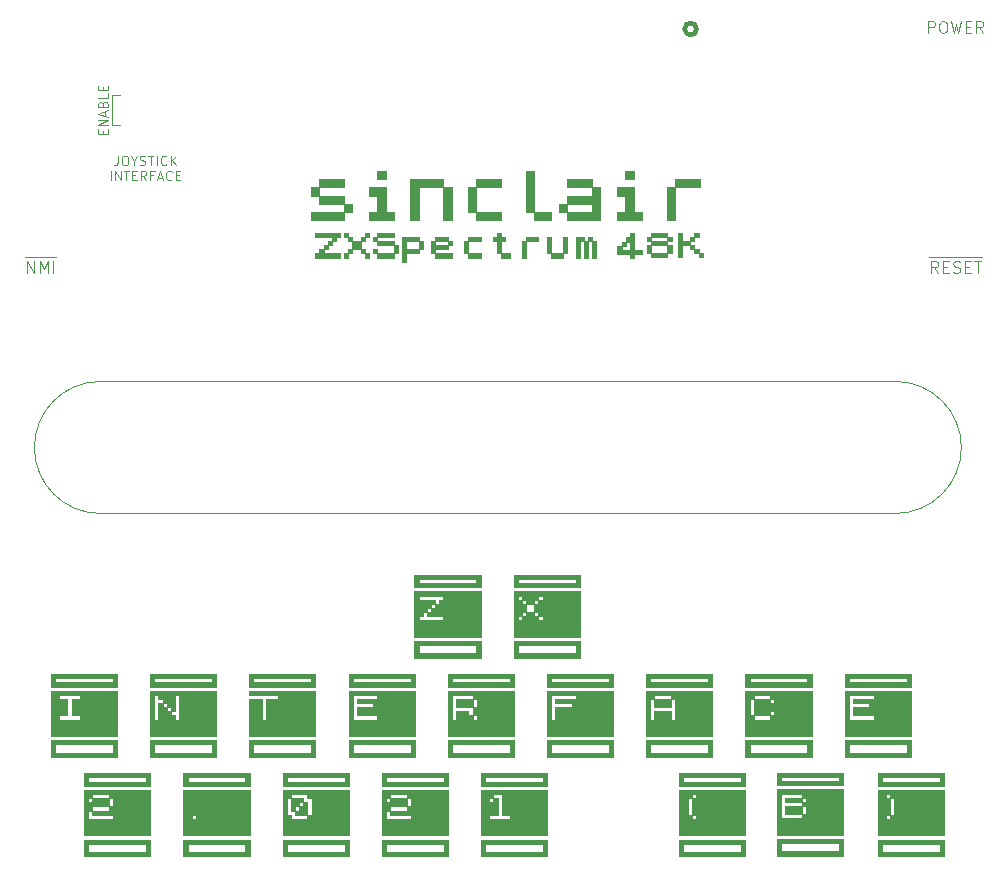
<source format=gto>
%TF.GenerationSoftware,KiCad,Pcbnew,(5.1.8)-1*%
%TF.CreationDate,2021-03-23T23:22:00+01:00*%
%TF.ProjectId,ZX Interface 2021 FA1,5a582049-6e74-4657-9266-616365203230,rev?*%
%TF.SameCoordinates,Original*%
%TF.FileFunction,Legend,Top*%
%TF.FilePolarity,Positive*%
%FSLAX46Y46*%
G04 Gerber Fmt 4.6, Leading zero omitted, Abs format (unit mm)*
G04 Created by KiCad (PCBNEW (5.1.8)-1) date 2021-03-23 23:22:00*
%MOMM*%
%LPD*%
G01*
G04 APERTURE LIST*
%ADD10C,0.100000*%
%ADD11C,0.400000*%
%ADD12C,0.120000*%
%ADD13C,0.010000*%
%ADD14C,0.150000*%
G04 APERTURE END LIST*
D10*
X182475476Y-60142380D02*
X182475476Y-59142380D01*
X182856428Y-59142380D01*
X182951666Y-59190000D01*
X182999285Y-59237619D01*
X183046904Y-59332857D01*
X183046904Y-59475714D01*
X182999285Y-59570952D01*
X182951666Y-59618571D01*
X182856428Y-59666190D01*
X182475476Y-59666190D01*
X183665952Y-59142380D02*
X183856428Y-59142380D01*
X183951666Y-59190000D01*
X184046904Y-59285238D01*
X184094523Y-59475714D01*
X184094523Y-59809047D01*
X184046904Y-59999523D01*
X183951666Y-60094761D01*
X183856428Y-60142380D01*
X183665952Y-60142380D01*
X183570714Y-60094761D01*
X183475476Y-59999523D01*
X183427857Y-59809047D01*
X183427857Y-59475714D01*
X183475476Y-59285238D01*
X183570714Y-59190000D01*
X183665952Y-59142380D01*
X184427857Y-59142380D02*
X184665952Y-60142380D01*
X184856428Y-59428095D01*
X185046904Y-60142380D01*
X185285000Y-59142380D01*
X185665952Y-59618571D02*
X185999285Y-59618571D01*
X186142142Y-60142380D02*
X185665952Y-60142380D01*
X185665952Y-59142380D01*
X186142142Y-59142380D01*
X187142142Y-60142380D02*
X186808809Y-59666190D01*
X186570714Y-60142380D02*
X186570714Y-59142380D01*
X186951666Y-59142380D01*
X187046904Y-59190000D01*
X187094523Y-59237619D01*
X187142142Y-59332857D01*
X187142142Y-59475714D01*
X187094523Y-59570952D01*
X187046904Y-59618571D01*
X186951666Y-59666190D01*
X186570714Y-59666190D01*
D11*
X162869500Y-59817000D02*
G75*
G03*
X162869500Y-59817000I-500000J0D01*
G01*
D12*
X179705000Y-89662000D02*
G75*
G02*
X179705000Y-100838000I0J-5588000D01*
G01*
X112395000Y-100838000D02*
G75*
G02*
X112395000Y-89662000I0J5588000D01*
G01*
X179705000Y-100838000D02*
X112395000Y-100838000D01*
X112395000Y-89662000D02*
X179705000Y-89662000D01*
D10*
X113881190Y-70539904D02*
X113881190Y-71111333D01*
X113843095Y-71225619D01*
X113766904Y-71301809D01*
X113652619Y-71339904D01*
X113576428Y-71339904D01*
X114414523Y-70539904D02*
X114566904Y-70539904D01*
X114643095Y-70578000D01*
X114719285Y-70654190D01*
X114757380Y-70806571D01*
X114757380Y-71073238D01*
X114719285Y-71225619D01*
X114643095Y-71301809D01*
X114566904Y-71339904D01*
X114414523Y-71339904D01*
X114338333Y-71301809D01*
X114262142Y-71225619D01*
X114224047Y-71073238D01*
X114224047Y-70806571D01*
X114262142Y-70654190D01*
X114338333Y-70578000D01*
X114414523Y-70539904D01*
X115252619Y-70958952D02*
X115252619Y-71339904D01*
X114985952Y-70539904D02*
X115252619Y-70958952D01*
X115519285Y-70539904D01*
X115747857Y-71301809D02*
X115862142Y-71339904D01*
X116052619Y-71339904D01*
X116128809Y-71301809D01*
X116166904Y-71263714D01*
X116205000Y-71187523D01*
X116205000Y-71111333D01*
X116166904Y-71035142D01*
X116128809Y-70997047D01*
X116052619Y-70958952D01*
X115900238Y-70920857D01*
X115824047Y-70882761D01*
X115785952Y-70844666D01*
X115747857Y-70768476D01*
X115747857Y-70692285D01*
X115785952Y-70616095D01*
X115824047Y-70578000D01*
X115900238Y-70539904D01*
X116090714Y-70539904D01*
X116205000Y-70578000D01*
X116433571Y-70539904D02*
X116890714Y-70539904D01*
X116662142Y-71339904D02*
X116662142Y-70539904D01*
X117157380Y-71339904D02*
X117157380Y-70539904D01*
X117995476Y-71263714D02*
X117957380Y-71301809D01*
X117843095Y-71339904D01*
X117766904Y-71339904D01*
X117652619Y-71301809D01*
X117576428Y-71225619D01*
X117538333Y-71149428D01*
X117500238Y-70997047D01*
X117500238Y-70882761D01*
X117538333Y-70730380D01*
X117576428Y-70654190D01*
X117652619Y-70578000D01*
X117766904Y-70539904D01*
X117843095Y-70539904D01*
X117957380Y-70578000D01*
X117995476Y-70616095D01*
X118338333Y-71339904D02*
X118338333Y-70539904D01*
X118795476Y-71339904D02*
X118452619Y-70882761D01*
X118795476Y-70539904D02*
X118338333Y-70997047D01*
X113271666Y-72639904D02*
X113271666Y-71839904D01*
X113652619Y-72639904D02*
X113652619Y-71839904D01*
X114109761Y-72639904D01*
X114109761Y-71839904D01*
X114376428Y-71839904D02*
X114833571Y-71839904D01*
X114605000Y-72639904D02*
X114605000Y-71839904D01*
X115100238Y-72220857D02*
X115366904Y-72220857D01*
X115481190Y-72639904D02*
X115100238Y-72639904D01*
X115100238Y-71839904D01*
X115481190Y-71839904D01*
X116281190Y-72639904D02*
X116014523Y-72258952D01*
X115824047Y-72639904D02*
X115824047Y-71839904D01*
X116128809Y-71839904D01*
X116205000Y-71878000D01*
X116243095Y-71916095D01*
X116281190Y-71992285D01*
X116281190Y-72106571D01*
X116243095Y-72182761D01*
X116205000Y-72220857D01*
X116128809Y-72258952D01*
X115824047Y-72258952D01*
X116890714Y-72220857D02*
X116624047Y-72220857D01*
X116624047Y-72639904D02*
X116624047Y-71839904D01*
X117005000Y-71839904D01*
X117271666Y-72411333D02*
X117652619Y-72411333D01*
X117195476Y-72639904D02*
X117462142Y-71839904D01*
X117728809Y-72639904D01*
X118452619Y-72563714D02*
X118414523Y-72601809D01*
X118300238Y-72639904D01*
X118224047Y-72639904D01*
X118109761Y-72601809D01*
X118033571Y-72525619D01*
X117995476Y-72449428D01*
X117957380Y-72297047D01*
X117957380Y-72182761D01*
X117995476Y-72030380D01*
X118033571Y-71954190D01*
X118109761Y-71878000D01*
X118224047Y-71839904D01*
X118300238Y-71839904D01*
X118414523Y-71878000D01*
X118452619Y-71916095D01*
X118795476Y-72220857D02*
X119062142Y-72220857D01*
X119176428Y-72639904D02*
X118795476Y-72639904D01*
X118795476Y-71839904D01*
X119176428Y-71839904D01*
X182523095Y-79160000D02*
X183523095Y-79160000D01*
X183332619Y-80462380D02*
X182999285Y-79986190D01*
X182761190Y-80462380D02*
X182761190Y-79462380D01*
X183142142Y-79462380D01*
X183237380Y-79510000D01*
X183285000Y-79557619D01*
X183332619Y-79652857D01*
X183332619Y-79795714D01*
X183285000Y-79890952D01*
X183237380Y-79938571D01*
X183142142Y-79986190D01*
X182761190Y-79986190D01*
X183523095Y-79160000D02*
X184427857Y-79160000D01*
X183761190Y-79938571D02*
X184094523Y-79938571D01*
X184237380Y-80462380D02*
X183761190Y-80462380D01*
X183761190Y-79462380D01*
X184237380Y-79462380D01*
X184427857Y-79160000D02*
X185380238Y-79160000D01*
X184618333Y-80414761D02*
X184761190Y-80462380D01*
X184999285Y-80462380D01*
X185094523Y-80414761D01*
X185142142Y-80367142D01*
X185189761Y-80271904D01*
X185189761Y-80176666D01*
X185142142Y-80081428D01*
X185094523Y-80033809D01*
X184999285Y-79986190D01*
X184808809Y-79938571D01*
X184713571Y-79890952D01*
X184665952Y-79843333D01*
X184618333Y-79748095D01*
X184618333Y-79652857D01*
X184665952Y-79557619D01*
X184713571Y-79510000D01*
X184808809Y-79462380D01*
X185046904Y-79462380D01*
X185189761Y-79510000D01*
X185380238Y-79160000D02*
X186285000Y-79160000D01*
X185618333Y-79938571D02*
X185951666Y-79938571D01*
X186094523Y-80462380D02*
X185618333Y-80462380D01*
X185618333Y-79462380D01*
X186094523Y-79462380D01*
X186285000Y-79160000D02*
X187046904Y-79160000D01*
X186380238Y-79462380D02*
X186951666Y-79462380D01*
X186665952Y-80462380D02*
X186665952Y-79462380D01*
X105981666Y-79160000D02*
X107029285Y-79160000D01*
X106219761Y-80462380D02*
X106219761Y-79462380D01*
X106791190Y-80462380D01*
X106791190Y-79462380D01*
X107029285Y-79160000D02*
X108172142Y-79160000D01*
X107267380Y-80462380D02*
X107267380Y-79462380D01*
X107600714Y-80176666D01*
X107934047Y-79462380D01*
X107934047Y-80462380D01*
X108172142Y-79160000D02*
X108648333Y-79160000D01*
X108410238Y-80462380D02*
X108410238Y-79462380D01*
X112591857Y-68694047D02*
X112591857Y-68427380D01*
X113010904Y-68313095D02*
X113010904Y-68694047D01*
X112210904Y-68694047D01*
X112210904Y-68313095D01*
X113010904Y-67970238D02*
X112210904Y-67970238D01*
X113010904Y-67513095D01*
X112210904Y-67513095D01*
X112782333Y-67170238D02*
X112782333Y-66789285D01*
X113010904Y-67246428D02*
X112210904Y-66979761D01*
X113010904Y-66713095D01*
X112591857Y-66179761D02*
X112629952Y-66065476D01*
X112668047Y-66027380D01*
X112744238Y-65989285D01*
X112858523Y-65989285D01*
X112934714Y-66027380D01*
X112972809Y-66065476D01*
X113010904Y-66141666D01*
X113010904Y-66446428D01*
X112210904Y-66446428D01*
X112210904Y-66179761D01*
X112249000Y-66103571D01*
X112287095Y-66065476D01*
X112363285Y-66027380D01*
X112439476Y-66027380D01*
X112515666Y-66065476D01*
X112553761Y-66103571D01*
X112591857Y-66179761D01*
X112591857Y-66446428D01*
X113010904Y-65265476D02*
X113010904Y-65646428D01*
X112210904Y-65646428D01*
X112591857Y-64998809D02*
X112591857Y-64732142D01*
X113010904Y-64617857D02*
X113010904Y-64998809D01*
X112210904Y-64998809D01*
X112210904Y-64617857D01*
D12*
X113411000Y-65405000D02*
X114046000Y-65405000D01*
X113411000Y-67945000D02*
X113411000Y-65405000D01*
X114046000Y-67945000D02*
X113411000Y-67945000D01*
D13*
%TO.C,sinclair_title*%
G36*
X153690000Y-75670000D02*
G01*
X154040000Y-75670000D01*
X154040000Y-76020000D01*
X153690000Y-76020000D01*
X153690000Y-75670000D01*
G37*
X153690000Y-75670000D02*
X154040000Y-75670000D01*
X154040000Y-76020000D01*
X153690000Y-76020000D01*
X153690000Y-75670000D01*
G36*
X149490000Y-75670000D02*
G01*
X149840000Y-75670000D01*
X149840000Y-76020000D01*
X149490000Y-76020000D01*
X149490000Y-75670000D01*
G37*
X149490000Y-75670000D02*
X149840000Y-75670000D01*
X149840000Y-76020000D01*
X149490000Y-76020000D01*
X149490000Y-75670000D01*
G36*
X149140000Y-75670000D02*
G01*
X149490000Y-75670000D01*
X149490000Y-76020000D01*
X149140000Y-76020000D01*
X149140000Y-75670000D01*
G37*
X149140000Y-75670000D02*
X149490000Y-75670000D01*
X149490000Y-76020000D01*
X149140000Y-76020000D01*
X149140000Y-75670000D01*
G36*
X145990000Y-75670000D02*
G01*
X146340000Y-75670000D01*
X146340000Y-76020000D01*
X145990000Y-76020000D01*
X145990000Y-75670000D01*
G37*
X145990000Y-75670000D02*
X146340000Y-75670000D01*
X146340000Y-76020000D01*
X145990000Y-76020000D01*
X145990000Y-75670000D01*
G36*
X132690000Y-75670000D02*
G01*
X133040000Y-75670000D01*
X133040000Y-76020000D01*
X132690000Y-76020000D01*
X132690000Y-75670000D01*
G37*
X132690000Y-75670000D02*
X133040000Y-75670000D01*
X133040000Y-76020000D01*
X132690000Y-76020000D01*
X132690000Y-75670000D01*
G36*
X157540000Y-75670000D02*
G01*
X157890000Y-75670000D01*
X157890000Y-76020000D01*
X157540000Y-76020000D01*
X157540000Y-75670000D01*
G37*
X157540000Y-75670000D02*
X157890000Y-75670000D01*
X157890000Y-76020000D01*
X157540000Y-76020000D01*
X157540000Y-75670000D01*
G36*
X136540000Y-75670000D02*
G01*
X136890000Y-75670000D01*
X136890000Y-76020000D01*
X136540000Y-76020000D01*
X136540000Y-75670000D01*
G37*
X136540000Y-75670000D02*
X136890000Y-75670000D01*
X136890000Y-76020000D01*
X136540000Y-76020000D01*
X136540000Y-75670000D01*
G36*
X132340000Y-75670000D02*
G01*
X132690000Y-75670000D01*
X132690000Y-76020000D01*
X132340000Y-76020000D01*
X132340000Y-75670000D01*
G37*
X132340000Y-75670000D02*
X132690000Y-75670000D01*
X132690000Y-76020000D01*
X132340000Y-76020000D01*
X132340000Y-75670000D01*
G36*
X131640000Y-75670000D02*
G01*
X131990000Y-75670000D01*
X131990000Y-76020000D01*
X131640000Y-76020000D01*
X131640000Y-75670000D01*
G37*
X131640000Y-75670000D02*
X131990000Y-75670000D01*
X131990000Y-76020000D01*
X131640000Y-76020000D01*
X131640000Y-75670000D01*
G36*
X157890000Y-75320000D02*
G01*
X158240000Y-75320000D01*
X158240000Y-75670000D01*
X157890000Y-75670000D01*
X157890000Y-75320000D01*
G37*
X157890000Y-75320000D02*
X158240000Y-75320000D01*
X158240000Y-75670000D01*
X157890000Y-75670000D01*
X157890000Y-75320000D01*
G36*
X130240000Y-75670000D02*
G01*
X130590000Y-75670000D01*
X130590000Y-76020000D01*
X130240000Y-76020000D01*
X130240000Y-75670000D01*
G37*
X130240000Y-75670000D02*
X130590000Y-75670000D01*
X130590000Y-76020000D01*
X130240000Y-76020000D01*
X130240000Y-75670000D01*
G36*
X138990000Y-75670000D02*
G01*
X139340000Y-75670000D01*
X139340000Y-76020000D01*
X138990000Y-76020000D01*
X138990000Y-75670000D01*
G37*
X138990000Y-75670000D02*
X139340000Y-75670000D01*
X139340000Y-76020000D01*
X138990000Y-76020000D01*
X138990000Y-75670000D01*
G36*
X136890000Y-75670000D02*
G01*
X137240000Y-75670000D01*
X137240000Y-76020000D01*
X136890000Y-76020000D01*
X136890000Y-75670000D01*
G37*
X136890000Y-75670000D02*
X137240000Y-75670000D01*
X137240000Y-76020000D01*
X136890000Y-76020000D01*
X136890000Y-75670000D01*
G36*
X153340000Y-75670000D02*
G01*
X153690000Y-75670000D01*
X153690000Y-76020000D01*
X153340000Y-76020000D01*
X153340000Y-75670000D01*
G37*
X153340000Y-75670000D02*
X153690000Y-75670000D01*
X153690000Y-76020000D01*
X153340000Y-76020000D01*
X153340000Y-75670000D01*
G36*
X157190000Y-75670000D02*
G01*
X157540000Y-75670000D01*
X157540000Y-76020000D01*
X157190000Y-76020000D01*
X157190000Y-75670000D01*
G37*
X157190000Y-75670000D02*
X157540000Y-75670000D01*
X157540000Y-76020000D01*
X157190000Y-76020000D01*
X157190000Y-75670000D01*
G36*
X156840000Y-75320000D02*
G01*
X157190000Y-75320000D01*
X157190000Y-75670000D01*
X156840000Y-75670000D01*
X156840000Y-75320000D01*
G37*
X156840000Y-75320000D02*
X157190000Y-75320000D01*
X157190000Y-75670000D01*
X156840000Y-75670000D01*
X156840000Y-75320000D01*
G36*
X152640000Y-75320000D02*
G01*
X152990000Y-75320000D01*
X152990000Y-75670000D01*
X152640000Y-75670000D01*
X152640000Y-75320000D01*
G37*
X152640000Y-75320000D02*
X152990000Y-75320000D01*
X152990000Y-75670000D01*
X152640000Y-75670000D01*
X152640000Y-75320000D01*
G36*
X144590000Y-75670000D02*
G01*
X144940000Y-75670000D01*
X144940000Y-76020000D01*
X144590000Y-76020000D01*
X144590000Y-75670000D01*
G37*
X144590000Y-75670000D02*
X144940000Y-75670000D01*
X144940000Y-76020000D01*
X144590000Y-76020000D01*
X144590000Y-75670000D01*
G36*
X154390000Y-75670000D02*
G01*
X154740000Y-75670000D01*
X154740000Y-76020000D01*
X154390000Y-76020000D01*
X154390000Y-75670000D01*
G37*
X154390000Y-75670000D02*
X154740000Y-75670000D01*
X154740000Y-76020000D01*
X154390000Y-76020000D01*
X154390000Y-75670000D01*
G36*
X152640000Y-75670000D02*
G01*
X152990000Y-75670000D01*
X152990000Y-76020000D01*
X152640000Y-76020000D01*
X152640000Y-75670000D01*
G37*
X152640000Y-75670000D02*
X152990000Y-75670000D01*
X152990000Y-76020000D01*
X152640000Y-76020000D01*
X152640000Y-75670000D01*
G36*
X157540000Y-75320000D02*
G01*
X157890000Y-75320000D01*
X157890000Y-75670000D01*
X157540000Y-75670000D01*
X157540000Y-75320000D01*
G37*
X157540000Y-75320000D02*
X157890000Y-75320000D01*
X157890000Y-75670000D01*
X157540000Y-75670000D01*
X157540000Y-75320000D01*
G36*
X154040000Y-75670000D02*
G01*
X154390000Y-75670000D01*
X154390000Y-76020000D01*
X154040000Y-76020000D01*
X154040000Y-75670000D01*
G37*
X154040000Y-75670000D02*
X154390000Y-75670000D01*
X154390000Y-76020000D01*
X154040000Y-76020000D01*
X154040000Y-75670000D01*
G36*
X144240000Y-75670000D02*
G01*
X144590000Y-75670000D01*
X144590000Y-76020000D01*
X144240000Y-76020000D01*
X144240000Y-75670000D01*
G37*
X144240000Y-75670000D02*
X144590000Y-75670000D01*
X144590000Y-76020000D01*
X144240000Y-76020000D01*
X144240000Y-75670000D01*
G36*
X157190000Y-75320000D02*
G01*
X157540000Y-75320000D01*
X157540000Y-75670000D01*
X157190000Y-75670000D01*
X157190000Y-75320000D01*
G37*
X157190000Y-75320000D02*
X157540000Y-75320000D01*
X157540000Y-75670000D01*
X157190000Y-75670000D01*
X157190000Y-75320000D01*
G36*
X156490000Y-75320000D02*
G01*
X156840000Y-75320000D01*
X156840000Y-75670000D01*
X156490000Y-75670000D01*
X156490000Y-75320000D01*
G37*
X156490000Y-75320000D02*
X156840000Y-75320000D01*
X156840000Y-75670000D01*
X156490000Y-75670000D01*
X156490000Y-75320000D01*
G36*
X152290000Y-75320000D02*
G01*
X152640000Y-75320000D01*
X152640000Y-75670000D01*
X152290000Y-75670000D01*
X152290000Y-75320000D01*
G37*
X152290000Y-75320000D02*
X152640000Y-75320000D01*
X152640000Y-75670000D01*
X152290000Y-75670000D01*
X152290000Y-75320000D01*
G36*
X150190000Y-75320000D02*
G01*
X150540000Y-75320000D01*
X150540000Y-75670000D01*
X150190000Y-75670000D01*
X150190000Y-75320000D01*
G37*
X150190000Y-75320000D02*
X150540000Y-75320000D01*
X150540000Y-75670000D01*
X150190000Y-75670000D01*
X150190000Y-75320000D01*
G36*
X149840000Y-75320000D02*
G01*
X150190000Y-75320000D01*
X150190000Y-75670000D01*
X149840000Y-75670000D01*
X149840000Y-75320000D01*
G37*
X149840000Y-75320000D02*
X150190000Y-75320000D01*
X150190000Y-75670000D01*
X149840000Y-75670000D01*
X149840000Y-75320000D01*
G36*
X152290000Y-75670000D02*
G01*
X152640000Y-75670000D01*
X152640000Y-76020000D01*
X152290000Y-76020000D01*
X152290000Y-75670000D01*
G37*
X152290000Y-75670000D02*
X152640000Y-75670000D01*
X152640000Y-76020000D01*
X152290000Y-76020000D01*
X152290000Y-75670000D01*
G36*
X135140000Y-75670000D02*
G01*
X135490000Y-75670000D01*
X135490000Y-76020000D01*
X135140000Y-76020000D01*
X135140000Y-75670000D01*
G37*
X135140000Y-75670000D02*
X135490000Y-75670000D01*
X135490000Y-76020000D01*
X135140000Y-76020000D01*
X135140000Y-75670000D01*
G36*
X150190000Y-75670000D02*
G01*
X150540000Y-75670000D01*
X150540000Y-76020000D01*
X150190000Y-76020000D01*
X150190000Y-75670000D01*
G37*
X150190000Y-75670000D02*
X150540000Y-75670000D01*
X150540000Y-76020000D01*
X150190000Y-76020000D01*
X150190000Y-75670000D01*
G36*
X156840000Y-75670000D02*
G01*
X157190000Y-75670000D01*
X157190000Y-76020000D01*
X156840000Y-76020000D01*
X156840000Y-75670000D01*
G37*
X156840000Y-75670000D02*
X157190000Y-75670000D01*
X157190000Y-76020000D01*
X156840000Y-76020000D01*
X156840000Y-75670000D01*
G36*
X131290000Y-75670000D02*
G01*
X131640000Y-75670000D01*
X131640000Y-76020000D01*
X131290000Y-76020000D01*
X131290000Y-75670000D01*
G37*
X131290000Y-75670000D02*
X131640000Y-75670000D01*
X131640000Y-76020000D01*
X131290000Y-76020000D01*
X131290000Y-75670000D01*
G36*
X130940000Y-75670000D02*
G01*
X131290000Y-75670000D01*
X131290000Y-76020000D01*
X130940000Y-76020000D01*
X130940000Y-75670000D01*
G37*
X130940000Y-75670000D02*
X131290000Y-75670000D01*
X131290000Y-76020000D01*
X130940000Y-76020000D01*
X130940000Y-75670000D01*
G36*
X130590000Y-75670000D02*
G01*
X130940000Y-75670000D01*
X130940000Y-76020000D01*
X130590000Y-76020000D01*
X130590000Y-75670000D01*
G37*
X130590000Y-75670000D02*
X130940000Y-75670000D01*
X130940000Y-76020000D01*
X130590000Y-76020000D01*
X130590000Y-75670000D01*
G36*
X138640000Y-75670000D02*
G01*
X138990000Y-75670000D01*
X138990000Y-76020000D01*
X138640000Y-76020000D01*
X138640000Y-75670000D01*
G37*
X138640000Y-75670000D02*
X138990000Y-75670000D01*
X138990000Y-76020000D01*
X138640000Y-76020000D01*
X138640000Y-75670000D01*
G36*
X145640000Y-75670000D02*
G01*
X145990000Y-75670000D01*
X145990000Y-76020000D01*
X145640000Y-76020000D01*
X145640000Y-75670000D01*
G37*
X145640000Y-75670000D02*
X145990000Y-75670000D01*
X145990000Y-76020000D01*
X145640000Y-76020000D01*
X145640000Y-75670000D01*
G36*
X131990000Y-75670000D02*
G01*
X132340000Y-75670000D01*
X132340000Y-76020000D01*
X131990000Y-76020000D01*
X131990000Y-75670000D01*
G37*
X131990000Y-75670000D02*
X132340000Y-75670000D01*
X132340000Y-76020000D01*
X131990000Y-76020000D01*
X131990000Y-75670000D01*
G36*
X160690000Y-75320000D02*
G01*
X161040000Y-75320000D01*
X161040000Y-75670000D01*
X160690000Y-75670000D01*
X160690000Y-75320000D01*
G37*
X160690000Y-75320000D02*
X161040000Y-75320000D01*
X161040000Y-75670000D01*
X160690000Y-75670000D01*
X160690000Y-75320000D01*
G36*
X149840000Y-75670000D02*
G01*
X150190000Y-75670000D01*
X150190000Y-76020000D01*
X149840000Y-76020000D01*
X149840000Y-75670000D01*
G37*
X149840000Y-75670000D02*
X150190000Y-75670000D01*
X150190000Y-76020000D01*
X149840000Y-76020000D01*
X149840000Y-75670000D01*
G36*
X160340000Y-75320000D02*
G01*
X160690000Y-75320000D01*
X160690000Y-75670000D01*
X160340000Y-75670000D01*
X160340000Y-75320000D01*
G37*
X160340000Y-75320000D02*
X160690000Y-75320000D01*
X160690000Y-75670000D01*
X160340000Y-75670000D01*
X160340000Y-75320000D01*
G36*
X156490000Y-75670000D02*
G01*
X156840000Y-75670000D01*
X156840000Y-76020000D01*
X156490000Y-76020000D01*
X156490000Y-75670000D01*
G37*
X156490000Y-75670000D02*
X156840000Y-75670000D01*
X156840000Y-76020000D01*
X156490000Y-76020000D01*
X156490000Y-75670000D01*
G36*
X152990000Y-75670000D02*
G01*
X153340000Y-75670000D01*
X153340000Y-76020000D01*
X152990000Y-76020000D01*
X152990000Y-75670000D01*
G37*
X152990000Y-75670000D02*
X153340000Y-75670000D01*
X153340000Y-76020000D01*
X152990000Y-76020000D01*
X152990000Y-75670000D01*
G36*
X153690000Y-75320000D02*
G01*
X154040000Y-75320000D01*
X154040000Y-75670000D01*
X153690000Y-75670000D01*
X153690000Y-75320000D01*
G37*
X153690000Y-75320000D02*
X154040000Y-75320000D01*
X154040000Y-75670000D01*
X153690000Y-75670000D01*
X153690000Y-75320000D01*
G36*
X141790000Y-75670000D02*
G01*
X142140000Y-75670000D01*
X142140000Y-76020000D01*
X141790000Y-76020000D01*
X141790000Y-75670000D01*
G37*
X141790000Y-75670000D02*
X142140000Y-75670000D01*
X142140000Y-76020000D01*
X141790000Y-76020000D01*
X141790000Y-75670000D01*
G36*
X154390000Y-75320000D02*
G01*
X154740000Y-75320000D01*
X154740000Y-75670000D01*
X154390000Y-75670000D01*
X154390000Y-75320000D01*
G37*
X154390000Y-75320000D02*
X154740000Y-75320000D01*
X154740000Y-75670000D01*
X154390000Y-75670000D01*
X154390000Y-75320000D01*
G36*
X149490000Y-75320000D02*
G01*
X149840000Y-75320000D01*
X149840000Y-75670000D01*
X149490000Y-75670000D01*
X149490000Y-75320000D01*
G37*
X149490000Y-75320000D02*
X149840000Y-75320000D01*
X149840000Y-75670000D01*
X149490000Y-75670000D01*
X149490000Y-75320000D01*
G36*
X145290000Y-75670000D02*
G01*
X145640000Y-75670000D01*
X145640000Y-76020000D01*
X145290000Y-76020000D01*
X145290000Y-75670000D01*
G37*
X145290000Y-75670000D02*
X145640000Y-75670000D01*
X145640000Y-76020000D01*
X145290000Y-76020000D01*
X145290000Y-75670000D01*
G36*
X151940000Y-75320000D02*
G01*
X152290000Y-75320000D01*
X152290000Y-75670000D01*
X151940000Y-75670000D01*
X151940000Y-75320000D01*
G37*
X151940000Y-75320000D02*
X152290000Y-75320000D01*
X152290000Y-75670000D01*
X151940000Y-75670000D01*
X151940000Y-75320000D01*
G36*
X149140000Y-75320000D02*
G01*
X149490000Y-75320000D01*
X149490000Y-75670000D01*
X149140000Y-75670000D01*
X149140000Y-75320000D01*
G37*
X149140000Y-75320000D02*
X149490000Y-75320000D01*
X149490000Y-75670000D01*
X149140000Y-75670000D01*
X149140000Y-75320000D01*
G36*
X160690000Y-75670000D02*
G01*
X161040000Y-75670000D01*
X161040000Y-76020000D01*
X160690000Y-76020000D01*
X160690000Y-75670000D01*
G37*
X160690000Y-75670000D02*
X161040000Y-75670000D01*
X161040000Y-76020000D01*
X160690000Y-76020000D01*
X160690000Y-75670000D01*
G36*
X151940000Y-75670000D02*
G01*
X152290000Y-75670000D01*
X152290000Y-76020000D01*
X151940000Y-76020000D01*
X151940000Y-75670000D01*
G37*
X151940000Y-75670000D02*
X152290000Y-75670000D01*
X152290000Y-76020000D01*
X151940000Y-76020000D01*
X151940000Y-75670000D01*
G36*
X135840000Y-75670000D02*
G01*
X136190000Y-75670000D01*
X136190000Y-76020000D01*
X135840000Y-76020000D01*
X135840000Y-75670000D01*
G37*
X135840000Y-75670000D02*
X136190000Y-75670000D01*
X136190000Y-76020000D01*
X135840000Y-76020000D01*
X135840000Y-75670000D01*
G36*
X135490000Y-75670000D02*
G01*
X135840000Y-75670000D01*
X135840000Y-76020000D01*
X135490000Y-76020000D01*
X135490000Y-75670000D01*
G37*
X135490000Y-75670000D02*
X135840000Y-75670000D01*
X135840000Y-76020000D01*
X135490000Y-76020000D01*
X135490000Y-75670000D01*
G36*
X154040000Y-75320000D02*
G01*
X154390000Y-75320000D01*
X154390000Y-75670000D01*
X154040000Y-75670000D01*
X154040000Y-75320000D01*
G37*
X154040000Y-75320000D02*
X154390000Y-75320000D01*
X154390000Y-75670000D01*
X154040000Y-75670000D01*
X154040000Y-75320000D01*
G36*
X153340000Y-75320000D02*
G01*
X153690000Y-75320000D01*
X153690000Y-75670000D01*
X153340000Y-75670000D01*
X153340000Y-75320000D01*
G37*
X153340000Y-75320000D02*
X153690000Y-75320000D01*
X153690000Y-75670000D01*
X153340000Y-75670000D01*
X153340000Y-75320000D01*
G36*
X152990000Y-75320000D02*
G01*
X153340000Y-75320000D01*
X153340000Y-75670000D01*
X152990000Y-75670000D01*
X152990000Y-75320000D01*
G37*
X152990000Y-75320000D02*
X153340000Y-75320000D01*
X153340000Y-75670000D01*
X152990000Y-75670000D01*
X152990000Y-75320000D01*
G36*
X156140000Y-75670000D02*
G01*
X156490000Y-75670000D01*
X156490000Y-76020000D01*
X156140000Y-76020000D01*
X156140000Y-75670000D01*
G37*
X156140000Y-75670000D02*
X156490000Y-75670000D01*
X156490000Y-76020000D01*
X156140000Y-76020000D01*
X156140000Y-75670000D01*
G36*
X144940000Y-75670000D02*
G01*
X145290000Y-75670000D01*
X145290000Y-76020000D01*
X144940000Y-76020000D01*
X144940000Y-75670000D01*
G37*
X144940000Y-75670000D02*
X145290000Y-75670000D01*
X145290000Y-76020000D01*
X144940000Y-76020000D01*
X144940000Y-75670000D01*
G36*
X141440000Y-75670000D02*
G01*
X141790000Y-75670000D01*
X141790000Y-76020000D01*
X141440000Y-76020000D01*
X141440000Y-75670000D01*
G37*
X141440000Y-75670000D02*
X141790000Y-75670000D01*
X141790000Y-76020000D01*
X141440000Y-76020000D01*
X141440000Y-75670000D01*
G36*
X156140000Y-75320000D02*
G01*
X156490000Y-75320000D01*
X156490000Y-75670000D01*
X156140000Y-75670000D01*
X156140000Y-75320000D01*
G37*
X156140000Y-75320000D02*
X156490000Y-75320000D01*
X156490000Y-75670000D01*
X156140000Y-75670000D01*
X156140000Y-75320000D01*
G36*
X136190000Y-75670000D02*
G01*
X136540000Y-75670000D01*
X136540000Y-76020000D01*
X136190000Y-76020000D01*
X136190000Y-75670000D01*
G37*
X136190000Y-75670000D02*
X136540000Y-75670000D01*
X136540000Y-76020000D01*
X136190000Y-76020000D01*
X136190000Y-75670000D01*
G36*
X160340000Y-75670000D02*
G01*
X160690000Y-75670000D01*
X160690000Y-76020000D01*
X160340000Y-76020000D01*
X160340000Y-75670000D01*
G37*
X160340000Y-75670000D02*
X160690000Y-75670000D01*
X160690000Y-76020000D01*
X160340000Y-76020000D01*
X160340000Y-75670000D01*
G36*
X157890000Y-75670000D02*
G01*
X158240000Y-75670000D01*
X158240000Y-76020000D01*
X157890000Y-76020000D01*
X157890000Y-75670000D01*
G37*
X157890000Y-75670000D02*
X158240000Y-75670000D01*
X158240000Y-76020000D01*
X157890000Y-76020000D01*
X157890000Y-75670000D01*
G36*
X151240000Y-78820000D02*
G01*
X151590000Y-78820000D01*
X151590000Y-79170000D01*
X151240000Y-79170000D01*
X151240000Y-78820000D01*
G37*
X151240000Y-78820000D02*
X151590000Y-78820000D01*
X151590000Y-79170000D01*
X151240000Y-79170000D01*
X151240000Y-78820000D01*
G36*
X153340000Y-78820000D02*
G01*
X153690000Y-78820000D01*
X153690000Y-79170000D01*
X153340000Y-79170000D01*
X153340000Y-78820000D01*
G37*
X153340000Y-78820000D02*
X153690000Y-78820000D01*
X153690000Y-79170000D01*
X153340000Y-79170000D01*
X153340000Y-78820000D01*
G36*
X152640000Y-78820000D02*
G01*
X152990000Y-78820000D01*
X152990000Y-79170000D01*
X152640000Y-79170000D01*
X152640000Y-78820000D01*
G37*
X152640000Y-78820000D02*
X152990000Y-78820000D01*
X152990000Y-79170000D01*
X152640000Y-79170000D01*
X152640000Y-78820000D01*
G36*
X150890000Y-78820000D02*
G01*
X151240000Y-78820000D01*
X151240000Y-79170000D01*
X150890000Y-79170000D01*
X150890000Y-78820000D01*
G37*
X150890000Y-78820000D02*
X151240000Y-78820000D01*
X151240000Y-79170000D01*
X150890000Y-79170000D01*
X150890000Y-78820000D01*
G36*
X150540000Y-78820000D02*
G01*
X150890000Y-78820000D01*
X150890000Y-79170000D01*
X150540000Y-79170000D01*
X150540000Y-78820000D01*
G37*
X150540000Y-78820000D02*
X150890000Y-78820000D01*
X150890000Y-79170000D01*
X150540000Y-79170000D01*
X150540000Y-78820000D01*
G36*
X137940000Y-79170000D02*
G01*
X138290000Y-79170000D01*
X138290000Y-79520000D01*
X137940000Y-79520000D01*
X137940000Y-79170000D01*
G37*
X137940000Y-79170000D02*
X138290000Y-79170000D01*
X138290000Y-79520000D01*
X137940000Y-79520000D01*
X137940000Y-79170000D01*
G36*
X154040000Y-78820000D02*
G01*
X154390000Y-78820000D01*
X154390000Y-79170000D01*
X154040000Y-79170000D01*
X154040000Y-78820000D01*
G37*
X154040000Y-78820000D02*
X154390000Y-78820000D01*
X154390000Y-79170000D01*
X154040000Y-79170000D01*
X154040000Y-78820000D01*
G36*
X144240000Y-78820000D02*
G01*
X144590000Y-78820000D01*
X144590000Y-79170000D01*
X144240000Y-79170000D01*
X144240000Y-78820000D01*
G37*
X144240000Y-78820000D02*
X144590000Y-78820000D01*
X144590000Y-79170000D01*
X144240000Y-79170000D01*
X144240000Y-78820000D01*
G36*
X131640000Y-78820000D02*
G01*
X131990000Y-78820000D01*
X131990000Y-79170000D01*
X131640000Y-79170000D01*
X131640000Y-78820000D01*
G37*
X131640000Y-78820000D02*
X131990000Y-78820000D01*
X131990000Y-79170000D01*
X131640000Y-79170000D01*
X131640000Y-78820000D01*
G36*
X134790000Y-78820000D02*
G01*
X135140000Y-78820000D01*
X135140000Y-79170000D01*
X134790000Y-79170000D01*
X134790000Y-78820000D01*
G37*
X134790000Y-78820000D02*
X135140000Y-78820000D01*
X135140000Y-79170000D01*
X134790000Y-79170000D01*
X134790000Y-78820000D01*
G36*
X134440000Y-78470000D02*
G01*
X134790000Y-78470000D01*
X134790000Y-78820000D01*
X134440000Y-78820000D01*
X134440000Y-78470000D01*
G37*
X134440000Y-78470000D02*
X134790000Y-78470000D01*
X134790000Y-78820000D01*
X134440000Y-78820000D01*
X134440000Y-78470000D01*
G36*
X130940000Y-78470000D02*
G01*
X131290000Y-78470000D01*
X131290000Y-78820000D01*
X130940000Y-78820000D01*
X130940000Y-78470000D01*
G37*
X130940000Y-78470000D02*
X131290000Y-78470000D01*
X131290000Y-78820000D01*
X130940000Y-78820000D01*
X130940000Y-78470000D01*
G36*
X154040000Y-78120000D02*
G01*
X154390000Y-78120000D01*
X154390000Y-78470000D01*
X154040000Y-78470000D01*
X154040000Y-78120000D01*
G37*
X154040000Y-78120000D02*
X154390000Y-78120000D01*
X154390000Y-78470000D01*
X154040000Y-78470000D01*
X154040000Y-78120000D01*
G36*
X135840000Y-78820000D02*
G01*
X136190000Y-78820000D01*
X136190000Y-79170000D01*
X135840000Y-79170000D01*
X135840000Y-78820000D01*
G37*
X135840000Y-78820000D02*
X136190000Y-78820000D01*
X136190000Y-79170000D01*
X135840000Y-79170000D01*
X135840000Y-78820000D01*
G36*
X145990000Y-78470000D02*
G01*
X146340000Y-78470000D01*
X146340000Y-78820000D01*
X145990000Y-78820000D01*
X145990000Y-78470000D01*
G37*
X145990000Y-78470000D02*
X146340000Y-78470000D01*
X146340000Y-78820000D01*
X145990000Y-78820000D01*
X145990000Y-78470000D01*
G36*
X150190000Y-78120000D02*
G01*
X150540000Y-78120000D01*
X150540000Y-78470000D01*
X150190000Y-78470000D01*
X150190000Y-78120000D01*
G37*
X150190000Y-78120000D02*
X150540000Y-78120000D01*
X150540000Y-78470000D01*
X150190000Y-78470000D01*
X150190000Y-78120000D01*
G36*
X153340000Y-78470000D02*
G01*
X153690000Y-78470000D01*
X153690000Y-78820000D01*
X153340000Y-78820000D01*
X153340000Y-78470000D01*
G37*
X153340000Y-78470000D02*
X153690000Y-78470000D01*
X153690000Y-78820000D01*
X153340000Y-78820000D01*
X153340000Y-78470000D01*
G36*
X140740000Y-78120000D02*
G01*
X141090000Y-78120000D01*
X141090000Y-78470000D01*
X140740000Y-78470000D01*
X140740000Y-78120000D01*
G37*
X140740000Y-78120000D02*
X141090000Y-78120000D01*
X141090000Y-78470000D01*
X140740000Y-78470000D01*
X140740000Y-78120000D01*
G36*
X140390000Y-78120000D02*
G01*
X140740000Y-78120000D01*
X140740000Y-78470000D01*
X140390000Y-78470000D01*
X140390000Y-78120000D01*
G37*
X140390000Y-78120000D02*
X140740000Y-78120000D01*
X140740000Y-78470000D01*
X140390000Y-78470000D01*
X140390000Y-78120000D01*
G36*
X139340000Y-78120000D02*
G01*
X139690000Y-78120000D01*
X139690000Y-78470000D01*
X139340000Y-78470000D01*
X139340000Y-78120000D01*
G37*
X139340000Y-78120000D02*
X139690000Y-78120000D01*
X139690000Y-78470000D01*
X139340000Y-78470000D01*
X139340000Y-78120000D01*
G36*
X133740000Y-78120000D02*
G01*
X134090000Y-78120000D01*
X134090000Y-78470000D01*
X133740000Y-78470000D01*
X133740000Y-78120000D01*
G37*
X133740000Y-78120000D02*
X134090000Y-78120000D01*
X134090000Y-78470000D01*
X133740000Y-78470000D01*
X133740000Y-78120000D01*
G36*
X133390000Y-78470000D02*
G01*
X133740000Y-78470000D01*
X133740000Y-78820000D01*
X133390000Y-78820000D01*
X133390000Y-78470000D01*
G37*
X133390000Y-78470000D02*
X133740000Y-78470000D01*
X133740000Y-78820000D01*
X133390000Y-78820000D01*
X133390000Y-78470000D01*
G36*
X148090000Y-78470000D02*
G01*
X148440000Y-78470000D01*
X148440000Y-78820000D01*
X148090000Y-78820000D01*
X148090000Y-78470000D01*
G37*
X148090000Y-78470000D02*
X148440000Y-78470000D01*
X148440000Y-78820000D01*
X148090000Y-78820000D01*
X148090000Y-78470000D01*
G36*
X138290000Y-78470000D02*
G01*
X138640000Y-78470000D01*
X138640000Y-78820000D01*
X138290000Y-78820000D01*
X138290000Y-78470000D01*
G37*
X138290000Y-78470000D02*
X138640000Y-78470000D01*
X138640000Y-78820000D01*
X138290000Y-78820000D01*
X138290000Y-78470000D01*
G36*
X145990000Y-78120000D02*
G01*
X146340000Y-78120000D01*
X146340000Y-78470000D01*
X145990000Y-78470000D01*
X145990000Y-78120000D01*
G37*
X145990000Y-78120000D02*
X146340000Y-78120000D01*
X146340000Y-78470000D01*
X145990000Y-78470000D01*
X145990000Y-78120000D01*
G36*
X131290000Y-78120000D02*
G01*
X131640000Y-78120000D01*
X131640000Y-78470000D01*
X131290000Y-78470000D01*
X131290000Y-78120000D01*
G37*
X131290000Y-78120000D02*
X131640000Y-78120000D01*
X131640000Y-78470000D01*
X131290000Y-78470000D01*
X131290000Y-78120000D01*
G36*
X154040000Y-77770000D02*
G01*
X154390000Y-77770000D01*
X154390000Y-78120000D01*
X154040000Y-78120000D01*
X154040000Y-77770000D01*
G37*
X154040000Y-77770000D02*
X154390000Y-77770000D01*
X154390000Y-78120000D01*
X154040000Y-78120000D01*
X154040000Y-77770000D01*
G36*
X136890000Y-78820000D02*
G01*
X137240000Y-78820000D01*
X137240000Y-79170000D01*
X136890000Y-79170000D01*
X136890000Y-78820000D01*
G37*
X136890000Y-78820000D02*
X137240000Y-78820000D01*
X137240000Y-79170000D01*
X136890000Y-79170000D01*
X136890000Y-78820000D01*
G36*
X153340000Y-77770000D02*
G01*
X153690000Y-77770000D01*
X153690000Y-78120000D01*
X153340000Y-78120000D01*
X153340000Y-77770000D01*
G37*
X153340000Y-77770000D02*
X153690000Y-77770000D01*
X153690000Y-78120000D01*
X153340000Y-78120000D01*
X153340000Y-77770000D01*
G36*
X135490000Y-78470000D02*
G01*
X135840000Y-78470000D01*
X135840000Y-78820000D01*
X135490000Y-78820000D01*
X135490000Y-78470000D01*
G37*
X135490000Y-78470000D02*
X135840000Y-78470000D01*
X135840000Y-78820000D01*
X135490000Y-78820000D01*
X135490000Y-78470000D01*
G36*
X148090000Y-78120000D02*
G01*
X148440000Y-78120000D01*
X148440000Y-78470000D01*
X148090000Y-78470000D01*
X148090000Y-78120000D01*
G37*
X148090000Y-78120000D02*
X148440000Y-78120000D01*
X148440000Y-78470000D01*
X148090000Y-78470000D01*
X148090000Y-78120000D01*
G36*
X146340000Y-78820000D02*
G01*
X146690000Y-78820000D01*
X146690000Y-79170000D01*
X146340000Y-79170000D01*
X146340000Y-78820000D01*
G37*
X146340000Y-78820000D02*
X146690000Y-78820000D01*
X146690000Y-79170000D01*
X146340000Y-79170000D01*
X146340000Y-78820000D01*
G36*
X131990000Y-78820000D02*
G01*
X132340000Y-78820000D01*
X132340000Y-79170000D01*
X131990000Y-79170000D01*
X131990000Y-78820000D01*
G37*
X131990000Y-78820000D02*
X132340000Y-78820000D01*
X132340000Y-79170000D01*
X131990000Y-79170000D01*
X131990000Y-78820000D01*
G36*
X152640000Y-77770000D02*
G01*
X152990000Y-77770000D01*
X152990000Y-78120000D01*
X152640000Y-78120000D01*
X152640000Y-77770000D01*
G37*
X152640000Y-77770000D02*
X152990000Y-77770000D01*
X152990000Y-78120000D01*
X152640000Y-78120000D01*
X152640000Y-77770000D01*
G36*
X141790000Y-78820000D02*
G01*
X142140000Y-78820000D01*
X142140000Y-79170000D01*
X141790000Y-79170000D01*
X141790000Y-78820000D01*
G37*
X141790000Y-78820000D02*
X142140000Y-78820000D01*
X142140000Y-79170000D01*
X141790000Y-79170000D01*
X141790000Y-78820000D01*
G36*
X130590000Y-78820000D02*
G01*
X130940000Y-78820000D01*
X130940000Y-79170000D01*
X130590000Y-79170000D01*
X130590000Y-78820000D01*
G37*
X130590000Y-78820000D02*
X130940000Y-78820000D01*
X130940000Y-79170000D01*
X130590000Y-79170000D01*
X130590000Y-78820000D01*
G36*
X151590000Y-77770000D02*
G01*
X151940000Y-77770000D01*
X151940000Y-78120000D01*
X151590000Y-78120000D01*
X151590000Y-77770000D01*
G37*
X151590000Y-77770000D02*
X151940000Y-77770000D01*
X151940000Y-78120000D01*
X151590000Y-78120000D01*
X151590000Y-77770000D01*
G36*
X137940000Y-78470000D02*
G01*
X138290000Y-78470000D01*
X138290000Y-78820000D01*
X137940000Y-78820000D01*
X137940000Y-78470000D01*
G37*
X137940000Y-78470000D02*
X138290000Y-78470000D01*
X138290000Y-78820000D01*
X137940000Y-78820000D01*
X137940000Y-78470000D01*
G36*
X136540000Y-78820000D02*
G01*
X136890000Y-78820000D01*
X136890000Y-79170000D01*
X136540000Y-79170000D01*
X136540000Y-78820000D01*
G37*
X136540000Y-78820000D02*
X136890000Y-78820000D01*
X136890000Y-79170000D01*
X136540000Y-79170000D01*
X136540000Y-78820000D01*
G36*
X153340000Y-78120000D02*
G01*
X153690000Y-78120000D01*
X153690000Y-78470000D01*
X153340000Y-78470000D01*
X153340000Y-78120000D01*
G37*
X153340000Y-78120000D02*
X153690000Y-78120000D01*
X153690000Y-78470000D01*
X153340000Y-78470000D01*
X153340000Y-78120000D01*
G36*
X143190000Y-78120000D02*
G01*
X143540000Y-78120000D01*
X143540000Y-78470000D01*
X143190000Y-78470000D01*
X143190000Y-78120000D01*
G37*
X143190000Y-78120000D02*
X143540000Y-78120000D01*
X143540000Y-78470000D01*
X143190000Y-78470000D01*
X143190000Y-78120000D01*
G36*
X143540000Y-78820000D02*
G01*
X143890000Y-78820000D01*
X143890000Y-79170000D01*
X143540000Y-79170000D01*
X143540000Y-78820000D01*
G37*
X143540000Y-78820000D02*
X143890000Y-78820000D01*
X143890000Y-79170000D01*
X143540000Y-79170000D01*
X143540000Y-78820000D01*
G36*
X141090000Y-78820000D02*
G01*
X141440000Y-78820000D01*
X141440000Y-79170000D01*
X141090000Y-79170000D01*
X141090000Y-78820000D01*
G37*
X141090000Y-78820000D02*
X141440000Y-78820000D01*
X141440000Y-79170000D01*
X141090000Y-79170000D01*
X141090000Y-78820000D01*
G36*
X130940000Y-78820000D02*
G01*
X131290000Y-78820000D01*
X131290000Y-79170000D01*
X130940000Y-79170000D01*
X130940000Y-78820000D01*
G37*
X130940000Y-78820000D02*
X131290000Y-78820000D01*
X131290000Y-79170000D01*
X130940000Y-79170000D01*
X130940000Y-78820000D01*
G36*
X138640000Y-78470000D02*
G01*
X138990000Y-78470000D01*
X138990000Y-78820000D01*
X138640000Y-78820000D01*
X138640000Y-78470000D01*
G37*
X138640000Y-78470000D02*
X138990000Y-78470000D01*
X138990000Y-78820000D01*
X138640000Y-78820000D01*
X138640000Y-78470000D01*
G36*
X137240000Y-78470000D02*
G01*
X137590000Y-78470000D01*
X137590000Y-78820000D01*
X137240000Y-78820000D01*
X137240000Y-78470000D01*
G37*
X137240000Y-78470000D02*
X137590000Y-78470000D01*
X137590000Y-78820000D01*
X137240000Y-78820000D01*
X137240000Y-78470000D01*
G36*
X141440000Y-78120000D02*
G01*
X141790000Y-78120000D01*
X141790000Y-78470000D01*
X141440000Y-78470000D01*
X141440000Y-78120000D01*
G37*
X141440000Y-78120000D02*
X141790000Y-78120000D01*
X141790000Y-78470000D01*
X141440000Y-78470000D01*
X141440000Y-78120000D01*
G36*
X141090000Y-78120000D02*
G01*
X141440000Y-78120000D01*
X141440000Y-78470000D01*
X141090000Y-78470000D01*
X141090000Y-78120000D01*
G37*
X141090000Y-78120000D02*
X141440000Y-78120000D01*
X141440000Y-78470000D01*
X141090000Y-78470000D01*
X141090000Y-78120000D01*
G36*
X137940000Y-78120000D02*
G01*
X138290000Y-78120000D01*
X138290000Y-78470000D01*
X137940000Y-78470000D01*
X137940000Y-78120000D01*
G37*
X137940000Y-78120000D02*
X138290000Y-78120000D01*
X138290000Y-78470000D01*
X137940000Y-78470000D01*
X137940000Y-78120000D01*
G36*
X151590000Y-78470000D02*
G01*
X151940000Y-78470000D01*
X151940000Y-78820000D01*
X151590000Y-78820000D01*
X151590000Y-78470000D01*
G37*
X151590000Y-78470000D02*
X151940000Y-78470000D01*
X151940000Y-78820000D01*
X151590000Y-78820000D01*
X151590000Y-78470000D01*
G36*
X134090000Y-78120000D02*
G01*
X134440000Y-78120000D01*
X134440000Y-78470000D01*
X134090000Y-78470000D01*
X134090000Y-78120000D01*
G37*
X134090000Y-78120000D02*
X134440000Y-78120000D01*
X134440000Y-78470000D01*
X134090000Y-78470000D01*
X134090000Y-78120000D01*
G36*
X150190000Y-77770000D02*
G01*
X150540000Y-77770000D01*
X150540000Y-78120000D01*
X150190000Y-78120000D01*
X150190000Y-77770000D01*
G37*
X150190000Y-77770000D02*
X150540000Y-77770000D01*
X150540000Y-78120000D01*
X150190000Y-78120000D01*
X150190000Y-77770000D01*
G36*
X137240000Y-78120000D02*
G01*
X137590000Y-78120000D01*
X137590000Y-78470000D01*
X137240000Y-78470000D01*
X137240000Y-78120000D01*
G37*
X137240000Y-78120000D02*
X137590000Y-78120000D01*
X137590000Y-78470000D01*
X137240000Y-78470000D01*
X137240000Y-78120000D01*
G36*
X148090000Y-78820000D02*
G01*
X148440000Y-78820000D01*
X148440000Y-79170000D01*
X148090000Y-79170000D01*
X148090000Y-78820000D01*
G37*
X148090000Y-78820000D02*
X148440000Y-78820000D01*
X148440000Y-79170000D01*
X148090000Y-79170000D01*
X148090000Y-78820000D01*
G36*
X143890000Y-78820000D02*
G01*
X144240000Y-78820000D01*
X144240000Y-79170000D01*
X143890000Y-79170000D01*
X143890000Y-78820000D01*
G37*
X143890000Y-78820000D02*
X144240000Y-78820000D01*
X144240000Y-79170000D01*
X143890000Y-79170000D01*
X143890000Y-78820000D01*
G36*
X137940000Y-78820000D02*
G01*
X138290000Y-78820000D01*
X138290000Y-79170000D01*
X137940000Y-79170000D01*
X137940000Y-78820000D01*
G37*
X137940000Y-78820000D02*
X138290000Y-78820000D01*
X138290000Y-79170000D01*
X137940000Y-79170000D01*
X137940000Y-78820000D01*
G36*
X133040000Y-78820000D02*
G01*
X133390000Y-78820000D01*
X133390000Y-79170000D01*
X133040000Y-79170000D01*
X133040000Y-78820000D01*
G37*
X133040000Y-78820000D02*
X133390000Y-78820000D01*
X133390000Y-79170000D01*
X133040000Y-79170000D01*
X133040000Y-78820000D01*
G36*
X131290000Y-78820000D02*
G01*
X131640000Y-78820000D01*
X131640000Y-79170000D01*
X131290000Y-79170000D01*
X131290000Y-78820000D01*
G37*
X131290000Y-78820000D02*
X131640000Y-78820000D01*
X131640000Y-79170000D01*
X131290000Y-79170000D01*
X131290000Y-78820000D01*
G36*
X150190000Y-78470000D02*
G01*
X150540000Y-78470000D01*
X150540000Y-78820000D01*
X150190000Y-78820000D01*
X150190000Y-78470000D01*
G37*
X150190000Y-78470000D02*
X150540000Y-78470000D01*
X150540000Y-78820000D01*
X150190000Y-78820000D01*
X150190000Y-78470000D01*
G36*
X143190000Y-78470000D02*
G01*
X143540000Y-78470000D01*
X143540000Y-78820000D01*
X143190000Y-78820000D01*
X143190000Y-78470000D01*
G37*
X143190000Y-78470000D02*
X143540000Y-78470000D01*
X143540000Y-78820000D01*
X143190000Y-78820000D01*
X143190000Y-78470000D01*
G36*
X146690000Y-78820000D02*
G01*
X147040000Y-78820000D01*
X147040000Y-79170000D01*
X146690000Y-79170000D01*
X146690000Y-78820000D01*
G37*
X146690000Y-78820000D02*
X147040000Y-78820000D01*
X147040000Y-79170000D01*
X146690000Y-79170000D01*
X146690000Y-78820000D01*
G36*
X140740000Y-78820000D02*
G01*
X141090000Y-78820000D01*
X141090000Y-79170000D01*
X140740000Y-79170000D01*
X140740000Y-78820000D01*
G37*
X140740000Y-78820000D02*
X141090000Y-78820000D01*
X141090000Y-79170000D01*
X140740000Y-79170000D01*
X140740000Y-78820000D01*
G36*
X132340000Y-78820000D02*
G01*
X132690000Y-78820000D01*
X132690000Y-79170000D01*
X132340000Y-79170000D01*
X132340000Y-78820000D01*
G37*
X132340000Y-78820000D02*
X132690000Y-78820000D01*
X132690000Y-79170000D01*
X132340000Y-79170000D01*
X132340000Y-78820000D01*
G36*
X138990000Y-78470000D02*
G01*
X139340000Y-78470000D01*
X139340000Y-78820000D01*
X138990000Y-78820000D01*
X138990000Y-78470000D01*
G37*
X138990000Y-78470000D02*
X139340000Y-78470000D01*
X139340000Y-78820000D01*
X138990000Y-78820000D01*
X138990000Y-78470000D01*
G36*
X152640000Y-78120000D02*
G01*
X152990000Y-78120000D01*
X152990000Y-78470000D01*
X152640000Y-78470000D01*
X152640000Y-78120000D01*
G37*
X152640000Y-78120000D02*
X152990000Y-78120000D01*
X152990000Y-78470000D01*
X152640000Y-78470000D01*
X152640000Y-78120000D01*
G36*
X152640000Y-78470000D02*
G01*
X152990000Y-78470000D01*
X152990000Y-78820000D01*
X152640000Y-78820000D01*
X152640000Y-78470000D01*
G37*
X152640000Y-78470000D02*
X152990000Y-78470000D01*
X152990000Y-78820000D01*
X152640000Y-78820000D01*
X152640000Y-78470000D01*
G36*
X136190000Y-78820000D02*
G01*
X136540000Y-78820000D01*
X136540000Y-79170000D01*
X136190000Y-79170000D01*
X136190000Y-78820000D01*
G37*
X136190000Y-78820000D02*
X136540000Y-78820000D01*
X136540000Y-79170000D01*
X136190000Y-79170000D01*
X136190000Y-78820000D01*
G36*
X151590000Y-78120000D02*
G01*
X151940000Y-78120000D01*
X151940000Y-78470000D01*
X151590000Y-78470000D01*
X151590000Y-78120000D01*
G37*
X151590000Y-78120000D02*
X151940000Y-78120000D01*
X151940000Y-78470000D01*
X151590000Y-78470000D01*
X151590000Y-78120000D01*
G36*
X141440000Y-78820000D02*
G01*
X141790000Y-78820000D01*
X141790000Y-79170000D01*
X141440000Y-79170000D01*
X141440000Y-78820000D01*
G37*
X141440000Y-78820000D02*
X141790000Y-78820000D01*
X141790000Y-79170000D01*
X141440000Y-79170000D01*
X141440000Y-78820000D01*
G36*
X154040000Y-78470000D02*
G01*
X154390000Y-78470000D01*
X154390000Y-78820000D01*
X154040000Y-78820000D01*
X154040000Y-78470000D01*
G37*
X154040000Y-78470000D02*
X154390000Y-78470000D01*
X154390000Y-78820000D01*
X154040000Y-78820000D01*
X154040000Y-78470000D01*
G36*
X140390000Y-78470000D02*
G01*
X140740000Y-78470000D01*
X140740000Y-78820000D01*
X140390000Y-78820000D01*
X140390000Y-78470000D01*
G37*
X140390000Y-78470000D02*
X140740000Y-78470000D01*
X140740000Y-78820000D01*
X140390000Y-78820000D01*
X140390000Y-78470000D01*
G36*
X146340000Y-77420000D02*
G01*
X146690000Y-77420000D01*
X146690000Y-77770000D01*
X146340000Y-77770000D01*
X146340000Y-77420000D01*
G37*
X146340000Y-77420000D02*
X146690000Y-77420000D01*
X146690000Y-77770000D01*
X146340000Y-77770000D01*
X146340000Y-77420000D01*
G36*
X137940000Y-77770000D02*
G01*
X138290000Y-77770000D01*
X138290000Y-78120000D01*
X137940000Y-78120000D01*
X137940000Y-77770000D01*
G37*
X137940000Y-77770000D02*
X138290000Y-77770000D01*
X138290000Y-78120000D01*
X137940000Y-78120000D01*
X137940000Y-77770000D01*
G36*
X149140000Y-77420000D02*
G01*
X149490000Y-77420000D01*
X149490000Y-77770000D01*
X149140000Y-77770000D01*
X149140000Y-77420000D01*
G37*
X149140000Y-77420000D02*
X149490000Y-77420000D01*
X149490000Y-77770000D01*
X149140000Y-77770000D01*
X149140000Y-77420000D01*
G36*
X148790000Y-77420000D02*
G01*
X149140000Y-77420000D01*
X149140000Y-77770000D01*
X148790000Y-77770000D01*
X148790000Y-77420000D01*
G37*
X148790000Y-77420000D02*
X149140000Y-77420000D01*
X149140000Y-77770000D01*
X148790000Y-77770000D01*
X148790000Y-77420000D01*
G36*
X135490000Y-77420000D02*
G01*
X135840000Y-77420000D01*
X135840000Y-77770000D01*
X135490000Y-77770000D01*
X135490000Y-77420000D01*
G37*
X135490000Y-77420000D02*
X135840000Y-77420000D01*
X135840000Y-77770000D01*
X135490000Y-77770000D01*
X135490000Y-77420000D01*
G36*
X134440000Y-77420000D02*
G01*
X134790000Y-77420000D01*
X134790000Y-77770000D01*
X134440000Y-77770000D01*
X134440000Y-77420000D01*
G37*
X134440000Y-77420000D02*
X134790000Y-77420000D01*
X134790000Y-77770000D01*
X134440000Y-77770000D01*
X134440000Y-77420000D01*
G36*
X145640000Y-77420000D02*
G01*
X145990000Y-77420000D01*
X145990000Y-77770000D01*
X145640000Y-77770000D01*
X145640000Y-77420000D01*
G37*
X145640000Y-77420000D02*
X145990000Y-77420000D01*
X145990000Y-77770000D01*
X145640000Y-77770000D01*
X145640000Y-77420000D01*
G36*
X144240000Y-77420000D02*
G01*
X144590000Y-77420000D01*
X144590000Y-77770000D01*
X144240000Y-77770000D01*
X144240000Y-77420000D01*
G37*
X144240000Y-77420000D02*
X144590000Y-77420000D01*
X144590000Y-77770000D01*
X144240000Y-77770000D01*
X144240000Y-77420000D01*
G36*
X133390000Y-77420000D02*
G01*
X133740000Y-77420000D01*
X133740000Y-77770000D01*
X133390000Y-77770000D01*
X133390000Y-77420000D01*
G37*
X133390000Y-77420000D02*
X133740000Y-77420000D01*
X133740000Y-77770000D01*
X133390000Y-77770000D01*
X133390000Y-77420000D01*
G36*
X136540000Y-77070000D02*
G01*
X136890000Y-77070000D01*
X136890000Y-77420000D01*
X136540000Y-77420000D01*
X136540000Y-77070000D01*
G37*
X136540000Y-77070000D02*
X136890000Y-77070000D01*
X136890000Y-77420000D01*
X136540000Y-77420000D01*
X136540000Y-77070000D01*
G36*
X136190000Y-77070000D02*
G01*
X136540000Y-77070000D01*
X136540000Y-77420000D01*
X136190000Y-77420000D01*
X136190000Y-77070000D01*
G37*
X136190000Y-77070000D02*
X136540000Y-77070000D01*
X136540000Y-77420000D01*
X136190000Y-77420000D01*
X136190000Y-77070000D01*
G36*
X145990000Y-77770000D02*
G01*
X146340000Y-77770000D01*
X146340000Y-78120000D01*
X145990000Y-78120000D01*
X145990000Y-77770000D01*
G37*
X145990000Y-77770000D02*
X146340000Y-77770000D01*
X146340000Y-78120000D01*
X145990000Y-78120000D01*
X145990000Y-77770000D01*
G36*
X131640000Y-77770000D02*
G01*
X131990000Y-77770000D01*
X131990000Y-78120000D01*
X131640000Y-78120000D01*
X131640000Y-77770000D01*
G37*
X131640000Y-77770000D02*
X131990000Y-77770000D01*
X131990000Y-78120000D01*
X131640000Y-78120000D01*
X131640000Y-77770000D01*
G36*
X150190000Y-77420000D02*
G01*
X150540000Y-77420000D01*
X150540000Y-77770000D01*
X150190000Y-77770000D01*
X150190000Y-77420000D01*
G37*
X150190000Y-77420000D02*
X150540000Y-77420000D01*
X150540000Y-77770000D01*
X150190000Y-77770000D01*
X150190000Y-77420000D01*
G36*
X135840000Y-77070000D02*
G01*
X136190000Y-77070000D01*
X136190000Y-77420000D01*
X135840000Y-77420000D01*
X135840000Y-77070000D01*
G37*
X135840000Y-77070000D02*
X136190000Y-77070000D01*
X136190000Y-77420000D01*
X135840000Y-77420000D01*
X135840000Y-77070000D01*
G36*
X139340000Y-77770000D02*
G01*
X139690000Y-77770000D01*
X139690000Y-78120000D01*
X139340000Y-78120000D01*
X139340000Y-77770000D01*
G37*
X139340000Y-77770000D02*
X139690000Y-77770000D01*
X139690000Y-78120000D01*
X139340000Y-78120000D01*
X139340000Y-77770000D01*
G36*
X145990000Y-77420000D02*
G01*
X146340000Y-77420000D01*
X146340000Y-77770000D01*
X145990000Y-77770000D01*
X145990000Y-77420000D01*
G37*
X145990000Y-77420000D02*
X146340000Y-77420000D01*
X146340000Y-77770000D01*
X145990000Y-77770000D01*
X145990000Y-77420000D01*
G36*
X138990000Y-77420000D02*
G01*
X139340000Y-77420000D01*
X139340000Y-77770000D01*
X138990000Y-77770000D01*
X138990000Y-77420000D01*
G37*
X138990000Y-77420000D02*
X139340000Y-77420000D01*
X139340000Y-77770000D01*
X138990000Y-77770000D01*
X138990000Y-77420000D01*
G36*
X152640000Y-77420000D02*
G01*
X152990000Y-77420000D01*
X152990000Y-77770000D01*
X152640000Y-77770000D01*
X152640000Y-77420000D01*
G37*
X152640000Y-77420000D02*
X152990000Y-77420000D01*
X152990000Y-77770000D01*
X152640000Y-77770000D01*
X152640000Y-77420000D01*
G36*
X143190000Y-77770000D02*
G01*
X143540000Y-77770000D01*
X143540000Y-78120000D01*
X143190000Y-78120000D01*
X143190000Y-77770000D01*
G37*
X143190000Y-77770000D02*
X143540000Y-77770000D01*
X143540000Y-78120000D01*
X143190000Y-78120000D01*
X143190000Y-77770000D01*
G36*
X148440000Y-77420000D02*
G01*
X148790000Y-77420000D01*
X148790000Y-77770000D01*
X148440000Y-77770000D01*
X148440000Y-77420000D01*
G37*
X148440000Y-77420000D02*
X148790000Y-77420000D01*
X148790000Y-77770000D01*
X148440000Y-77770000D01*
X148440000Y-77420000D01*
G36*
X134790000Y-77070000D02*
G01*
X135140000Y-77070000D01*
X135140000Y-77420000D01*
X134790000Y-77420000D01*
X134790000Y-77070000D01*
G37*
X134790000Y-77070000D02*
X135140000Y-77070000D01*
X135140000Y-77420000D01*
X134790000Y-77420000D01*
X134790000Y-77070000D01*
G36*
X132340000Y-77070000D02*
G01*
X132690000Y-77070000D01*
X132690000Y-77420000D01*
X132340000Y-77420000D01*
X132340000Y-77070000D01*
G37*
X132340000Y-77070000D02*
X132690000Y-77070000D01*
X132690000Y-77420000D01*
X132340000Y-77420000D01*
X132340000Y-77070000D01*
G36*
X140740000Y-77420000D02*
G01*
X141090000Y-77420000D01*
X141090000Y-77770000D01*
X140740000Y-77770000D01*
X140740000Y-77420000D01*
G37*
X140740000Y-77420000D02*
X141090000Y-77420000D01*
X141090000Y-77770000D01*
X140740000Y-77770000D01*
X140740000Y-77420000D01*
G36*
X153690000Y-77420000D02*
G01*
X154040000Y-77420000D01*
X154040000Y-77770000D01*
X153690000Y-77770000D01*
X153690000Y-77420000D01*
G37*
X153690000Y-77420000D02*
X154040000Y-77420000D01*
X154040000Y-77770000D01*
X153690000Y-77770000D01*
X153690000Y-77420000D01*
G36*
X131990000Y-77070000D02*
G01*
X132340000Y-77070000D01*
X132340000Y-77420000D01*
X131990000Y-77420000D01*
X131990000Y-77070000D01*
G37*
X131990000Y-77070000D02*
X132340000Y-77070000D01*
X132340000Y-77420000D01*
X131990000Y-77420000D01*
X131990000Y-77070000D01*
G36*
X130940000Y-77070000D02*
G01*
X131290000Y-77070000D01*
X131290000Y-77420000D01*
X130940000Y-77420000D01*
X130940000Y-77070000D01*
G37*
X130940000Y-77070000D02*
X131290000Y-77070000D01*
X131290000Y-77420000D01*
X130940000Y-77420000D01*
X130940000Y-77070000D01*
G36*
X141790000Y-77770000D02*
G01*
X142140000Y-77770000D01*
X142140000Y-78120000D01*
X141790000Y-78120000D01*
X141790000Y-77770000D01*
G37*
X141790000Y-77770000D02*
X142140000Y-77770000D01*
X142140000Y-78120000D01*
X141790000Y-78120000D01*
X141790000Y-77770000D01*
G36*
X133740000Y-77770000D02*
G01*
X134090000Y-77770000D01*
X134090000Y-78120000D01*
X133740000Y-78120000D01*
X133740000Y-77770000D01*
G37*
X133740000Y-77770000D02*
X134090000Y-77770000D01*
X134090000Y-78120000D01*
X133740000Y-78120000D01*
X133740000Y-77770000D01*
G36*
X152990000Y-77420000D02*
G01*
X153340000Y-77420000D01*
X153340000Y-77770000D01*
X152990000Y-77770000D01*
X152990000Y-77420000D01*
G37*
X152990000Y-77420000D02*
X153340000Y-77420000D01*
X153340000Y-77770000D01*
X152990000Y-77770000D01*
X152990000Y-77420000D01*
G36*
X140390000Y-77770000D02*
G01*
X140740000Y-77770000D01*
X140740000Y-78120000D01*
X140390000Y-78120000D01*
X140390000Y-77770000D01*
G37*
X140390000Y-77770000D02*
X140740000Y-77770000D01*
X140740000Y-78120000D01*
X140390000Y-78120000D01*
X140390000Y-77770000D01*
G36*
X143890000Y-77420000D02*
G01*
X144240000Y-77420000D01*
X144240000Y-77770000D01*
X143890000Y-77770000D01*
X143890000Y-77420000D01*
G37*
X143890000Y-77420000D02*
X144240000Y-77420000D01*
X144240000Y-77770000D01*
X143890000Y-77770000D01*
X143890000Y-77420000D01*
G36*
X138640000Y-77420000D02*
G01*
X138990000Y-77420000D01*
X138990000Y-77770000D01*
X138640000Y-77770000D01*
X138640000Y-77420000D01*
G37*
X138640000Y-77420000D02*
X138990000Y-77420000D01*
X138990000Y-77770000D01*
X138640000Y-77770000D01*
X138640000Y-77420000D01*
G36*
X135840000Y-77770000D02*
G01*
X136190000Y-77770000D01*
X136190000Y-78120000D01*
X135840000Y-78120000D01*
X135840000Y-77770000D01*
G37*
X135840000Y-77770000D02*
X136190000Y-77770000D01*
X136190000Y-78120000D01*
X135840000Y-78120000D01*
X135840000Y-77770000D01*
G36*
X138290000Y-77420000D02*
G01*
X138640000Y-77420000D01*
X138640000Y-77770000D01*
X138290000Y-77770000D01*
X138290000Y-77420000D01*
G37*
X138290000Y-77420000D02*
X138640000Y-77420000D01*
X138640000Y-77770000D01*
X138290000Y-77770000D01*
X138290000Y-77420000D01*
G36*
X137940000Y-77420000D02*
G01*
X138290000Y-77420000D01*
X138290000Y-77770000D01*
X137940000Y-77770000D01*
X137940000Y-77420000D01*
G37*
X137940000Y-77420000D02*
X138290000Y-77420000D01*
X138290000Y-77770000D01*
X137940000Y-77770000D01*
X137940000Y-77420000D01*
G36*
X134090000Y-77770000D02*
G01*
X134440000Y-77770000D01*
X134440000Y-78120000D01*
X134090000Y-78120000D01*
X134090000Y-77770000D01*
G37*
X134090000Y-77770000D02*
X134440000Y-77770000D01*
X134440000Y-78120000D01*
X134090000Y-78120000D01*
X134090000Y-77770000D01*
G36*
X131990000Y-77420000D02*
G01*
X132340000Y-77420000D01*
X132340000Y-77770000D01*
X131990000Y-77770000D01*
X131990000Y-77420000D01*
G37*
X131990000Y-77420000D02*
X132340000Y-77420000D01*
X132340000Y-77770000D01*
X131990000Y-77770000D01*
X131990000Y-77420000D01*
G36*
X133040000Y-77070000D02*
G01*
X133390000Y-77070000D01*
X133390000Y-77420000D01*
X133040000Y-77420000D01*
X133040000Y-77070000D01*
G37*
X133040000Y-77070000D02*
X133390000Y-77070000D01*
X133390000Y-77420000D01*
X133040000Y-77420000D01*
X133040000Y-77070000D01*
G36*
X131640000Y-77070000D02*
G01*
X131990000Y-77070000D01*
X131990000Y-77420000D01*
X131640000Y-77420000D01*
X131640000Y-77070000D01*
G37*
X131640000Y-77070000D02*
X131990000Y-77070000D01*
X131990000Y-77420000D01*
X131640000Y-77420000D01*
X131640000Y-77070000D01*
G36*
X131290000Y-77070000D02*
G01*
X131640000Y-77070000D01*
X131640000Y-77420000D01*
X131290000Y-77420000D01*
X131290000Y-77070000D01*
G37*
X131290000Y-77070000D02*
X131640000Y-77070000D01*
X131640000Y-77420000D01*
X131290000Y-77420000D01*
X131290000Y-77070000D01*
G36*
X136190000Y-77770000D02*
G01*
X136540000Y-77770000D01*
X136540000Y-78120000D01*
X136190000Y-78120000D01*
X136190000Y-77770000D01*
G37*
X136190000Y-77770000D02*
X136540000Y-77770000D01*
X136540000Y-78120000D01*
X136190000Y-78120000D01*
X136190000Y-77770000D01*
G36*
X130590000Y-77070000D02*
G01*
X130940000Y-77070000D01*
X130940000Y-77420000D01*
X130590000Y-77420000D01*
X130590000Y-77070000D01*
G37*
X130590000Y-77070000D02*
X130940000Y-77070000D01*
X130940000Y-77420000D01*
X130590000Y-77420000D01*
X130590000Y-77070000D01*
G36*
X136890000Y-77770000D02*
G01*
X137240000Y-77770000D01*
X137240000Y-78120000D01*
X136890000Y-78120000D01*
X136890000Y-77770000D01*
G37*
X136890000Y-77770000D02*
X137240000Y-77770000D01*
X137240000Y-78120000D01*
X136890000Y-78120000D01*
X136890000Y-77770000D01*
G36*
X148090000Y-77770000D02*
G01*
X148440000Y-77770000D01*
X148440000Y-78120000D01*
X148090000Y-78120000D01*
X148090000Y-77770000D01*
G37*
X148090000Y-77770000D02*
X148440000Y-77770000D01*
X148440000Y-78120000D01*
X148090000Y-78120000D01*
X148090000Y-77770000D01*
G36*
X141440000Y-77420000D02*
G01*
X141790000Y-77420000D01*
X141790000Y-77770000D01*
X141440000Y-77770000D01*
X141440000Y-77420000D01*
G37*
X141440000Y-77420000D02*
X141790000Y-77420000D01*
X141790000Y-77770000D01*
X141440000Y-77770000D01*
X141440000Y-77420000D01*
G36*
X141090000Y-77420000D02*
G01*
X141440000Y-77420000D01*
X141440000Y-77770000D01*
X141090000Y-77770000D01*
X141090000Y-77420000D01*
G37*
X141090000Y-77420000D02*
X141440000Y-77420000D01*
X141440000Y-77770000D01*
X141090000Y-77770000D01*
X141090000Y-77420000D01*
G36*
X145990000Y-77070000D02*
G01*
X146340000Y-77070000D01*
X146340000Y-77420000D01*
X145990000Y-77420000D01*
X145990000Y-77070000D01*
G37*
X145990000Y-77070000D02*
X146340000Y-77070000D01*
X146340000Y-77420000D01*
X145990000Y-77420000D01*
X145990000Y-77070000D01*
G36*
X136890000Y-77070000D02*
G01*
X137240000Y-77070000D01*
X137240000Y-77420000D01*
X136890000Y-77420000D01*
X136890000Y-77070000D01*
G37*
X136890000Y-77070000D02*
X137240000Y-77070000D01*
X137240000Y-77420000D01*
X136890000Y-77420000D01*
X136890000Y-77070000D01*
G36*
X143540000Y-77420000D02*
G01*
X143890000Y-77420000D01*
X143890000Y-77770000D01*
X143540000Y-77770000D01*
X143540000Y-77420000D01*
G37*
X143540000Y-77420000D02*
X143890000Y-77420000D01*
X143890000Y-77770000D01*
X143540000Y-77770000D01*
X143540000Y-77420000D01*
G36*
X151590000Y-77420000D02*
G01*
X151940000Y-77420000D01*
X151940000Y-77770000D01*
X151590000Y-77770000D01*
X151590000Y-77420000D01*
G37*
X151590000Y-77420000D02*
X151940000Y-77420000D01*
X151940000Y-77770000D01*
X151590000Y-77770000D01*
X151590000Y-77420000D01*
G36*
X136540000Y-77770000D02*
G01*
X136890000Y-77770000D01*
X136890000Y-78120000D01*
X136540000Y-78120000D01*
X136540000Y-77770000D01*
G37*
X136540000Y-77770000D02*
X136890000Y-77770000D01*
X136890000Y-78120000D01*
X136540000Y-78120000D01*
X136540000Y-77770000D01*
G36*
X143890000Y-74620000D02*
G01*
X144240000Y-74620000D01*
X144240000Y-74970000D01*
X143890000Y-74970000D01*
X143890000Y-74620000D01*
G37*
X143890000Y-74620000D02*
X144240000Y-74620000D01*
X144240000Y-74970000D01*
X143890000Y-74970000D01*
X143890000Y-74620000D01*
G36*
X141440000Y-74620000D02*
G01*
X141790000Y-74620000D01*
X141790000Y-74970000D01*
X141440000Y-74970000D01*
X141440000Y-74620000D01*
G37*
X141440000Y-74620000D02*
X141790000Y-74620000D01*
X141790000Y-74970000D01*
X141440000Y-74970000D01*
X141440000Y-74620000D01*
G36*
X138990000Y-74620000D02*
G01*
X139340000Y-74620000D01*
X139340000Y-74970000D01*
X138990000Y-74970000D01*
X138990000Y-74620000D01*
G37*
X138990000Y-74620000D02*
X139340000Y-74620000D01*
X139340000Y-74970000D01*
X138990000Y-74970000D01*
X138990000Y-74620000D01*
G36*
X160340000Y-74970000D02*
G01*
X160690000Y-74970000D01*
X160690000Y-75320000D01*
X160340000Y-75320000D01*
X160340000Y-74970000D01*
G37*
X160340000Y-74970000D02*
X160690000Y-74970000D01*
X160690000Y-75320000D01*
X160340000Y-75320000D01*
X160340000Y-74970000D01*
G36*
X157190000Y-74620000D02*
G01*
X157540000Y-74620000D01*
X157540000Y-74970000D01*
X157190000Y-74970000D01*
X157190000Y-74620000D01*
G37*
X157190000Y-74620000D02*
X157540000Y-74620000D01*
X157540000Y-74970000D01*
X157190000Y-74970000D01*
X157190000Y-74620000D01*
G36*
X131640000Y-75320000D02*
G01*
X131990000Y-75320000D01*
X131990000Y-75670000D01*
X131640000Y-75670000D01*
X131640000Y-75320000D01*
G37*
X131640000Y-75320000D02*
X131990000Y-75320000D01*
X131990000Y-75670000D01*
X131640000Y-75670000D01*
X131640000Y-75320000D01*
G36*
X136890000Y-75320000D02*
G01*
X137240000Y-75320000D01*
X137240000Y-75670000D01*
X136890000Y-75670000D01*
X136890000Y-75320000D01*
G37*
X136890000Y-75320000D02*
X137240000Y-75320000D01*
X137240000Y-75670000D01*
X136890000Y-75670000D01*
X136890000Y-75320000D01*
G36*
X136190000Y-75320000D02*
G01*
X136540000Y-75320000D01*
X136540000Y-75670000D01*
X136190000Y-75670000D01*
X136190000Y-75320000D01*
G37*
X136190000Y-75320000D02*
X136540000Y-75320000D01*
X136540000Y-75670000D01*
X136190000Y-75670000D01*
X136190000Y-75320000D01*
G36*
X135140000Y-75320000D02*
G01*
X135490000Y-75320000D01*
X135490000Y-75670000D01*
X135140000Y-75670000D01*
X135140000Y-75320000D01*
G37*
X135140000Y-75320000D02*
X135490000Y-75320000D01*
X135490000Y-75670000D01*
X135140000Y-75670000D01*
X135140000Y-75320000D01*
G36*
X132340000Y-75320000D02*
G01*
X132690000Y-75320000D01*
X132690000Y-75670000D01*
X132340000Y-75670000D01*
X132340000Y-75320000D01*
G37*
X132340000Y-75320000D02*
X132690000Y-75320000D01*
X132690000Y-75670000D01*
X132340000Y-75670000D01*
X132340000Y-75320000D01*
G36*
X148440000Y-74970000D02*
G01*
X148790000Y-74970000D01*
X148790000Y-75320000D01*
X148440000Y-75320000D01*
X148440000Y-74970000D01*
G37*
X148440000Y-74970000D02*
X148790000Y-74970000D01*
X148790000Y-75320000D01*
X148440000Y-75320000D01*
X148440000Y-74970000D01*
G36*
X141790000Y-75320000D02*
G01*
X142140000Y-75320000D01*
X142140000Y-75670000D01*
X141790000Y-75670000D01*
X141790000Y-75320000D01*
G37*
X141790000Y-75320000D02*
X142140000Y-75320000D01*
X142140000Y-75670000D01*
X141790000Y-75670000D01*
X141790000Y-75320000D01*
G36*
X141790000Y-74970000D02*
G01*
X142140000Y-74970000D01*
X142140000Y-75320000D01*
X141790000Y-75320000D01*
X141790000Y-74970000D01*
G37*
X141790000Y-74970000D02*
X142140000Y-74970000D01*
X142140000Y-75320000D01*
X141790000Y-75320000D01*
X141790000Y-74970000D01*
G36*
X138640000Y-75320000D02*
G01*
X138990000Y-75320000D01*
X138990000Y-75670000D01*
X138640000Y-75670000D01*
X138640000Y-75320000D01*
G37*
X138640000Y-75320000D02*
X138990000Y-75320000D01*
X138990000Y-75670000D01*
X138640000Y-75670000D01*
X138640000Y-75320000D01*
G36*
X151590000Y-74970000D02*
G01*
X151940000Y-74970000D01*
X151940000Y-75320000D01*
X151590000Y-75320000D01*
X151590000Y-74970000D01*
G37*
X151590000Y-74970000D02*
X151940000Y-74970000D01*
X151940000Y-75320000D01*
X151590000Y-75320000D01*
X151590000Y-74970000D01*
G36*
X138990000Y-74970000D02*
G01*
X139340000Y-74970000D01*
X139340000Y-75320000D01*
X138990000Y-75320000D01*
X138990000Y-74970000D01*
G37*
X138990000Y-74970000D02*
X139340000Y-74970000D01*
X139340000Y-75320000D01*
X138990000Y-75320000D01*
X138990000Y-74970000D01*
G36*
X136540000Y-75320000D02*
G01*
X136890000Y-75320000D01*
X136890000Y-75670000D01*
X136540000Y-75670000D01*
X136540000Y-75320000D01*
G37*
X136540000Y-75320000D02*
X136890000Y-75320000D01*
X136890000Y-75670000D01*
X136540000Y-75670000D01*
X136540000Y-75320000D01*
G36*
X145290000Y-75320000D02*
G01*
X145640000Y-75320000D01*
X145640000Y-75670000D01*
X145290000Y-75670000D01*
X145290000Y-75320000D01*
G37*
X145290000Y-75320000D02*
X145640000Y-75320000D01*
X145640000Y-75670000D01*
X145290000Y-75670000D01*
X145290000Y-75320000D01*
G36*
X136190000Y-74970000D02*
G01*
X136540000Y-74970000D01*
X136540000Y-75320000D01*
X136190000Y-75320000D01*
X136190000Y-74970000D01*
G37*
X136190000Y-74970000D02*
X136540000Y-74970000D01*
X136540000Y-75320000D01*
X136190000Y-75320000D01*
X136190000Y-74970000D01*
G36*
X151240000Y-74970000D02*
G01*
X151590000Y-74970000D01*
X151590000Y-75320000D01*
X151240000Y-75320000D01*
X151240000Y-74970000D01*
G37*
X151240000Y-74970000D02*
X151590000Y-74970000D01*
X151590000Y-75320000D01*
X151240000Y-75320000D01*
X151240000Y-74970000D01*
G36*
X148790000Y-74970000D02*
G01*
X149140000Y-74970000D01*
X149140000Y-75320000D01*
X148790000Y-75320000D01*
X148790000Y-74970000D01*
G37*
X148790000Y-74970000D02*
X149140000Y-74970000D01*
X149140000Y-75320000D01*
X148790000Y-75320000D01*
X148790000Y-74970000D01*
G36*
X151240000Y-74620000D02*
G01*
X151590000Y-74620000D01*
X151590000Y-74970000D01*
X151240000Y-74970000D01*
X151240000Y-74620000D01*
G37*
X151240000Y-74620000D02*
X151590000Y-74620000D01*
X151590000Y-74970000D01*
X151240000Y-74970000D01*
X151240000Y-74620000D01*
G36*
X144940000Y-75320000D02*
G01*
X145290000Y-75320000D01*
X145290000Y-75670000D01*
X144940000Y-75670000D01*
X144940000Y-75320000D01*
G37*
X144940000Y-75320000D02*
X145290000Y-75320000D01*
X145290000Y-75670000D01*
X144940000Y-75670000D01*
X144940000Y-75320000D01*
G36*
X148790000Y-74620000D02*
G01*
X149140000Y-74620000D01*
X149140000Y-74970000D01*
X148790000Y-74970000D01*
X148790000Y-74620000D01*
G37*
X148790000Y-74620000D02*
X149140000Y-74620000D01*
X149140000Y-74970000D01*
X148790000Y-74970000D01*
X148790000Y-74620000D01*
G36*
X148440000Y-74620000D02*
G01*
X148790000Y-74620000D01*
X148790000Y-74970000D01*
X148440000Y-74970000D01*
X148440000Y-74620000D01*
G37*
X148440000Y-74620000D02*
X148790000Y-74620000D01*
X148790000Y-74970000D01*
X148440000Y-74970000D01*
X148440000Y-74620000D01*
G36*
X143540000Y-74620000D02*
G01*
X143890000Y-74620000D01*
X143890000Y-74970000D01*
X143540000Y-74970000D01*
X143540000Y-74620000D01*
G37*
X143540000Y-74620000D02*
X143890000Y-74620000D01*
X143890000Y-74970000D01*
X143540000Y-74970000D01*
X143540000Y-74620000D01*
G36*
X141790000Y-74620000D02*
G01*
X142140000Y-74620000D01*
X142140000Y-74970000D01*
X141790000Y-74970000D01*
X141790000Y-74620000D01*
G37*
X141790000Y-74620000D02*
X142140000Y-74620000D01*
X142140000Y-74970000D01*
X141790000Y-74970000D01*
X141790000Y-74620000D01*
G36*
X138640000Y-74620000D02*
G01*
X138990000Y-74620000D01*
X138990000Y-74970000D01*
X138640000Y-74970000D01*
X138640000Y-74620000D01*
G37*
X138640000Y-74620000D02*
X138990000Y-74620000D01*
X138990000Y-74970000D01*
X138640000Y-74970000D01*
X138640000Y-74620000D01*
G36*
X136190000Y-74620000D02*
G01*
X136540000Y-74620000D01*
X136540000Y-74970000D01*
X136190000Y-74970000D01*
X136190000Y-74620000D01*
G37*
X136190000Y-74620000D02*
X136540000Y-74620000D01*
X136540000Y-74970000D01*
X136190000Y-74970000D01*
X136190000Y-74620000D01*
G36*
X130940000Y-75320000D02*
G01*
X131290000Y-75320000D01*
X131290000Y-75670000D01*
X130940000Y-75670000D01*
X130940000Y-75320000D01*
G37*
X130940000Y-75320000D02*
X131290000Y-75320000D01*
X131290000Y-75670000D01*
X130940000Y-75670000D01*
X130940000Y-75320000D01*
G36*
X133390000Y-74970000D02*
G01*
X133740000Y-74970000D01*
X133740000Y-75320000D01*
X133390000Y-75320000D01*
X133390000Y-74970000D01*
G37*
X133390000Y-74970000D02*
X133740000Y-74970000D01*
X133740000Y-75320000D01*
X133390000Y-75320000D01*
X133390000Y-74970000D01*
G36*
X145990000Y-75320000D02*
G01*
X146340000Y-75320000D01*
X146340000Y-75670000D01*
X145990000Y-75670000D01*
X145990000Y-75320000D01*
G37*
X145990000Y-75320000D02*
X146340000Y-75320000D01*
X146340000Y-75670000D01*
X145990000Y-75670000D01*
X145990000Y-75320000D01*
G36*
X160690000Y-74970000D02*
G01*
X161040000Y-74970000D01*
X161040000Y-75320000D01*
X160690000Y-75320000D01*
X160690000Y-74970000D01*
G37*
X160690000Y-74970000D02*
X161040000Y-74970000D01*
X161040000Y-75320000D01*
X160690000Y-75320000D01*
X160690000Y-74970000D01*
G36*
X160340000Y-74620000D02*
G01*
X160690000Y-74620000D01*
X160690000Y-74970000D01*
X160340000Y-74970000D01*
X160340000Y-74620000D01*
G37*
X160340000Y-74620000D02*
X160690000Y-74620000D01*
X160690000Y-74970000D01*
X160340000Y-74970000D01*
X160340000Y-74620000D01*
G36*
X135840000Y-74620000D02*
G01*
X136190000Y-74620000D01*
X136190000Y-74970000D01*
X135840000Y-74970000D01*
X135840000Y-74620000D01*
G37*
X135840000Y-74620000D02*
X136190000Y-74620000D01*
X136190000Y-74970000D01*
X135840000Y-74970000D01*
X135840000Y-74620000D01*
G36*
X133390000Y-74620000D02*
G01*
X133740000Y-74620000D01*
X133740000Y-74970000D01*
X133390000Y-74970000D01*
X133390000Y-74620000D01*
G37*
X133390000Y-74620000D02*
X133740000Y-74620000D01*
X133740000Y-74970000D01*
X133390000Y-74970000D01*
X133390000Y-74620000D01*
G36*
X133040000Y-74620000D02*
G01*
X133390000Y-74620000D01*
X133390000Y-74970000D01*
X133040000Y-74970000D01*
X133040000Y-74620000D01*
G37*
X133040000Y-74620000D02*
X133390000Y-74620000D01*
X133390000Y-74970000D01*
X133040000Y-74970000D01*
X133040000Y-74620000D01*
G36*
X132690000Y-75320000D02*
G01*
X133040000Y-75320000D01*
X133040000Y-75670000D01*
X132690000Y-75670000D01*
X132690000Y-75320000D01*
G37*
X132690000Y-75320000D02*
X133040000Y-75320000D01*
X133040000Y-75670000D01*
X132690000Y-75670000D01*
X132690000Y-75320000D01*
G36*
X141440000Y-75320000D02*
G01*
X141790000Y-75320000D01*
X141790000Y-75670000D01*
X141440000Y-75670000D01*
X141440000Y-75320000D01*
G37*
X141440000Y-75320000D02*
X141790000Y-75320000D01*
X141790000Y-75670000D01*
X141440000Y-75670000D01*
X141440000Y-75320000D01*
G36*
X157190000Y-74970000D02*
G01*
X157540000Y-74970000D01*
X157540000Y-75320000D01*
X157190000Y-75320000D01*
X157190000Y-74970000D01*
G37*
X157190000Y-74970000D02*
X157540000Y-74970000D01*
X157540000Y-75320000D01*
X157190000Y-75320000D01*
X157190000Y-74970000D01*
G36*
X130240000Y-75320000D02*
G01*
X130590000Y-75320000D01*
X130590000Y-75670000D01*
X130240000Y-75670000D01*
X130240000Y-75320000D01*
G37*
X130240000Y-75320000D02*
X130590000Y-75320000D01*
X130590000Y-75670000D01*
X130240000Y-75670000D01*
X130240000Y-75320000D01*
G36*
X156840000Y-74970000D02*
G01*
X157190000Y-74970000D01*
X157190000Y-75320000D01*
X156840000Y-75320000D01*
X156840000Y-74970000D01*
G37*
X156840000Y-74970000D02*
X157190000Y-74970000D01*
X157190000Y-75320000D01*
X156840000Y-75320000D01*
X156840000Y-74970000D01*
G36*
X154390000Y-74970000D02*
G01*
X154740000Y-74970000D01*
X154740000Y-75320000D01*
X154390000Y-75320000D01*
X154390000Y-74970000D01*
G37*
X154390000Y-74970000D02*
X154740000Y-74970000D01*
X154740000Y-75320000D01*
X154390000Y-75320000D01*
X154390000Y-74970000D01*
G36*
X141440000Y-74970000D02*
G01*
X141790000Y-74970000D01*
X141790000Y-75320000D01*
X141440000Y-75320000D01*
X141440000Y-74970000D01*
G37*
X141440000Y-74970000D02*
X141790000Y-74970000D01*
X141790000Y-75320000D01*
X141440000Y-75320000D01*
X141440000Y-74970000D01*
G36*
X144590000Y-75320000D02*
G01*
X144940000Y-75320000D01*
X144940000Y-75670000D01*
X144590000Y-75670000D01*
X144590000Y-75320000D01*
G37*
X144590000Y-75320000D02*
X144940000Y-75320000D01*
X144940000Y-75670000D01*
X144590000Y-75670000D01*
X144590000Y-75320000D01*
G36*
X154040000Y-74970000D02*
G01*
X154390000Y-74970000D01*
X154390000Y-75320000D01*
X154040000Y-75320000D01*
X154040000Y-74970000D01*
G37*
X154040000Y-74970000D02*
X154390000Y-74970000D01*
X154390000Y-75320000D01*
X154040000Y-75320000D01*
X154040000Y-74970000D01*
G36*
X160690000Y-74620000D02*
G01*
X161040000Y-74620000D01*
X161040000Y-74970000D01*
X160690000Y-74970000D01*
X160690000Y-74620000D01*
G37*
X160690000Y-74620000D02*
X161040000Y-74620000D01*
X161040000Y-74970000D01*
X160690000Y-74970000D01*
X160690000Y-74620000D01*
G36*
X156840000Y-74620000D02*
G01*
X157190000Y-74620000D01*
X157190000Y-74970000D01*
X156840000Y-74970000D01*
X156840000Y-74620000D01*
G37*
X156840000Y-74620000D02*
X157190000Y-74620000D01*
X157190000Y-74970000D01*
X156840000Y-74970000D01*
X156840000Y-74620000D01*
G36*
X131290000Y-75320000D02*
G01*
X131640000Y-75320000D01*
X131640000Y-75670000D01*
X131290000Y-75670000D01*
X131290000Y-75320000D01*
G37*
X131290000Y-75320000D02*
X131640000Y-75320000D01*
X131640000Y-75670000D01*
X131290000Y-75670000D01*
X131290000Y-75320000D01*
G36*
X135490000Y-75320000D02*
G01*
X135840000Y-75320000D01*
X135840000Y-75670000D01*
X135490000Y-75670000D01*
X135490000Y-75320000D01*
G37*
X135490000Y-75320000D02*
X135840000Y-75320000D01*
X135840000Y-75670000D01*
X135490000Y-75670000D01*
X135490000Y-75320000D01*
G36*
X143540000Y-74970000D02*
G01*
X143890000Y-74970000D01*
X143890000Y-75320000D01*
X143540000Y-75320000D01*
X143540000Y-74970000D01*
G37*
X143540000Y-74970000D02*
X143890000Y-74970000D01*
X143890000Y-75320000D01*
X143540000Y-75320000D01*
X143540000Y-74970000D01*
G36*
X135840000Y-75320000D02*
G01*
X136190000Y-75320000D01*
X136190000Y-75670000D01*
X135840000Y-75670000D01*
X135840000Y-75320000D01*
G37*
X135840000Y-75320000D02*
X136190000Y-75320000D01*
X136190000Y-75670000D01*
X135840000Y-75670000D01*
X135840000Y-75320000D01*
G36*
X143890000Y-74970000D02*
G01*
X144240000Y-74970000D01*
X144240000Y-75320000D01*
X143890000Y-75320000D01*
X143890000Y-74970000D01*
G37*
X143890000Y-74970000D02*
X144240000Y-74970000D01*
X144240000Y-75320000D01*
X143890000Y-75320000D01*
X143890000Y-74970000D01*
G36*
X131990000Y-75320000D02*
G01*
X132340000Y-75320000D01*
X132340000Y-75670000D01*
X131990000Y-75670000D01*
X131990000Y-75320000D01*
G37*
X131990000Y-75320000D02*
X132340000Y-75320000D01*
X132340000Y-75670000D01*
X131990000Y-75670000D01*
X131990000Y-75320000D01*
G36*
X138640000Y-74970000D02*
G01*
X138990000Y-74970000D01*
X138990000Y-75320000D01*
X138640000Y-75320000D01*
X138640000Y-74970000D01*
G37*
X138640000Y-74970000D02*
X138990000Y-74970000D01*
X138990000Y-75320000D01*
X138640000Y-75320000D01*
X138640000Y-74970000D01*
G36*
X135840000Y-74970000D02*
G01*
X136190000Y-74970000D01*
X136190000Y-75320000D01*
X135840000Y-75320000D01*
X135840000Y-74970000D01*
G37*
X135840000Y-74970000D02*
X136190000Y-74970000D01*
X136190000Y-75320000D01*
X135840000Y-75320000D01*
X135840000Y-74970000D01*
G36*
X138990000Y-75320000D02*
G01*
X139340000Y-75320000D01*
X139340000Y-75670000D01*
X138990000Y-75670000D01*
X138990000Y-75320000D01*
G37*
X138990000Y-75320000D02*
X139340000Y-75320000D01*
X139340000Y-75670000D01*
X138990000Y-75670000D01*
X138990000Y-75320000D01*
G36*
X145640000Y-75320000D02*
G01*
X145990000Y-75320000D01*
X145990000Y-75670000D01*
X145640000Y-75670000D01*
X145640000Y-75320000D01*
G37*
X145640000Y-75320000D02*
X145990000Y-75320000D01*
X145990000Y-75670000D01*
X145640000Y-75670000D01*
X145640000Y-75320000D01*
G36*
X144240000Y-75320000D02*
G01*
X144590000Y-75320000D01*
X144590000Y-75670000D01*
X144240000Y-75670000D01*
X144240000Y-75320000D01*
G37*
X144240000Y-75320000D02*
X144590000Y-75320000D01*
X144590000Y-75670000D01*
X144240000Y-75670000D01*
X144240000Y-75320000D01*
G36*
X154390000Y-74620000D02*
G01*
X154740000Y-74620000D01*
X154740000Y-74970000D01*
X154390000Y-74970000D01*
X154390000Y-74620000D01*
G37*
X154390000Y-74620000D02*
X154740000Y-74620000D01*
X154740000Y-74970000D01*
X154390000Y-74970000D01*
X154390000Y-74620000D01*
G36*
X154040000Y-74620000D02*
G01*
X154390000Y-74620000D01*
X154390000Y-74970000D01*
X154040000Y-74970000D01*
X154040000Y-74620000D01*
G37*
X154040000Y-74620000D02*
X154390000Y-74620000D01*
X154390000Y-74970000D01*
X154040000Y-74970000D01*
X154040000Y-74620000D01*
G36*
X130590000Y-75320000D02*
G01*
X130940000Y-75320000D01*
X130940000Y-75670000D01*
X130590000Y-75670000D01*
X130590000Y-75320000D01*
G37*
X130590000Y-75320000D02*
X130940000Y-75320000D01*
X130940000Y-75670000D01*
X130590000Y-75670000D01*
X130590000Y-75320000D01*
G36*
X133040000Y-74970000D02*
G01*
X133390000Y-74970000D01*
X133390000Y-75320000D01*
X133040000Y-75320000D01*
X133040000Y-74970000D01*
G37*
X133040000Y-74970000D02*
X133390000Y-74970000D01*
X133390000Y-75320000D01*
X133040000Y-75320000D01*
X133040000Y-74970000D01*
G36*
X151590000Y-74620000D02*
G01*
X151940000Y-74620000D01*
X151940000Y-74970000D01*
X151590000Y-74970000D01*
X151590000Y-74620000D01*
G37*
X151590000Y-74620000D02*
X151940000Y-74620000D01*
X151940000Y-74970000D01*
X151590000Y-74970000D01*
X151590000Y-74620000D01*
G36*
X148790000Y-74270000D02*
G01*
X149140000Y-74270000D01*
X149140000Y-74620000D01*
X148790000Y-74620000D01*
X148790000Y-74270000D01*
G37*
X148790000Y-74270000D02*
X149140000Y-74270000D01*
X149140000Y-74620000D01*
X148790000Y-74620000D01*
X148790000Y-74270000D01*
G36*
X153690000Y-73920000D02*
G01*
X154040000Y-73920000D01*
X154040000Y-74270000D01*
X153690000Y-74270000D01*
X153690000Y-73920000D01*
G37*
X153690000Y-73920000D02*
X154040000Y-73920000D01*
X154040000Y-74270000D01*
X153690000Y-74270000D01*
X153690000Y-73920000D01*
G36*
X132340000Y-74270000D02*
G01*
X132690000Y-74270000D01*
X132690000Y-74620000D01*
X132340000Y-74620000D01*
X132340000Y-74270000D01*
G37*
X132340000Y-74270000D02*
X132690000Y-74270000D01*
X132690000Y-74620000D01*
X132340000Y-74620000D01*
X132340000Y-74270000D01*
G36*
X153340000Y-73920000D02*
G01*
X153690000Y-73920000D01*
X153690000Y-74270000D01*
X153340000Y-74270000D01*
X153340000Y-73920000D01*
G37*
X153340000Y-73920000D02*
X153690000Y-73920000D01*
X153690000Y-74270000D01*
X153340000Y-74270000D01*
X153340000Y-73920000D01*
G36*
X136190000Y-73920000D02*
G01*
X136540000Y-73920000D01*
X136540000Y-74270000D01*
X136190000Y-74270000D01*
X136190000Y-73920000D01*
G37*
X136190000Y-73920000D02*
X136540000Y-73920000D01*
X136540000Y-74270000D01*
X136190000Y-74270000D01*
X136190000Y-73920000D01*
G36*
X132690000Y-73920000D02*
G01*
X133040000Y-73920000D01*
X133040000Y-74270000D01*
X132690000Y-74270000D01*
X132690000Y-73920000D01*
G37*
X132690000Y-73920000D02*
X133040000Y-73920000D01*
X133040000Y-74270000D01*
X132690000Y-74270000D01*
X132690000Y-73920000D01*
G36*
X143890000Y-74270000D02*
G01*
X144240000Y-74270000D01*
X144240000Y-74620000D01*
X143890000Y-74620000D01*
X143890000Y-74270000D01*
G37*
X143890000Y-74270000D02*
X144240000Y-74270000D01*
X144240000Y-74620000D01*
X143890000Y-74620000D01*
X143890000Y-74270000D01*
G36*
X143540000Y-74270000D02*
G01*
X143890000Y-74270000D01*
X143890000Y-74620000D01*
X143540000Y-74620000D01*
X143540000Y-74270000D01*
G37*
X143540000Y-74270000D02*
X143890000Y-74270000D01*
X143890000Y-74620000D01*
X143540000Y-74620000D01*
X143540000Y-74270000D01*
G36*
X152640000Y-74270000D02*
G01*
X152990000Y-74270000D01*
X152990000Y-74620000D01*
X152640000Y-74620000D01*
X152640000Y-74270000D01*
G37*
X152640000Y-74270000D02*
X152990000Y-74270000D01*
X152990000Y-74620000D01*
X152640000Y-74620000D01*
X152640000Y-74270000D01*
G36*
X131990000Y-73920000D02*
G01*
X132340000Y-73920000D01*
X132340000Y-74270000D01*
X131990000Y-74270000D01*
X131990000Y-73920000D01*
G37*
X131990000Y-73920000D02*
X132340000Y-73920000D01*
X132340000Y-74270000D01*
X131990000Y-74270000D01*
X131990000Y-73920000D01*
G36*
X131640000Y-73920000D02*
G01*
X131990000Y-73920000D01*
X131990000Y-74270000D01*
X131640000Y-74270000D01*
X131640000Y-73920000D01*
G37*
X131640000Y-73920000D02*
X131990000Y-73920000D01*
X131990000Y-74270000D01*
X131640000Y-74270000D01*
X131640000Y-73920000D01*
G36*
X157190000Y-73570000D02*
G01*
X157540000Y-73570000D01*
X157540000Y-73920000D01*
X157190000Y-73920000D01*
X157190000Y-73570000D01*
G37*
X157190000Y-73570000D02*
X157540000Y-73570000D01*
X157540000Y-73920000D01*
X157190000Y-73920000D01*
X157190000Y-73570000D01*
G36*
X160690000Y-73570000D02*
G01*
X161040000Y-73570000D01*
X161040000Y-73920000D01*
X160690000Y-73920000D01*
X160690000Y-73570000D01*
G37*
X160690000Y-73570000D02*
X161040000Y-73570000D01*
X161040000Y-73920000D01*
X160690000Y-73920000D01*
X160690000Y-73570000D01*
G36*
X132340000Y-73920000D02*
G01*
X132690000Y-73920000D01*
X132690000Y-74270000D01*
X132340000Y-74270000D01*
X132340000Y-73920000D01*
G37*
X132340000Y-73920000D02*
X132690000Y-73920000D01*
X132690000Y-74270000D01*
X132340000Y-74270000D01*
X132340000Y-73920000D01*
G36*
X160690000Y-74270000D02*
G01*
X161040000Y-74270000D01*
X161040000Y-74620000D01*
X160690000Y-74620000D01*
X160690000Y-74270000D01*
G37*
X160690000Y-74270000D02*
X161040000Y-74270000D01*
X161040000Y-74620000D01*
X160690000Y-74620000D01*
X160690000Y-74270000D01*
G36*
X132690000Y-74270000D02*
G01*
X133040000Y-74270000D01*
X133040000Y-74620000D01*
X132690000Y-74620000D01*
X132690000Y-74270000D01*
G37*
X132690000Y-74270000D02*
X133040000Y-74270000D01*
X133040000Y-74620000D01*
X132690000Y-74620000D01*
X132690000Y-74270000D01*
G36*
X157190000Y-73920000D02*
G01*
X157540000Y-73920000D01*
X157540000Y-74270000D01*
X157190000Y-74270000D01*
X157190000Y-73920000D01*
G37*
X157190000Y-73920000D02*
X157540000Y-73920000D01*
X157540000Y-74270000D01*
X157190000Y-74270000D01*
X157190000Y-73920000D01*
G36*
X141440000Y-73920000D02*
G01*
X141790000Y-73920000D01*
X141790000Y-74270000D01*
X141440000Y-74270000D01*
X141440000Y-73920000D01*
G37*
X141440000Y-73920000D02*
X141790000Y-73920000D01*
X141790000Y-74270000D01*
X141440000Y-74270000D01*
X141440000Y-73920000D01*
G36*
X154390000Y-74270000D02*
G01*
X154740000Y-74270000D01*
X154740000Y-74620000D01*
X154390000Y-74620000D01*
X154390000Y-74270000D01*
G37*
X154390000Y-74270000D02*
X154740000Y-74270000D01*
X154740000Y-74620000D01*
X154390000Y-74620000D01*
X154390000Y-74270000D01*
G36*
X152290000Y-74270000D02*
G01*
X152640000Y-74270000D01*
X152640000Y-74620000D01*
X152290000Y-74620000D01*
X152290000Y-74270000D01*
G37*
X152290000Y-74270000D02*
X152640000Y-74270000D01*
X152640000Y-74620000D01*
X152290000Y-74620000D01*
X152290000Y-74270000D01*
G36*
X131990000Y-74270000D02*
G01*
X132340000Y-74270000D01*
X132340000Y-74620000D01*
X131990000Y-74620000D01*
X131990000Y-74270000D01*
G37*
X131990000Y-74270000D02*
X132340000Y-74270000D01*
X132340000Y-74620000D01*
X131990000Y-74620000D01*
X131990000Y-74270000D01*
G36*
X154040000Y-74270000D02*
G01*
X154390000Y-74270000D01*
X154390000Y-74620000D01*
X154040000Y-74620000D01*
X154040000Y-74270000D01*
G37*
X154040000Y-74270000D02*
X154390000Y-74270000D01*
X154390000Y-74620000D01*
X154040000Y-74620000D01*
X154040000Y-74270000D01*
G36*
X136190000Y-74270000D02*
G01*
X136540000Y-74270000D01*
X136540000Y-74620000D01*
X136190000Y-74620000D01*
X136190000Y-74270000D01*
G37*
X136190000Y-74270000D02*
X136540000Y-74270000D01*
X136540000Y-74620000D01*
X136190000Y-74620000D01*
X136190000Y-74270000D01*
G36*
X160340000Y-73920000D02*
G01*
X160690000Y-73920000D01*
X160690000Y-74270000D01*
X160340000Y-74270000D01*
X160340000Y-73920000D01*
G37*
X160340000Y-73920000D02*
X160690000Y-73920000D01*
X160690000Y-74270000D01*
X160340000Y-74270000D01*
X160340000Y-73920000D01*
G36*
X141790000Y-73920000D02*
G01*
X142140000Y-73920000D01*
X142140000Y-74270000D01*
X141790000Y-74270000D01*
X141790000Y-73920000D01*
G37*
X141790000Y-73920000D02*
X142140000Y-73920000D01*
X142140000Y-74270000D01*
X141790000Y-74270000D01*
X141790000Y-73920000D01*
G36*
X148440000Y-74270000D02*
G01*
X148790000Y-74270000D01*
X148790000Y-74620000D01*
X148440000Y-74620000D01*
X148440000Y-74270000D01*
G37*
X148440000Y-74270000D02*
X148790000Y-74270000D01*
X148790000Y-74620000D01*
X148440000Y-74620000D01*
X148440000Y-74270000D01*
G36*
X138990000Y-73920000D02*
G01*
X139340000Y-73920000D01*
X139340000Y-74270000D01*
X138990000Y-74270000D01*
X138990000Y-73920000D01*
G37*
X138990000Y-73920000D02*
X139340000Y-73920000D01*
X139340000Y-74270000D01*
X138990000Y-74270000D01*
X138990000Y-73920000D01*
G36*
X138640000Y-73920000D02*
G01*
X138990000Y-73920000D01*
X138990000Y-74270000D01*
X138640000Y-74270000D01*
X138640000Y-73920000D01*
G37*
X138640000Y-73920000D02*
X138990000Y-73920000D01*
X138990000Y-74270000D01*
X138640000Y-74270000D01*
X138640000Y-73920000D01*
G36*
X135840000Y-73920000D02*
G01*
X136190000Y-73920000D01*
X136190000Y-74270000D01*
X135840000Y-74270000D01*
X135840000Y-73920000D01*
G37*
X135840000Y-73920000D02*
X136190000Y-73920000D01*
X136190000Y-74270000D01*
X135840000Y-74270000D01*
X135840000Y-73920000D01*
G36*
X131290000Y-73920000D02*
G01*
X131640000Y-73920000D01*
X131640000Y-74270000D01*
X131290000Y-74270000D01*
X131290000Y-73920000D01*
G37*
X131290000Y-73920000D02*
X131640000Y-73920000D01*
X131640000Y-74270000D01*
X131290000Y-74270000D01*
X131290000Y-73920000D01*
G36*
X130940000Y-73920000D02*
G01*
X131290000Y-73920000D01*
X131290000Y-74270000D01*
X130940000Y-74270000D01*
X130940000Y-73920000D01*
G37*
X130940000Y-73920000D02*
X131290000Y-73920000D01*
X131290000Y-74270000D01*
X130940000Y-74270000D01*
X130940000Y-73920000D01*
G36*
X160340000Y-74270000D02*
G01*
X160690000Y-74270000D01*
X160690000Y-74620000D01*
X160340000Y-74620000D01*
X160340000Y-74270000D01*
G37*
X160340000Y-74270000D02*
X160690000Y-74270000D01*
X160690000Y-74620000D01*
X160340000Y-74620000D01*
X160340000Y-74270000D01*
G36*
X131640000Y-74270000D02*
G01*
X131990000Y-74270000D01*
X131990000Y-74620000D01*
X131640000Y-74620000D01*
X131640000Y-74270000D01*
G37*
X131640000Y-74270000D02*
X131990000Y-74270000D01*
X131990000Y-74620000D01*
X131640000Y-74620000D01*
X131640000Y-74270000D01*
G36*
X156840000Y-73920000D02*
G01*
X157190000Y-73920000D01*
X157190000Y-74270000D01*
X156840000Y-74270000D01*
X156840000Y-73920000D01*
G37*
X156840000Y-73920000D02*
X157190000Y-73920000D01*
X157190000Y-74270000D01*
X156840000Y-74270000D01*
X156840000Y-73920000D01*
G36*
X154390000Y-73920000D02*
G01*
X154740000Y-73920000D01*
X154740000Y-74270000D01*
X154390000Y-74270000D01*
X154390000Y-73920000D01*
G37*
X154390000Y-73920000D02*
X154740000Y-73920000D01*
X154740000Y-74270000D01*
X154390000Y-74270000D01*
X154390000Y-73920000D01*
G36*
X152640000Y-73920000D02*
G01*
X152990000Y-73920000D01*
X152990000Y-74270000D01*
X152640000Y-74270000D01*
X152640000Y-73920000D01*
G37*
X152640000Y-73920000D02*
X152990000Y-73920000D01*
X152990000Y-74270000D01*
X152640000Y-74270000D01*
X152640000Y-73920000D01*
G36*
X143890000Y-73920000D02*
G01*
X144240000Y-73920000D01*
X144240000Y-74270000D01*
X143890000Y-74270000D01*
X143890000Y-73920000D01*
G37*
X143890000Y-73920000D02*
X144240000Y-73920000D01*
X144240000Y-74270000D01*
X143890000Y-74270000D01*
X143890000Y-73920000D01*
G36*
X160340000Y-73570000D02*
G01*
X160690000Y-73570000D01*
X160690000Y-73920000D01*
X160340000Y-73920000D01*
X160340000Y-73570000D01*
G37*
X160340000Y-73570000D02*
X160690000Y-73570000D01*
X160690000Y-73920000D01*
X160340000Y-73920000D01*
X160340000Y-73570000D01*
G36*
X156490000Y-73570000D02*
G01*
X156840000Y-73570000D01*
X156840000Y-73920000D01*
X156490000Y-73920000D01*
X156490000Y-73570000D01*
G37*
X156490000Y-73570000D02*
X156840000Y-73570000D01*
X156840000Y-73920000D01*
X156490000Y-73920000D01*
X156490000Y-73570000D01*
G36*
X154040000Y-73920000D02*
G01*
X154390000Y-73920000D01*
X154390000Y-74270000D01*
X154040000Y-74270000D01*
X154040000Y-73920000D01*
G37*
X154040000Y-73920000D02*
X154390000Y-73920000D01*
X154390000Y-74270000D01*
X154040000Y-74270000D01*
X154040000Y-73920000D01*
G36*
X154390000Y-73570000D02*
G01*
X154740000Y-73570000D01*
X154740000Y-73920000D01*
X154390000Y-73920000D01*
X154390000Y-73570000D01*
G37*
X154390000Y-73570000D02*
X154740000Y-73570000D01*
X154740000Y-73920000D01*
X154390000Y-73920000D01*
X154390000Y-73570000D01*
G36*
X157190000Y-74270000D02*
G01*
X157540000Y-74270000D01*
X157540000Y-74620000D01*
X157190000Y-74620000D01*
X157190000Y-74270000D01*
G37*
X157190000Y-74270000D02*
X157540000Y-74270000D01*
X157540000Y-74620000D01*
X157190000Y-74620000D01*
X157190000Y-74270000D01*
G36*
X156140000Y-73570000D02*
G01*
X156490000Y-73570000D01*
X156490000Y-73920000D01*
X156140000Y-73920000D01*
X156140000Y-73570000D01*
G37*
X156140000Y-73570000D02*
X156490000Y-73570000D01*
X156490000Y-73920000D01*
X156140000Y-73920000D01*
X156140000Y-73570000D01*
G36*
X151940000Y-73920000D02*
G01*
X152290000Y-73920000D01*
X152290000Y-74270000D01*
X151940000Y-74270000D01*
X151940000Y-73920000D01*
G37*
X151940000Y-73920000D02*
X152290000Y-73920000D01*
X152290000Y-74270000D01*
X151940000Y-74270000D01*
X151940000Y-73920000D01*
G36*
X154040000Y-73570000D02*
G01*
X154390000Y-73570000D01*
X154390000Y-73920000D01*
X154040000Y-73920000D01*
X154040000Y-73570000D01*
G37*
X154040000Y-73570000D02*
X154390000Y-73570000D01*
X154390000Y-73920000D01*
X154040000Y-73920000D01*
X154040000Y-73570000D01*
G36*
X152290000Y-73920000D02*
G01*
X152640000Y-73920000D01*
X152640000Y-74270000D01*
X152290000Y-74270000D01*
X152290000Y-73920000D01*
G37*
X152290000Y-73920000D02*
X152640000Y-73920000D01*
X152640000Y-74270000D01*
X152290000Y-74270000D01*
X152290000Y-73920000D01*
G36*
X156840000Y-73570000D02*
G01*
X157190000Y-73570000D01*
X157190000Y-73920000D01*
X156840000Y-73920000D01*
X156840000Y-73570000D01*
G37*
X156840000Y-73570000D02*
X157190000Y-73570000D01*
X157190000Y-73920000D01*
X156840000Y-73920000D01*
X156840000Y-73570000D01*
G36*
X151940000Y-74270000D02*
G01*
X152290000Y-74270000D01*
X152290000Y-74620000D01*
X151940000Y-74620000D01*
X151940000Y-74270000D01*
G37*
X151940000Y-74270000D02*
X152290000Y-74270000D01*
X152290000Y-74620000D01*
X151940000Y-74620000D01*
X151940000Y-74270000D01*
G36*
X130940000Y-74270000D02*
G01*
X131290000Y-74270000D01*
X131290000Y-74620000D01*
X130940000Y-74620000D01*
X130940000Y-74270000D01*
G37*
X130940000Y-74270000D02*
X131290000Y-74270000D01*
X131290000Y-74620000D01*
X130940000Y-74620000D01*
X130940000Y-74270000D01*
G36*
X160690000Y-73920000D02*
G01*
X161040000Y-73920000D01*
X161040000Y-74270000D01*
X160690000Y-74270000D01*
X160690000Y-73920000D01*
G37*
X160690000Y-73920000D02*
X161040000Y-73920000D01*
X161040000Y-74270000D01*
X160690000Y-74270000D01*
X160690000Y-73920000D01*
G36*
X138640000Y-74270000D02*
G01*
X138990000Y-74270000D01*
X138990000Y-74620000D01*
X138640000Y-74620000D01*
X138640000Y-74270000D01*
G37*
X138640000Y-74270000D02*
X138990000Y-74270000D01*
X138990000Y-74620000D01*
X138640000Y-74620000D01*
X138640000Y-74270000D01*
G36*
X153340000Y-74270000D02*
G01*
X153690000Y-74270000D01*
X153690000Y-74620000D01*
X153340000Y-74620000D01*
X153340000Y-74270000D01*
G37*
X153340000Y-74270000D02*
X153690000Y-74270000D01*
X153690000Y-74620000D01*
X153340000Y-74620000D01*
X153340000Y-74270000D01*
G36*
X152990000Y-74270000D02*
G01*
X153340000Y-74270000D01*
X153340000Y-74620000D01*
X152990000Y-74620000D01*
X152990000Y-74270000D01*
G37*
X152990000Y-74270000D02*
X153340000Y-74270000D01*
X153340000Y-74620000D01*
X152990000Y-74620000D01*
X152990000Y-74270000D01*
G36*
X152990000Y-73920000D02*
G01*
X153340000Y-73920000D01*
X153340000Y-74270000D01*
X152990000Y-74270000D01*
X152990000Y-73920000D01*
G37*
X152990000Y-73920000D02*
X153340000Y-73920000D01*
X153340000Y-74270000D01*
X152990000Y-74270000D01*
X152990000Y-73920000D01*
G36*
X148790000Y-73920000D02*
G01*
X149140000Y-73920000D01*
X149140000Y-74270000D01*
X148790000Y-74270000D01*
X148790000Y-73920000D01*
G37*
X148790000Y-73920000D02*
X149140000Y-73920000D01*
X149140000Y-74270000D01*
X148790000Y-74270000D01*
X148790000Y-73920000D01*
G36*
X138990000Y-74270000D02*
G01*
X139340000Y-74270000D01*
X139340000Y-74620000D01*
X138990000Y-74620000D01*
X138990000Y-74270000D01*
G37*
X138990000Y-74270000D02*
X139340000Y-74270000D01*
X139340000Y-74620000D01*
X138990000Y-74620000D01*
X138990000Y-74270000D01*
G36*
X131290000Y-74270000D02*
G01*
X131640000Y-74270000D01*
X131640000Y-74620000D01*
X131290000Y-74620000D01*
X131290000Y-74270000D01*
G37*
X131290000Y-74270000D02*
X131640000Y-74270000D01*
X131640000Y-74620000D01*
X131290000Y-74620000D01*
X131290000Y-74270000D01*
G36*
X156840000Y-74270000D02*
G01*
X157190000Y-74270000D01*
X157190000Y-74620000D01*
X156840000Y-74620000D01*
X156840000Y-74270000D01*
G37*
X156840000Y-74270000D02*
X157190000Y-74270000D01*
X157190000Y-74620000D01*
X156840000Y-74620000D01*
X156840000Y-74270000D01*
G36*
X141790000Y-74270000D02*
G01*
X142140000Y-74270000D01*
X142140000Y-74620000D01*
X141790000Y-74620000D01*
X141790000Y-74270000D01*
G37*
X141790000Y-74270000D02*
X142140000Y-74270000D01*
X142140000Y-74620000D01*
X141790000Y-74620000D01*
X141790000Y-74270000D01*
G36*
X141440000Y-74270000D02*
G01*
X141790000Y-74270000D01*
X141790000Y-74620000D01*
X141440000Y-74620000D01*
X141440000Y-74270000D01*
G37*
X141440000Y-74270000D02*
X141790000Y-74270000D01*
X141790000Y-74620000D01*
X141440000Y-74620000D01*
X141440000Y-74270000D01*
G36*
X143540000Y-73920000D02*
G01*
X143890000Y-73920000D01*
X143890000Y-74270000D01*
X143540000Y-74270000D01*
X143540000Y-73920000D01*
G37*
X143540000Y-73920000D02*
X143890000Y-73920000D01*
X143890000Y-74270000D01*
X143540000Y-74270000D01*
X143540000Y-73920000D01*
G36*
X148440000Y-73920000D02*
G01*
X148790000Y-73920000D01*
X148790000Y-74270000D01*
X148440000Y-74270000D01*
X148440000Y-73920000D01*
G37*
X148440000Y-73920000D02*
X148790000Y-73920000D01*
X148790000Y-74270000D01*
X148440000Y-74270000D01*
X148440000Y-73920000D01*
G36*
X135840000Y-74270000D02*
G01*
X136190000Y-74270000D01*
X136190000Y-74620000D01*
X135840000Y-74620000D01*
X135840000Y-74270000D01*
G37*
X135840000Y-74270000D02*
X136190000Y-74270000D01*
X136190000Y-74620000D01*
X135840000Y-74620000D01*
X135840000Y-74270000D01*
G36*
X153690000Y-74270000D02*
G01*
X154040000Y-74270000D01*
X154040000Y-74620000D01*
X153690000Y-74620000D01*
X153690000Y-74270000D01*
G37*
X153690000Y-74270000D02*
X154040000Y-74270000D01*
X154040000Y-74620000D01*
X153690000Y-74620000D01*
X153690000Y-74270000D01*
G36*
X143540000Y-73570000D02*
G01*
X143890000Y-73570000D01*
X143890000Y-73920000D01*
X143540000Y-73920000D01*
X143540000Y-73570000D01*
G37*
X143540000Y-73570000D02*
X143890000Y-73570000D01*
X143890000Y-73920000D01*
X143540000Y-73920000D01*
X143540000Y-73570000D01*
G36*
X135490000Y-73570000D02*
G01*
X135840000Y-73570000D01*
X135840000Y-73920000D01*
X135490000Y-73920000D01*
X135490000Y-73570000D01*
G37*
X135490000Y-73570000D02*
X135840000Y-73570000D01*
X135840000Y-73920000D01*
X135490000Y-73920000D01*
X135490000Y-73570000D01*
G36*
X130590000Y-73220000D02*
G01*
X130940000Y-73220000D01*
X130940000Y-73570000D01*
X130590000Y-73570000D01*
X130590000Y-73220000D01*
G37*
X130590000Y-73220000D02*
X130940000Y-73220000D01*
X130940000Y-73570000D01*
X130590000Y-73570000D01*
X130590000Y-73220000D01*
G36*
X162790000Y-72870000D02*
G01*
X163140000Y-72870000D01*
X163140000Y-73220000D01*
X162790000Y-73220000D01*
X162790000Y-72870000D01*
G37*
X162790000Y-72870000D02*
X163140000Y-72870000D01*
X163140000Y-73220000D01*
X162790000Y-73220000D01*
X162790000Y-72870000D01*
G36*
X144240000Y-72870000D02*
G01*
X144590000Y-72870000D01*
X144590000Y-73220000D01*
X144240000Y-73220000D01*
X144240000Y-72870000D01*
G37*
X144240000Y-72870000D02*
X144590000Y-72870000D01*
X144590000Y-73220000D01*
X144240000Y-73220000D01*
X144240000Y-72870000D01*
G36*
X145290000Y-72870000D02*
G01*
X145640000Y-72870000D01*
X145640000Y-73220000D01*
X145290000Y-73220000D01*
X145290000Y-72870000D01*
G37*
X145290000Y-72870000D02*
X145640000Y-72870000D01*
X145640000Y-73220000D01*
X145290000Y-73220000D01*
X145290000Y-72870000D01*
G36*
X141440000Y-73570000D02*
G01*
X141790000Y-73570000D01*
X141790000Y-73920000D01*
X141440000Y-73920000D01*
X141440000Y-73570000D01*
G37*
X141440000Y-73570000D02*
X141790000Y-73570000D01*
X141790000Y-73920000D01*
X141440000Y-73920000D01*
X141440000Y-73570000D01*
G36*
X138990000Y-73570000D02*
G01*
X139340000Y-73570000D01*
X139340000Y-73920000D01*
X138990000Y-73920000D01*
X138990000Y-73570000D01*
G37*
X138990000Y-73570000D02*
X139340000Y-73570000D01*
X139340000Y-73920000D01*
X138990000Y-73920000D01*
X138990000Y-73570000D01*
G36*
X148790000Y-73570000D02*
G01*
X149140000Y-73570000D01*
X149140000Y-73920000D01*
X148790000Y-73920000D01*
X148790000Y-73570000D01*
G37*
X148790000Y-73570000D02*
X149140000Y-73570000D01*
X149140000Y-73920000D01*
X148790000Y-73920000D01*
X148790000Y-73570000D01*
G36*
X135140000Y-73570000D02*
G01*
X135490000Y-73570000D01*
X135490000Y-73920000D01*
X135140000Y-73920000D01*
X135140000Y-73570000D01*
G37*
X135140000Y-73570000D02*
X135490000Y-73570000D01*
X135490000Y-73920000D01*
X135140000Y-73920000D01*
X135140000Y-73570000D01*
G36*
X160340000Y-73220000D02*
G01*
X160690000Y-73220000D01*
X160690000Y-73570000D01*
X160340000Y-73570000D01*
X160340000Y-73220000D01*
G37*
X160340000Y-73220000D02*
X160690000Y-73220000D01*
X160690000Y-73570000D01*
X160340000Y-73570000D01*
X160340000Y-73220000D01*
G36*
X154390000Y-73220000D02*
G01*
X154740000Y-73220000D01*
X154740000Y-73570000D01*
X154390000Y-73570000D01*
X154390000Y-73220000D01*
G37*
X154390000Y-73220000D02*
X154740000Y-73220000D01*
X154740000Y-73570000D01*
X154390000Y-73570000D01*
X154390000Y-73220000D01*
G36*
X148790000Y-73220000D02*
G01*
X149140000Y-73220000D01*
X149140000Y-73570000D01*
X148790000Y-73570000D01*
X148790000Y-73220000D01*
G37*
X148790000Y-73220000D02*
X149140000Y-73220000D01*
X149140000Y-73570000D01*
X148790000Y-73570000D01*
X148790000Y-73220000D01*
G36*
X138640000Y-73220000D02*
G01*
X138990000Y-73220000D01*
X138990000Y-73570000D01*
X138640000Y-73570000D01*
X138640000Y-73220000D01*
G37*
X138640000Y-73220000D02*
X138990000Y-73220000D01*
X138990000Y-73570000D01*
X138640000Y-73570000D01*
X138640000Y-73220000D01*
G36*
X153340000Y-72870000D02*
G01*
X153690000Y-72870000D01*
X153690000Y-73220000D01*
X153340000Y-73220000D01*
X153340000Y-72870000D01*
G37*
X153340000Y-72870000D02*
X153690000Y-72870000D01*
X153690000Y-73220000D01*
X153340000Y-73220000D01*
X153340000Y-72870000D01*
G36*
X156140000Y-73220000D02*
G01*
X156490000Y-73220000D01*
X156490000Y-73570000D01*
X156140000Y-73570000D01*
X156140000Y-73220000D01*
G37*
X156140000Y-73220000D02*
X156490000Y-73220000D01*
X156490000Y-73570000D01*
X156140000Y-73570000D01*
X156140000Y-73220000D01*
G36*
X152990000Y-72870000D02*
G01*
X153340000Y-72870000D01*
X153340000Y-73220000D01*
X152990000Y-73220000D01*
X152990000Y-72870000D01*
G37*
X152990000Y-72870000D02*
X153340000Y-72870000D01*
X153340000Y-73220000D01*
X152990000Y-73220000D01*
X152990000Y-72870000D01*
G36*
X152640000Y-72870000D02*
G01*
X152990000Y-72870000D01*
X152990000Y-73220000D01*
X152640000Y-73220000D01*
X152640000Y-72870000D01*
G37*
X152640000Y-72870000D02*
X152990000Y-72870000D01*
X152990000Y-73220000D01*
X152640000Y-73220000D01*
X152640000Y-72870000D01*
G36*
X148440000Y-73570000D02*
G01*
X148790000Y-73570000D01*
X148790000Y-73920000D01*
X148440000Y-73920000D01*
X148440000Y-73570000D01*
G37*
X148440000Y-73570000D02*
X148790000Y-73570000D01*
X148790000Y-73920000D01*
X148440000Y-73920000D01*
X148440000Y-73570000D01*
G36*
X148790000Y-72870000D02*
G01*
X149140000Y-72870000D01*
X149140000Y-73220000D01*
X148790000Y-73220000D01*
X148790000Y-72870000D01*
G37*
X148790000Y-72870000D02*
X149140000Y-72870000D01*
X149140000Y-73220000D01*
X148790000Y-73220000D01*
X148790000Y-72870000D01*
G36*
X145990000Y-72870000D02*
G01*
X146340000Y-72870000D01*
X146340000Y-73220000D01*
X145990000Y-73220000D01*
X145990000Y-72870000D01*
G37*
X145990000Y-72870000D02*
X146340000Y-72870000D01*
X146340000Y-73220000D01*
X145990000Y-73220000D01*
X145990000Y-72870000D01*
G36*
X148440000Y-73220000D02*
G01*
X148790000Y-73220000D01*
X148790000Y-73570000D01*
X148440000Y-73570000D01*
X148440000Y-73220000D01*
G37*
X148440000Y-73220000D02*
X148790000Y-73220000D01*
X148790000Y-73570000D01*
X148440000Y-73570000D01*
X148440000Y-73220000D01*
G36*
X138990000Y-73220000D02*
G01*
X139340000Y-73220000D01*
X139340000Y-73570000D01*
X138990000Y-73570000D01*
X138990000Y-73220000D01*
G37*
X138990000Y-73220000D02*
X139340000Y-73220000D01*
X139340000Y-73570000D01*
X138990000Y-73570000D01*
X138990000Y-73220000D01*
G36*
X162090000Y-72870000D02*
G01*
X162440000Y-72870000D01*
X162440000Y-73220000D01*
X162090000Y-73220000D01*
X162090000Y-72870000D01*
G37*
X162090000Y-72870000D02*
X162440000Y-72870000D01*
X162440000Y-73220000D01*
X162090000Y-73220000D01*
X162090000Y-72870000D01*
G36*
X135840000Y-73570000D02*
G01*
X136190000Y-73570000D01*
X136190000Y-73920000D01*
X135840000Y-73920000D01*
X135840000Y-73570000D01*
G37*
X135840000Y-73570000D02*
X136190000Y-73570000D01*
X136190000Y-73920000D01*
X135840000Y-73920000D01*
X135840000Y-73570000D01*
G36*
X141790000Y-73570000D02*
G01*
X142140000Y-73570000D01*
X142140000Y-73920000D01*
X141790000Y-73920000D01*
X141790000Y-73570000D01*
G37*
X141790000Y-73570000D02*
X142140000Y-73570000D01*
X142140000Y-73920000D01*
X141790000Y-73920000D01*
X141790000Y-73570000D01*
G36*
X162440000Y-72870000D02*
G01*
X162790000Y-72870000D01*
X162790000Y-73220000D01*
X162440000Y-73220000D01*
X162440000Y-72870000D01*
G37*
X162440000Y-72870000D02*
X162790000Y-72870000D01*
X162790000Y-73220000D01*
X162440000Y-73220000D01*
X162440000Y-72870000D01*
G36*
X130240000Y-73570000D02*
G01*
X130590000Y-73570000D01*
X130590000Y-73920000D01*
X130240000Y-73920000D01*
X130240000Y-73570000D01*
G37*
X130240000Y-73570000D02*
X130590000Y-73570000D01*
X130590000Y-73920000D01*
X130240000Y-73920000D01*
X130240000Y-73570000D01*
G36*
X143890000Y-73220000D02*
G01*
X144240000Y-73220000D01*
X144240000Y-73570000D01*
X143890000Y-73570000D01*
X143890000Y-73220000D01*
G37*
X143890000Y-73220000D02*
X144240000Y-73220000D01*
X144240000Y-73570000D01*
X143890000Y-73570000D01*
X143890000Y-73220000D01*
G36*
X143540000Y-73220000D02*
G01*
X143890000Y-73220000D01*
X143890000Y-73570000D01*
X143540000Y-73570000D01*
X143540000Y-73220000D01*
G37*
X143540000Y-73220000D02*
X143890000Y-73220000D01*
X143890000Y-73570000D01*
X143540000Y-73570000D01*
X143540000Y-73220000D01*
G36*
X144590000Y-72870000D02*
G01*
X144940000Y-72870000D01*
X144940000Y-73220000D01*
X144590000Y-73220000D01*
X144590000Y-72870000D01*
G37*
X144590000Y-72870000D02*
X144940000Y-72870000D01*
X144940000Y-73220000D01*
X144590000Y-73220000D01*
X144590000Y-72870000D01*
G36*
X140740000Y-72870000D02*
G01*
X141090000Y-72870000D01*
X141090000Y-73220000D01*
X140740000Y-73220000D01*
X140740000Y-72870000D01*
G37*
X140740000Y-72870000D02*
X141090000Y-72870000D01*
X141090000Y-73220000D01*
X140740000Y-73220000D01*
X140740000Y-72870000D01*
G36*
X140390000Y-72870000D02*
G01*
X140740000Y-72870000D01*
X140740000Y-73220000D01*
X140390000Y-73220000D01*
X140390000Y-72870000D01*
G37*
X140390000Y-72870000D02*
X140740000Y-72870000D01*
X140740000Y-73220000D01*
X140390000Y-73220000D01*
X140390000Y-72870000D01*
G36*
X140040000Y-72870000D02*
G01*
X140390000Y-72870000D01*
X140390000Y-73220000D01*
X140040000Y-73220000D01*
X140040000Y-72870000D01*
G37*
X140040000Y-72870000D02*
X140390000Y-72870000D01*
X140390000Y-73220000D01*
X140040000Y-73220000D01*
X140040000Y-72870000D01*
G36*
X130590000Y-73570000D02*
G01*
X130940000Y-73570000D01*
X130940000Y-73920000D01*
X130590000Y-73920000D01*
X130590000Y-73570000D01*
G37*
X130590000Y-73570000D02*
X130940000Y-73570000D01*
X130940000Y-73920000D01*
X130590000Y-73920000D01*
X130590000Y-73570000D01*
G36*
X130240000Y-73220000D02*
G01*
X130590000Y-73220000D01*
X130590000Y-73570000D01*
X130240000Y-73570000D01*
X130240000Y-73220000D01*
G37*
X130240000Y-73220000D02*
X130590000Y-73220000D01*
X130590000Y-73570000D01*
X130240000Y-73570000D01*
X130240000Y-73220000D01*
G36*
X139690000Y-72870000D02*
G01*
X140040000Y-72870000D01*
X140040000Y-73220000D01*
X139690000Y-73220000D01*
X139690000Y-72870000D01*
G37*
X139690000Y-72870000D02*
X140040000Y-72870000D01*
X140040000Y-73220000D01*
X139690000Y-73220000D01*
X139690000Y-72870000D01*
G36*
X148440000Y-72870000D02*
G01*
X148790000Y-72870000D01*
X148790000Y-73220000D01*
X148440000Y-73220000D01*
X148440000Y-72870000D01*
G37*
X148440000Y-72870000D02*
X148790000Y-72870000D01*
X148790000Y-73220000D01*
X148440000Y-73220000D01*
X148440000Y-72870000D01*
G36*
X161390000Y-72870000D02*
G01*
X161740000Y-72870000D01*
X161740000Y-73220000D01*
X161390000Y-73220000D01*
X161390000Y-72870000D01*
G37*
X161390000Y-72870000D02*
X161740000Y-72870000D01*
X161740000Y-73220000D01*
X161390000Y-73220000D01*
X161390000Y-72870000D01*
G36*
X153690000Y-72870000D02*
G01*
X154040000Y-72870000D01*
X154040000Y-73220000D01*
X153690000Y-73220000D01*
X153690000Y-72870000D01*
G37*
X153690000Y-72870000D02*
X154040000Y-72870000D01*
X154040000Y-73220000D01*
X153690000Y-73220000D01*
X153690000Y-72870000D01*
G36*
X141440000Y-73220000D02*
G01*
X141790000Y-73220000D01*
X141790000Y-73570000D01*
X141440000Y-73570000D01*
X141440000Y-73220000D01*
G37*
X141440000Y-73220000D02*
X141790000Y-73220000D01*
X141790000Y-73570000D01*
X141440000Y-73570000D01*
X141440000Y-73220000D01*
G36*
X154040000Y-73220000D02*
G01*
X154390000Y-73220000D01*
X154390000Y-73570000D01*
X154040000Y-73570000D01*
X154040000Y-73220000D01*
G37*
X154040000Y-73220000D02*
X154390000Y-73220000D01*
X154390000Y-73570000D01*
X154040000Y-73570000D01*
X154040000Y-73220000D01*
G36*
X156840000Y-73220000D02*
G01*
X157190000Y-73220000D01*
X157190000Y-73570000D01*
X156840000Y-73570000D01*
X156840000Y-73220000D01*
G37*
X156840000Y-73220000D02*
X157190000Y-73220000D01*
X157190000Y-73570000D01*
X156840000Y-73570000D01*
X156840000Y-73220000D01*
G36*
X141090000Y-72870000D02*
G01*
X141440000Y-72870000D01*
X141440000Y-73220000D01*
X141090000Y-73220000D01*
X141090000Y-72870000D01*
G37*
X141090000Y-72870000D02*
X141440000Y-72870000D01*
X141440000Y-73220000D01*
X141090000Y-73220000D01*
X141090000Y-72870000D01*
G36*
X139340000Y-72870000D02*
G01*
X139690000Y-72870000D01*
X139690000Y-73220000D01*
X139340000Y-73220000D01*
X139340000Y-72870000D01*
G37*
X139340000Y-72870000D02*
X139690000Y-72870000D01*
X139690000Y-73220000D01*
X139340000Y-73220000D01*
X139340000Y-72870000D01*
G36*
X135840000Y-73220000D02*
G01*
X136190000Y-73220000D01*
X136190000Y-73570000D01*
X135840000Y-73570000D01*
X135840000Y-73220000D01*
G37*
X135840000Y-73220000D02*
X136190000Y-73220000D01*
X136190000Y-73570000D01*
X135840000Y-73570000D01*
X135840000Y-73220000D01*
G36*
X138640000Y-73570000D02*
G01*
X138990000Y-73570000D01*
X138990000Y-73920000D01*
X138640000Y-73920000D01*
X138640000Y-73570000D01*
G37*
X138640000Y-73570000D02*
X138990000Y-73570000D01*
X138990000Y-73920000D01*
X138640000Y-73920000D01*
X138640000Y-73570000D01*
G36*
X143890000Y-73570000D02*
G01*
X144240000Y-73570000D01*
X144240000Y-73920000D01*
X143890000Y-73920000D01*
X143890000Y-73570000D01*
G37*
X143890000Y-73570000D02*
X144240000Y-73570000D01*
X144240000Y-73920000D01*
X143890000Y-73920000D01*
X143890000Y-73570000D01*
G36*
X144940000Y-72870000D02*
G01*
X145290000Y-72870000D01*
X145290000Y-73220000D01*
X144940000Y-73220000D01*
X144940000Y-72870000D01*
G37*
X144940000Y-72870000D02*
X145290000Y-72870000D01*
X145290000Y-73220000D01*
X144940000Y-73220000D01*
X144940000Y-72870000D01*
G36*
X151940000Y-72870000D02*
G01*
X152290000Y-72870000D01*
X152290000Y-73220000D01*
X151940000Y-73220000D01*
X151940000Y-72870000D01*
G37*
X151940000Y-72870000D02*
X152290000Y-72870000D01*
X152290000Y-73220000D01*
X151940000Y-73220000D01*
X151940000Y-72870000D01*
G36*
X138990000Y-72870000D02*
G01*
X139340000Y-72870000D01*
X139340000Y-73220000D01*
X138990000Y-73220000D01*
X138990000Y-72870000D01*
G37*
X138990000Y-72870000D02*
X139340000Y-72870000D01*
X139340000Y-73220000D01*
X138990000Y-73220000D01*
X138990000Y-72870000D01*
G36*
X156490000Y-73220000D02*
G01*
X156840000Y-73220000D01*
X156840000Y-73570000D01*
X156490000Y-73570000D01*
X156490000Y-73220000D01*
G37*
X156490000Y-73220000D02*
X156840000Y-73220000D01*
X156840000Y-73570000D01*
X156490000Y-73570000D01*
X156490000Y-73220000D01*
G36*
X152290000Y-72870000D02*
G01*
X152640000Y-72870000D01*
X152640000Y-73220000D01*
X152290000Y-73220000D01*
X152290000Y-72870000D01*
G37*
X152290000Y-72870000D02*
X152640000Y-72870000D01*
X152640000Y-73220000D01*
X152290000Y-73220000D01*
X152290000Y-72870000D01*
G36*
X136190000Y-73570000D02*
G01*
X136540000Y-73570000D01*
X136540000Y-73920000D01*
X136190000Y-73920000D01*
X136190000Y-73570000D01*
G37*
X136190000Y-73570000D02*
X136540000Y-73570000D01*
X136540000Y-73920000D01*
X136190000Y-73920000D01*
X136190000Y-73570000D01*
G36*
X145640000Y-72870000D02*
G01*
X145990000Y-72870000D01*
X145990000Y-73220000D01*
X145640000Y-73220000D01*
X145640000Y-72870000D01*
G37*
X145640000Y-72870000D02*
X145990000Y-72870000D01*
X145990000Y-73220000D01*
X145640000Y-73220000D01*
X145640000Y-72870000D01*
G36*
X161740000Y-72870000D02*
G01*
X162090000Y-72870000D01*
X162090000Y-73220000D01*
X161740000Y-73220000D01*
X161740000Y-72870000D01*
G37*
X161740000Y-72870000D02*
X162090000Y-72870000D01*
X162090000Y-73220000D01*
X161740000Y-73220000D01*
X161740000Y-72870000D01*
G36*
X161040000Y-72870000D02*
G01*
X161390000Y-72870000D01*
X161390000Y-73220000D01*
X161040000Y-73220000D01*
X161040000Y-72870000D01*
G37*
X161040000Y-72870000D02*
X161390000Y-72870000D01*
X161390000Y-73220000D01*
X161040000Y-73220000D01*
X161040000Y-72870000D01*
G36*
X138640000Y-72870000D02*
G01*
X138990000Y-72870000D01*
X138990000Y-73220000D01*
X138640000Y-73220000D01*
X138640000Y-72870000D01*
G37*
X138640000Y-72870000D02*
X138990000Y-72870000D01*
X138990000Y-73220000D01*
X138640000Y-73220000D01*
X138640000Y-72870000D01*
G36*
X157190000Y-73220000D02*
G01*
X157540000Y-73220000D01*
X157540000Y-73570000D01*
X157190000Y-73570000D01*
X157190000Y-73220000D01*
G37*
X157190000Y-73220000D02*
X157540000Y-73220000D01*
X157540000Y-73570000D01*
X157190000Y-73570000D01*
X157190000Y-73220000D01*
G36*
X141790000Y-73220000D02*
G01*
X142140000Y-73220000D01*
X142140000Y-73570000D01*
X141790000Y-73570000D01*
X141790000Y-73220000D01*
G37*
X141790000Y-73220000D02*
X142140000Y-73220000D01*
X142140000Y-73570000D01*
X141790000Y-73570000D01*
X141790000Y-73220000D01*
G36*
X135140000Y-73220000D02*
G01*
X135490000Y-73220000D01*
X135490000Y-73570000D01*
X135140000Y-73570000D01*
X135140000Y-73220000D01*
G37*
X135140000Y-73220000D02*
X135490000Y-73220000D01*
X135490000Y-73570000D01*
X135140000Y-73570000D01*
X135140000Y-73220000D01*
G36*
X160690000Y-73220000D02*
G01*
X161040000Y-73220000D01*
X161040000Y-73570000D01*
X160690000Y-73570000D01*
X160690000Y-73220000D01*
G37*
X160690000Y-73220000D02*
X161040000Y-73220000D01*
X161040000Y-73570000D01*
X160690000Y-73570000D01*
X160690000Y-73220000D01*
G36*
X135490000Y-73220000D02*
G01*
X135840000Y-73220000D01*
X135840000Y-73570000D01*
X135490000Y-73570000D01*
X135490000Y-73220000D01*
G37*
X135490000Y-73220000D02*
X135840000Y-73220000D01*
X135840000Y-73570000D01*
X135490000Y-73570000D01*
X135490000Y-73220000D01*
G36*
X136190000Y-73220000D02*
G01*
X136540000Y-73220000D01*
X136540000Y-73570000D01*
X136190000Y-73570000D01*
X136190000Y-73220000D01*
G37*
X136190000Y-73220000D02*
X136540000Y-73220000D01*
X136540000Y-73570000D01*
X136190000Y-73570000D01*
X136190000Y-73220000D01*
G36*
X162440000Y-72520000D02*
G01*
X162790000Y-72520000D01*
X162790000Y-72870000D01*
X162440000Y-72870000D01*
X162440000Y-72520000D01*
G37*
X162440000Y-72520000D02*
X162790000Y-72520000D01*
X162790000Y-72870000D01*
X162440000Y-72870000D01*
X162440000Y-72520000D01*
G36*
X144240000Y-72520000D02*
G01*
X144590000Y-72520000D01*
X144590000Y-72870000D01*
X144240000Y-72870000D01*
X144240000Y-72520000D01*
G37*
X144240000Y-72520000D02*
X144590000Y-72520000D01*
X144590000Y-72870000D01*
X144240000Y-72870000D01*
X144240000Y-72520000D01*
G36*
X141090000Y-72520000D02*
G01*
X141440000Y-72520000D01*
X141440000Y-72870000D01*
X141090000Y-72870000D01*
X141090000Y-72520000D01*
G37*
X141090000Y-72520000D02*
X141440000Y-72520000D01*
X141440000Y-72870000D01*
X141090000Y-72870000D01*
X141090000Y-72520000D01*
G36*
X156840000Y-72170000D02*
G01*
X157190000Y-72170000D01*
X157190000Y-72520000D01*
X156840000Y-72520000D01*
X156840000Y-72170000D01*
G37*
X156840000Y-72170000D02*
X157190000Y-72170000D01*
X157190000Y-72520000D01*
X156840000Y-72520000D01*
X156840000Y-72170000D01*
G36*
X148440000Y-72520000D02*
G01*
X148790000Y-72520000D01*
X148790000Y-72870000D01*
X148440000Y-72870000D01*
X148440000Y-72520000D01*
G37*
X148440000Y-72520000D02*
X148790000Y-72520000D01*
X148790000Y-72870000D01*
X148440000Y-72870000D01*
X148440000Y-72520000D01*
G36*
X130940000Y-72520000D02*
G01*
X131290000Y-72520000D01*
X131290000Y-72870000D01*
X130940000Y-72870000D01*
X130940000Y-72520000D01*
G37*
X130940000Y-72520000D02*
X131290000Y-72520000D01*
X131290000Y-72870000D01*
X130940000Y-72870000D01*
X130940000Y-72520000D01*
G36*
X157190000Y-72170000D02*
G01*
X157540000Y-72170000D01*
X157540000Y-72520000D01*
X157190000Y-72520000D01*
X157190000Y-72170000D01*
G37*
X157190000Y-72170000D02*
X157540000Y-72170000D01*
X157540000Y-72520000D01*
X157190000Y-72520000D01*
X157190000Y-72170000D01*
G36*
X138640000Y-72520000D02*
G01*
X138990000Y-72520000D01*
X138990000Y-72870000D01*
X138640000Y-72870000D01*
X138640000Y-72520000D01*
G37*
X138640000Y-72520000D02*
X138990000Y-72520000D01*
X138990000Y-72870000D01*
X138640000Y-72870000D01*
X138640000Y-72520000D01*
G36*
X131290000Y-72520000D02*
G01*
X131640000Y-72520000D01*
X131640000Y-72870000D01*
X131290000Y-72870000D01*
X131290000Y-72520000D01*
G37*
X131290000Y-72520000D02*
X131640000Y-72520000D01*
X131640000Y-72870000D01*
X131290000Y-72870000D01*
X131290000Y-72520000D01*
G36*
X148790000Y-71820000D02*
G01*
X149140000Y-71820000D01*
X149140000Y-72170000D01*
X148790000Y-72170000D01*
X148790000Y-71820000D01*
G37*
X148790000Y-71820000D02*
X149140000Y-71820000D01*
X149140000Y-72170000D01*
X148790000Y-72170000D01*
X148790000Y-71820000D01*
G36*
X139690000Y-72520000D02*
G01*
X140040000Y-72520000D01*
X140040000Y-72870000D01*
X139690000Y-72870000D01*
X139690000Y-72520000D01*
G37*
X139690000Y-72520000D02*
X140040000Y-72520000D01*
X140040000Y-72870000D01*
X139690000Y-72870000D01*
X139690000Y-72520000D01*
G36*
X131640000Y-72870000D02*
G01*
X131990000Y-72870000D01*
X131990000Y-73220000D01*
X131640000Y-73220000D01*
X131640000Y-72870000D01*
G37*
X131640000Y-72870000D02*
X131990000Y-72870000D01*
X131990000Y-73220000D01*
X131640000Y-73220000D01*
X131640000Y-72870000D01*
G36*
X151940000Y-72520000D02*
G01*
X152290000Y-72520000D01*
X152290000Y-72870000D01*
X151940000Y-72870000D01*
X151940000Y-72520000D01*
G37*
X151940000Y-72520000D02*
X152290000Y-72520000D01*
X152290000Y-72870000D01*
X151940000Y-72870000D01*
X151940000Y-72520000D01*
G36*
X148440000Y-71820000D02*
G01*
X148790000Y-71820000D01*
X148790000Y-72170000D01*
X148440000Y-72170000D01*
X148440000Y-71820000D01*
G37*
X148440000Y-71820000D02*
X148790000Y-71820000D01*
X148790000Y-72170000D01*
X148440000Y-72170000D01*
X148440000Y-71820000D01*
G36*
X132340000Y-72520000D02*
G01*
X132690000Y-72520000D01*
X132690000Y-72870000D01*
X132340000Y-72870000D01*
X132340000Y-72520000D01*
G37*
X132340000Y-72520000D02*
X132690000Y-72520000D01*
X132690000Y-72870000D01*
X132340000Y-72870000D01*
X132340000Y-72520000D01*
G36*
X136190000Y-71820000D02*
G01*
X136540000Y-71820000D01*
X136540000Y-72170000D01*
X136190000Y-72170000D01*
X136190000Y-71820000D01*
G37*
X136190000Y-71820000D02*
X136540000Y-71820000D01*
X136540000Y-72170000D01*
X136190000Y-72170000D01*
X136190000Y-71820000D01*
G36*
X131990000Y-72870000D02*
G01*
X132340000Y-72870000D01*
X132340000Y-73220000D01*
X131990000Y-73220000D01*
X131990000Y-72870000D01*
G37*
X131990000Y-72870000D02*
X132340000Y-72870000D01*
X132340000Y-73220000D01*
X131990000Y-73220000D01*
X131990000Y-72870000D01*
G36*
X148790000Y-72520000D02*
G01*
X149140000Y-72520000D01*
X149140000Y-72870000D01*
X148790000Y-72870000D01*
X148790000Y-72520000D01*
G37*
X148790000Y-72520000D02*
X149140000Y-72520000D01*
X149140000Y-72870000D01*
X148790000Y-72870000D01*
X148790000Y-72520000D01*
G36*
X145990000Y-72520000D02*
G01*
X146340000Y-72520000D01*
X146340000Y-72870000D01*
X145990000Y-72870000D01*
X145990000Y-72520000D01*
G37*
X145990000Y-72520000D02*
X146340000Y-72520000D01*
X146340000Y-72870000D01*
X145990000Y-72870000D01*
X145990000Y-72520000D01*
G36*
X131990000Y-72520000D02*
G01*
X132340000Y-72520000D01*
X132340000Y-72870000D01*
X131990000Y-72870000D01*
X131990000Y-72520000D01*
G37*
X131990000Y-72520000D02*
X132340000Y-72520000D01*
X132340000Y-72870000D01*
X131990000Y-72870000D01*
X131990000Y-72520000D01*
G36*
X145290000Y-72520000D02*
G01*
X145640000Y-72520000D01*
X145640000Y-72870000D01*
X145290000Y-72870000D01*
X145290000Y-72520000D01*
G37*
X145290000Y-72520000D02*
X145640000Y-72520000D01*
X145640000Y-72870000D01*
X145290000Y-72870000D01*
X145290000Y-72520000D01*
G36*
X130940000Y-72870000D02*
G01*
X131290000Y-72870000D01*
X131290000Y-73220000D01*
X130940000Y-73220000D01*
X130940000Y-72870000D01*
G37*
X130940000Y-72870000D02*
X131290000Y-72870000D01*
X131290000Y-73220000D01*
X130940000Y-73220000D01*
X130940000Y-72870000D01*
G36*
X140390000Y-72520000D02*
G01*
X140740000Y-72520000D01*
X140740000Y-72870000D01*
X140390000Y-72870000D01*
X140390000Y-72520000D01*
G37*
X140390000Y-72520000D02*
X140740000Y-72520000D01*
X140740000Y-72870000D01*
X140390000Y-72870000D01*
X140390000Y-72520000D01*
G36*
X131290000Y-72870000D02*
G01*
X131640000Y-72870000D01*
X131640000Y-73220000D01*
X131290000Y-73220000D01*
X131290000Y-72870000D01*
G37*
X131290000Y-72870000D02*
X131640000Y-72870000D01*
X131640000Y-73220000D01*
X131290000Y-73220000D01*
X131290000Y-72870000D01*
G36*
X161390000Y-72520000D02*
G01*
X161740000Y-72520000D01*
X161740000Y-72870000D01*
X161390000Y-72870000D01*
X161390000Y-72520000D01*
G37*
X161390000Y-72520000D02*
X161740000Y-72520000D01*
X161740000Y-72870000D01*
X161390000Y-72870000D01*
X161390000Y-72520000D01*
G36*
X148790000Y-72170000D02*
G01*
X149140000Y-72170000D01*
X149140000Y-72520000D01*
X148790000Y-72520000D01*
X148790000Y-72170000D01*
G37*
X148790000Y-72170000D02*
X149140000Y-72170000D01*
X149140000Y-72520000D01*
X148790000Y-72520000D01*
X148790000Y-72170000D01*
G36*
X152640000Y-72520000D02*
G01*
X152990000Y-72520000D01*
X152990000Y-72870000D01*
X152640000Y-72870000D01*
X152640000Y-72520000D01*
G37*
X152640000Y-72520000D02*
X152990000Y-72520000D01*
X152990000Y-72870000D01*
X152640000Y-72870000D01*
X152640000Y-72520000D01*
G36*
X162790000Y-72520000D02*
G01*
X163140000Y-72520000D01*
X163140000Y-72870000D01*
X162790000Y-72870000D01*
X162790000Y-72520000D01*
G37*
X162790000Y-72520000D02*
X163140000Y-72520000D01*
X163140000Y-72870000D01*
X162790000Y-72870000D01*
X162790000Y-72520000D01*
G36*
X144940000Y-72520000D02*
G01*
X145290000Y-72520000D01*
X145290000Y-72870000D01*
X144940000Y-72870000D01*
X144940000Y-72520000D01*
G37*
X144940000Y-72520000D02*
X145290000Y-72520000D01*
X145290000Y-72870000D01*
X144940000Y-72870000D01*
X144940000Y-72520000D01*
G36*
X139340000Y-72520000D02*
G01*
X139690000Y-72520000D01*
X139690000Y-72870000D01*
X139340000Y-72870000D01*
X139340000Y-72520000D01*
G37*
X139340000Y-72520000D02*
X139690000Y-72520000D01*
X139690000Y-72870000D01*
X139340000Y-72870000D01*
X139340000Y-72520000D01*
G36*
X132690000Y-72520000D02*
G01*
X133040000Y-72520000D01*
X133040000Y-72870000D01*
X132690000Y-72870000D01*
X132690000Y-72520000D01*
G37*
X132690000Y-72520000D02*
X133040000Y-72520000D01*
X133040000Y-72870000D01*
X132690000Y-72870000D01*
X132690000Y-72520000D01*
G36*
X153690000Y-72520000D02*
G01*
X154040000Y-72520000D01*
X154040000Y-72870000D01*
X153690000Y-72870000D01*
X153690000Y-72520000D01*
G37*
X153690000Y-72520000D02*
X154040000Y-72520000D01*
X154040000Y-72870000D01*
X153690000Y-72870000D01*
X153690000Y-72520000D01*
G36*
X140040000Y-72520000D02*
G01*
X140390000Y-72520000D01*
X140390000Y-72870000D01*
X140040000Y-72870000D01*
X140040000Y-72520000D01*
G37*
X140040000Y-72520000D02*
X140390000Y-72520000D01*
X140390000Y-72870000D01*
X140040000Y-72870000D01*
X140040000Y-72520000D01*
G36*
X161040000Y-72520000D02*
G01*
X161390000Y-72520000D01*
X161390000Y-72870000D01*
X161040000Y-72870000D01*
X161040000Y-72520000D01*
G37*
X161040000Y-72520000D02*
X161390000Y-72520000D01*
X161390000Y-72870000D01*
X161040000Y-72870000D01*
X161040000Y-72520000D01*
G36*
X140740000Y-72520000D02*
G01*
X141090000Y-72520000D01*
X141090000Y-72870000D01*
X140740000Y-72870000D01*
X140740000Y-72520000D01*
G37*
X140740000Y-72520000D02*
X141090000Y-72520000D01*
X141090000Y-72870000D01*
X140740000Y-72870000D01*
X140740000Y-72520000D01*
G36*
X138990000Y-72520000D02*
G01*
X139340000Y-72520000D01*
X139340000Y-72870000D01*
X138990000Y-72870000D01*
X138990000Y-72520000D01*
G37*
X138990000Y-72520000D02*
X139340000Y-72520000D01*
X139340000Y-72870000D01*
X138990000Y-72870000D01*
X138990000Y-72520000D01*
G36*
X132690000Y-72870000D02*
G01*
X133040000Y-72870000D01*
X133040000Y-73220000D01*
X132690000Y-73220000D01*
X132690000Y-72870000D01*
G37*
X132690000Y-72870000D02*
X133040000Y-72870000D01*
X133040000Y-73220000D01*
X132690000Y-73220000D01*
X132690000Y-72870000D01*
G36*
X132340000Y-72870000D02*
G01*
X132690000Y-72870000D01*
X132690000Y-73220000D01*
X132340000Y-73220000D01*
X132340000Y-72870000D01*
G37*
X132340000Y-72870000D02*
X132690000Y-72870000D01*
X132690000Y-73220000D01*
X132340000Y-73220000D01*
X132340000Y-72870000D01*
G36*
X131640000Y-72520000D02*
G01*
X131990000Y-72520000D01*
X131990000Y-72870000D01*
X131640000Y-72870000D01*
X131640000Y-72520000D01*
G37*
X131640000Y-72520000D02*
X131990000Y-72520000D01*
X131990000Y-72870000D01*
X131640000Y-72870000D01*
X131640000Y-72520000D01*
G36*
X161740000Y-72520000D02*
G01*
X162090000Y-72520000D01*
X162090000Y-72870000D01*
X161740000Y-72870000D01*
X161740000Y-72520000D01*
G37*
X161740000Y-72520000D02*
X162090000Y-72520000D01*
X162090000Y-72870000D01*
X161740000Y-72870000D01*
X161740000Y-72520000D01*
G36*
X153340000Y-72520000D02*
G01*
X153690000Y-72520000D01*
X153690000Y-72870000D01*
X153340000Y-72870000D01*
X153340000Y-72520000D01*
G37*
X153340000Y-72520000D02*
X153690000Y-72520000D01*
X153690000Y-72870000D01*
X153340000Y-72870000D01*
X153340000Y-72520000D01*
G36*
X145640000Y-72520000D02*
G01*
X145990000Y-72520000D01*
X145990000Y-72870000D01*
X145640000Y-72870000D01*
X145640000Y-72520000D01*
G37*
X145640000Y-72520000D02*
X145990000Y-72520000D01*
X145990000Y-72870000D01*
X145640000Y-72870000D01*
X145640000Y-72520000D01*
G36*
X148440000Y-72170000D02*
G01*
X148790000Y-72170000D01*
X148790000Y-72520000D01*
X148440000Y-72520000D01*
X148440000Y-72170000D01*
G37*
X148440000Y-72170000D02*
X148790000Y-72170000D01*
X148790000Y-72520000D01*
X148440000Y-72520000D01*
X148440000Y-72170000D01*
G36*
X152290000Y-72520000D02*
G01*
X152640000Y-72520000D01*
X152640000Y-72870000D01*
X152290000Y-72870000D01*
X152290000Y-72520000D01*
G37*
X152290000Y-72520000D02*
X152640000Y-72520000D01*
X152640000Y-72870000D01*
X152290000Y-72870000D01*
X152290000Y-72520000D01*
G36*
X136190000Y-72170000D02*
G01*
X136540000Y-72170000D01*
X136540000Y-72520000D01*
X136190000Y-72520000D01*
X136190000Y-72170000D01*
G37*
X136190000Y-72170000D02*
X136540000Y-72170000D01*
X136540000Y-72520000D01*
X136190000Y-72520000D01*
X136190000Y-72170000D01*
G36*
X135840000Y-72170000D02*
G01*
X136190000Y-72170000D01*
X136190000Y-72520000D01*
X135840000Y-72520000D01*
X135840000Y-72170000D01*
G37*
X135840000Y-72170000D02*
X136190000Y-72170000D01*
X136190000Y-72520000D01*
X135840000Y-72520000D01*
X135840000Y-72170000D01*
G36*
X157190000Y-71820000D02*
G01*
X157540000Y-71820000D01*
X157540000Y-72170000D01*
X157190000Y-72170000D01*
X157190000Y-71820000D01*
G37*
X157190000Y-71820000D02*
X157540000Y-71820000D01*
X157540000Y-72170000D01*
X157190000Y-72170000D01*
X157190000Y-71820000D01*
G36*
X156840000Y-71820000D02*
G01*
X157190000Y-71820000D01*
X157190000Y-72170000D01*
X156840000Y-72170000D01*
X156840000Y-71820000D01*
G37*
X156840000Y-71820000D02*
X157190000Y-71820000D01*
X157190000Y-72170000D01*
X156840000Y-72170000D01*
X156840000Y-71820000D01*
G36*
X135840000Y-71820000D02*
G01*
X136190000Y-71820000D01*
X136190000Y-72170000D01*
X135840000Y-72170000D01*
X135840000Y-71820000D01*
G37*
X135840000Y-71820000D02*
X136190000Y-71820000D01*
X136190000Y-72170000D01*
X135840000Y-72170000D01*
X135840000Y-71820000D01*
G36*
X152990000Y-72520000D02*
G01*
X153340000Y-72520000D01*
X153340000Y-72870000D01*
X152990000Y-72870000D01*
X152990000Y-72520000D01*
G37*
X152990000Y-72520000D02*
X153340000Y-72520000D01*
X153340000Y-72870000D01*
X152990000Y-72870000D01*
X152990000Y-72520000D01*
G36*
X162090000Y-72520000D02*
G01*
X162440000Y-72520000D01*
X162440000Y-72870000D01*
X162090000Y-72870000D01*
X162090000Y-72520000D01*
G37*
X162090000Y-72520000D02*
X162440000Y-72520000D01*
X162440000Y-72870000D01*
X162090000Y-72870000D01*
X162090000Y-72520000D01*
G36*
X144590000Y-72520000D02*
G01*
X144940000Y-72520000D01*
X144940000Y-72870000D01*
X144590000Y-72870000D01*
X144590000Y-72520000D01*
G37*
X144590000Y-72520000D02*
X144940000Y-72520000D01*
X144940000Y-72870000D01*
X144590000Y-72870000D01*
X144590000Y-72520000D01*
G36*
X157226000Y-78170000D02*
G01*
X157576000Y-78170000D01*
X157576000Y-78520000D01*
X157226000Y-78520000D01*
X157226000Y-78170000D01*
G37*
X157226000Y-78170000D02*
X157576000Y-78170000D01*
X157576000Y-78520000D01*
X157226000Y-78520000D01*
X157226000Y-78170000D01*
G36*
X157226000Y-78520000D02*
G01*
X157576000Y-78520000D01*
X157576000Y-78870000D01*
X157226000Y-78870000D01*
X157226000Y-78520000D01*
G37*
X157226000Y-78520000D02*
X157576000Y-78520000D01*
X157576000Y-78870000D01*
X157226000Y-78870000D01*
X157226000Y-78520000D01*
G36*
X157226000Y-77470000D02*
G01*
X157576000Y-77470000D01*
X157576000Y-77820000D01*
X157226000Y-77820000D01*
X157226000Y-77470000D01*
G37*
X157226000Y-77470000D02*
X157576000Y-77470000D01*
X157576000Y-77820000D01*
X157226000Y-77820000D01*
X157226000Y-77470000D01*
G36*
X157576000Y-78520000D02*
G01*
X157926000Y-78520000D01*
X157926000Y-78870000D01*
X157576000Y-78870000D01*
X157576000Y-78520000D01*
G37*
X157576000Y-78520000D02*
X157926000Y-78520000D01*
X157926000Y-78870000D01*
X157576000Y-78870000D01*
X157576000Y-78520000D01*
G36*
X157226000Y-77820000D02*
G01*
X157576000Y-77820000D01*
X157576000Y-78170000D01*
X157226000Y-78170000D01*
X157226000Y-77820000D01*
G37*
X157226000Y-77820000D02*
X157576000Y-77820000D01*
X157576000Y-78170000D01*
X157226000Y-78170000D01*
X157226000Y-77820000D01*
G36*
X157226000Y-78870000D02*
G01*
X157576000Y-78870000D01*
X157576000Y-79220000D01*
X157226000Y-79220000D01*
X157226000Y-78870000D01*
G37*
X157226000Y-78870000D02*
X157576000Y-78870000D01*
X157576000Y-79220000D01*
X157226000Y-79220000D01*
X157226000Y-78870000D01*
G36*
X156176000Y-78520000D02*
G01*
X156526000Y-78520000D01*
X156526000Y-78870000D01*
X156176000Y-78870000D01*
X156176000Y-78520000D01*
G37*
X156176000Y-78520000D02*
X156526000Y-78520000D01*
X156526000Y-78870000D01*
X156176000Y-78870000D01*
X156176000Y-78520000D01*
G36*
X156876000Y-78520000D02*
G01*
X157226000Y-78520000D01*
X157226000Y-78870000D01*
X156876000Y-78870000D01*
X156876000Y-78520000D01*
G37*
X156876000Y-78520000D02*
X157226000Y-78520000D01*
X157226000Y-78870000D01*
X156876000Y-78870000D01*
X156876000Y-78520000D01*
G36*
X156526000Y-78520000D02*
G01*
X156876000Y-78520000D01*
X156876000Y-78870000D01*
X156526000Y-78870000D01*
X156526000Y-78520000D01*
G37*
X156526000Y-78520000D02*
X156876000Y-78520000D01*
X156876000Y-78870000D01*
X156526000Y-78870000D01*
X156526000Y-78520000D01*
G36*
X156876000Y-77470000D02*
G01*
X157226000Y-77470000D01*
X157226000Y-77820000D01*
X156876000Y-77820000D01*
X156876000Y-77470000D01*
G37*
X156876000Y-77470000D02*
X157226000Y-77470000D01*
X157226000Y-77820000D01*
X156876000Y-77820000D01*
X156876000Y-77470000D01*
G36*
X156526000Y-77820000D02*
G01*
X156876000Y-77820000D01*
X156876000Y-78170000D01*
X156526000Y-78170000D01*
X156526000Y-77820000D01*
G37*
X156526000Y-77820000D02*
X156876000Y-77820000D01*
X156876000Y-78170000D01*
X156526000Y-78170000D01*
X156526000Y-77820000D01*
G36*
X156176000Y-78170000D02*
G01*
X156526000Y-78170000D01*
X156526000Y-78520000D01*
X156176000Y-78520000D01*
X156176000Y-78170000D01*
G37*
X156176000Y-78170000D02*
X156526000Y-78170000D01*
X156526000Y-78520000D01*
X156176000Y-78520000D01*
X156176000Y-78170000D01*
G36*
X157226000Y-77120000D02*
G01*
X157576000Y-77120000D01*
X157576000Y-77470000D01*
X157226000Y-77470000D01*
X157226000Y-77120000D01*
G37*
X157226000Y-77120000D02*
X157576000Y-77120000D01*
X157576000Y-77470000D01*
X157226000Y-77470000D01*
X157226000Y-77120000D01*
G36*
X157926000Y-78520000D02*
G01*
X158276000Y-78520000D01*
X158276000Y-78870000D01*
X157926000Y-78870000D01*
X157926000Y-78520000D01*
G37*
X157926000Y-78520000D02*
X158276000Y-78520000D01*
X158276000Y-78870000D01*
X157926000Y-78870000D01*
X157926000Y-78520000D01*
G36*
X160404000Y-77439000D02*
G01*
X160754000Y-77439000D01*
X160754000Y-77789000D01*
X160404000Y-77789000D01*
X160404000Y-77439000D01*
G37*
X160404000Y-77439000D02*
X160754000Y-77439000D01*
X160754000Y-77789000D01*
X160404000Y-77789000D01*
X160404000Y-77439000D01*
G36*
X158654000Y-77439000D02*
G01*
X159004000Y-77439000D01*
X159004000Y-77789000D01*
X158654000Y-77789000D01*
X158654000Y-77439000D01*
G37*
X158654000Y-77439000D02*
X159004000Y-77439000D01*
X159004000Y-77789000D01*
X158654000Y-77789000D01*
X158654000Y-77439000D01*
G36*
X159354000Y-77789000D02*
G01*
X159704000Y-77789000D01*
X159704000Y-78139000D01*
X159354000Y-78139000D01*
X159354000Y-77789000D01*
G37*
X159354000Y-77789000D02*
X159704000Y-77789000D01*
X159704000Y-78139000D01*
X159354000Y-78139000D01*
X159354000Y-77789000D01*
G36*
X160054000Y-77089000D02*
G01*
X160404000Y-77089000D01*
X160404000Y-77439000D01*
X160054000Y-77439000D01*
X160054000Y-77089000D01*
G37*
X160054000Y-77089000D02*
X160404000Y-77089000D01*
X160404000Y-77439000D01*
X160054000Y-77439000D01*
X160054000Y-77089000D01*
G36*
X159004000Y-77789000D02*
G01*
X159354000Y-77789000D01*
X159354000Y-78139000D01*
X159004000Y-78139000D01*
X159004000Y-77789000D01*
G37*
X159004000Y-77789000D02*
X159354000Y-77789000D01*
X159354000Y-78139000D01*
X159004000Y-78139000D01*
X159004000Y-77789000D01*
G36*
X159354000Y-77089000D02*
G01*
X159704000Y-77089000D01*
X159704000Y-77439000D01*
X159354000Y-77439000D01*
X159354000Y-77089000D01*
G37*
X159354000Y-77089000D02*
X159704000Y-77089000D01*
X159704000Y-77439000D01*
X159354000Y-77439000D01*
X159354000Y-77089000D01*
G36*
X159004000Y-77089000D02*
G01*
X159354000Y-77089000D01*
X159354000Y-77439000D01*
X159004000Y-77439000D01*
X159004000Y-77089000D01*
G37*
X159004000Y-77089000D02*
X159354000Y-77089000D01*
X159354000Y-77439000D01*
X159004000Y-77439000D01*
X159004000Y-77089000D01*
G36*
X160054000Y-77789000D02*
G01*
X160404000Y-77789000D01*
X160404000Y-78139000D01*
X160054000Y-78139000D01*
X160054000Y-77789000D01*
G37*
X160054000Y-77789000D02*
X160404000Y-77789000D01*
X160404000Y-78139000D01*
X160054000Y-78139000D01*
X160054000Y-77789000D01*
G36*
X159704000Y-77089000D02*
G01*
X160054000Y-77089000D01*
X160054000Y-77439000D01*
X159704000Y-77439000D01*
X159704000Y-77089000D01*
G37*
X159704000Y-77089000D02*
X160054000Y-77089000D01*
X160054000Y-77439000D01*
X159704000Y-77439000D01*
X159704000Y-77089000D01*
G36*
X159704000Y-77789000D02*
G01*
X160054000Y-77789000D01*
X160054000Y-78139000D01*
X159704000Y-78139000D01*
X159704000Y-77789000D01*
G37*
X159704000Y-77789000D02*
X160054000Y-77789000D01*
X160054000Y-78139000D01*
X159704000Y-78139000D01*
X159704000Y-77789000D01*
G36*
X160404000Y-78105000D02*
G01*
X160754000Y-78105000D01*
X160754000Y-78455000D01*
X160404000Y-78455000D01*
X160404000Y-78105000D01*
G37*
X160404000Y-78105000D02*
X160754000Y-78105000D01*
X160754000Y-78455000D01*
X160404000Y-78455000D01*
X160404000Y-78105000D01*
G36*
X158654000Y-78105000D02*
G01*
X159004000Y-78105000D01*
X159004000Y-78455000D01*
X158654000Y-78455000D01*
X158654000Y-78105000D01*
G37*
X158654000Y-78105000D02*
X159004000Y-78105000D01*
X159004000Y-78455000D01*
X158654000Y-78455000D01*
X158654000Y-78105000D01*
G36*
X160404000Y-78455000D02*
G01*
X160754000Y-78455000D01*
X160754000Y-78805000D01*
X160404000Y-78805000D01*
X160404000Y-78455000D01*
G37*
X160404000Y-78455000D02*
X160754000Y-78455000D01*
X160754000Y-78805000D01*
X160404000Y-78805000D01*
X160404000Y-78455000D01*
G36*
X158654000Y-78455000D02*
G01*
X159004000Y-78455000D01*
X159004000Y-78805000D01*
X158654000Y-78805000D01*
X158654000Y-78455000D01*
G37*
X158654000Y-78455000D02*
X159004000Y-78455000D01*
X159004000Y-78805000D01*
X158654000Y-78805000D01*
X158654000Y-78455000D01*
G36*
X159704000Y-78805000D02*
G01*
X160054000Y-78805000D01*
X160054000Y-79155000D01*
X159704000Y-79155000D01*
X159704000Y-78805000D01*
G37*
X159704000Y-78805000D02*
X160054000Y-78805000D01*
X160054000Y-79155000D01*
X159704000Y-79155000D01*
X159704000Y-78805000D01*
G36*
X159354000Y-78805000D02*
G01*
X159704000Y-78805000D01*
X159704000Y-79155000D01*
X159354000Y-79155000D01*
X159354000Y-78805000D01*
G37*
X159354000Y-78805000D02*
X159704000Y-78805000D01*
X159704000Y-79155000D01*
X159354000Y-79155000D01*
X159354000Y-78805000D01*
G36*
X159004000Y-78805000D02*
G01*
X159354000Y-78805000D01*
X159354000Y-79155000D01*
X159004000Y-79155000D01*
X159004000Y-78805000D01*
G37*
X159004000Y-78805000D02*
X159354000Y-78805000D01*
X159354000Y-79155000D01*
X159004000Y-79155000D01*
X159004000Y-78805000D01*
G36*
X160054000Y-78805000D02*
G01*
X160404000Y-78805000D01*
X160404000Y-79155000D01*
X160054000Y-79155000D01*
X160054000Y-78805000D01*
G37*
X160054000Y-78805000D02*
X160404000Y-78805000D01*
X160404000Y-79155000D01*
X160054000Y-79155000D01*
X160054000Y-78805000D01*
G36*
X161290000Y-77058000D02*
G01*
X161640000Y-77058000D01*
X161640000Y-77408000D01*
X161290000Y-77408000D01*
X161290000Y-77058000D01*
G37*
X161290000Y-77058000D02*
X161640000Y-77058000D01*
X161640000Y-77408000D01*
X161290000Y-77408000D01*
X161290000Y-77058000D01*
G36*
X161290000Y-78458000D02*
G01*
X161640000Y-78458000D01*
X161640000Y-78808000D01*
X161290000Y-78808000D01*
X161290000Y-78458000D01*
G37*
X161290000Y-78458000D02*
X161640000Y-78458000D01*
X161640000Y-78808000D01*
X161290000Y-78808000D01*
X161290000Y-78458000D01*
G36*
X161290000Y-77408000D02*
G01*
X161640000Y-77408000D01*
X161640000Y-77758000D01*
X161290000Y-77758000D01*
X161290000Y-77408000D01*
G37*
X161290000Y-77408000D02*
X161640000Y-77408000D01*
X161640000Y-77758000D01*
X161290000Y-77758000D01*
X161290000Y-77408000D01*
G36*
X161290000Y-78108000D02*
G01*
X161640000Y-78108000D01*
X161640000Y-78458000D01*
X161290000Y-78458000D01*
X161290000Y-78108000D01*
G37*
X161290000Y-78108000D02*
X161640000Y-78108000D01*
X161640000Y-78458000D01*
X161290000Y-78458000D01*
X161290000Y-78108000D01*
G36*
X161290000Y-77758000D02*
G01*
X161640000Y-77758000D01*
X161640000Y-78108000D01*
X161290000Y-78108000D01*
X161290000Y-77758000D01*
G37*
X161290000Y-77758000D02*
X161640000Y-77758000D01*
X161640000Y-78108000D01*
X161290000Y-78108000D01*
X161290000Y-77758000D01*
G36*
X161290000Y-78808000D02*
G01*
X161640000Y-78808000D01*
X161640000Y-79158000D01*
X161290000Y-79158000D01*
X161290000Y-78808000D01*
G37*
X161290000Y-78808000D02*
X161640000Y-78808000D01*
X161640000Y-79158000D01*
X161290000Y-79158000D01*
X161290000Y-78808000D01*
G36*
X161640000Y-77758000D02*
G01*
X161990000Y-77758000D01*
X161990000Y-78108000D01*
X161640000Y-78108000D01*
X161640000Y-77758000D01*
G37*
X161640000Y-77758000D02*
X161990000Y-77758000D01*
X161990000Y-78108000D01*
X161640000Y-78108000D01*
X161640000Y-77758000D01*
G36*
X161990000Y-77758000D02*
G01*
X162340000Y-77758000D01*
X162340000Y-78108000D01*
X161990000Y-78108000D01*
X161990000Y-77758000D01*
G37*
X161990000Y-77758000D02*
X162340000Y-77758000D01*
X162340000Y-78108000D01*
X161990000Y-78108000D01*
X161990000Y-77758000D01*
G36*
X162340000Y-77408000D02*
G01*
X162690000Y-77408000D01*
X162690000Y-77758000D01*
X162340000Y-77758000D01*
X162340000Y-77408000D01*
G37*
X162340000Y-77408000D02*
X162690000Y-77408000D01*
X162690000Y-77758000D01*
X162340000Y-77758000D01*
X162340000Y-77408000D01*
G36*
X162690000Y-77058000D02*
G01*
X163040000Y-77058000D01*
X163040000Y-77408000D01*
X162690000Y-77408000D01*
X162690000Y-77058000D01*
G37*
X162690000Y-77058000D02*
X163040000Y-77058000D01*
X163040000Y-77408000D01*
X162690000Y-77408000D01*
X162690000Y-77058000D01*
G36*
X162690000Y-78458000D02*
G01*
X163040000Y-78458000D01*
X163040000Y-78808000D01*
X162690000Y-78808000D01*
X162690000Y-78458000D01*
G37*
X162690000Y-78458000D02*
X163040000Y-78458000D01*
X163040000Y-78808000D01*
X162690000Y-78808000D01*
X162690000Y-78458000D01*
G36*
X163040000Y-78808000D02*
G01*
X163390000Y-78808000D01*
X163390000Y-79158000D01*
X163040000Y-79158000D01*
X163040000Y-78808000D01*
G37*
X163040000Y-78808000D02*
X163390000Y-78808000D01*
X163390000Y-79158000D01*
X163040000Y-79158000D01*
X163040000Y-78808000D01*
G36*
X162340000Y-78108000D02*
G01*
X162690000Y-78108000D01*
X162690000Y-78458000D01*
X162340000Y-78458000D01*
X162340000Y-78108000D01*
G37*
X162340000Y-78108000D02*
X162690000Y-78108000D01*
X162690000Y-78458000D01*
X162340000Y-78458000D01*
X162340000Y-78108000D01*
G36*
X183110000Y-129495000D02*
G01*
X183460000Y-129495000D01*
X183460000Y-129845000D01*
X183110000Y-129845000D01*
X183110000Y-129495000D01*
G37*
X183110000Y-129495000D02*
X183460000Y-129495000D01*
X183460000Y-129845000D01*
X183110000Y-129845000D01*
X183110000Y-129495000D01*
G36*
X178560000Y-129495000D02*
G01*
X178910000Y-129495000D01*
X178910000Y-129845000D01*
X178560000Y-129845000D01*
X178560000Y-129495000D01*
G37*
X178560000Y-129495000D02*
X178910000Y-129495000D01*
X178910000Y-129845000D01*
X178560000Y-129845000D01*
X178560000Y-129495000D01*
G36*
X182060000Y-129495000D02*
G01*
X182410000Y-129495000D01*
X182410000Y-129845000D01*
X182060000Y-129845000D01*
X182060000Y-129495000D01*
G37*
X182060000Y-129495000D02*
X182410000Y-129495000D01*
X182410000Y-129845000D01*
X182060000Y-129845000D01*
X182060000Y-129495000D01*
G36*
X178910000Y-129495000D02*
G01*
X179260000Y-129495000D01*
X179260000Y-129845000D01*
X178910000Y-129845000D01*
X178910000Y-129495000D01*
G37*
X178910000Y-129495000D02*
X179260000Y-129495000D01*
X179260000Y-129845000D01*
X178910000Y-129845000D01*
X178910000Y-129495000D01*
G36*
X179260000Y-129495000D02*
G01*
X179610000Y-129495000D01*
X179610000Y-129845000D01*
X179260000Y-129845000D01*
X179260000Y-129495000D01*
G37*
X179260000Y-129495000D02*
X179610000Y-129495000D01*
X179610000Y-129845000D01*
X179260000Y-129845000D01*
X179260000Y-129495000D01*
G36*
X179610000Y-129495000D02*
G01*
X179960000Y-129495000D01*
X179960000Y-129845000D01*
X179610000Y-129845000D01*
X179610000Y-129495000D01*
G37*
X179610000Y-129495000D02*
X179960000Y-129495000D01*
X179960000Y-129845000D01*
X179610000Y-129845000D01*
X179610000Y-129495000D01*
G36*
X179960000Y-129495000D02*
G01*
X180310000Y-129495000D01*
X180310000Y-129845000D01*
X179960000Y-129845000D01*
X179960000Y-129495000D01*
G37*
X179960000Y-129495000D02*
X180310000Y-129495000D01*
X180310000Y-129845000D01*
X179960000Y-129845000D01*
X179960000Y-129495000D01*
G36*
X180310000Y-129495000D02*
G01*
X180660000Y-129495000D01*
X180660000Y-129845000D01*
X180310000Y-129845000D01*
X180310000Y-129495000D01*
G37*
X180310000Y-129495000D02*
X180660000Y-129495000D01*
X180660000Y-129845000D01*
X180310000Y-129845000D01*
X180310000Y-129495000D01*
G36*
X180660000Y-129495000D02*
G01*
X181010000Y-129495000D01*
X181010000Y-129845000D01*
X180660000Y-129845000D01*
X180660000Y-129495000D01*
G37*
X180660000Y-129495000D02*
X181010000Y-129495000D01*
X181010000Y-129845000D01*
X180660000Y-129845000D01*
X180660000Y-129495000D01*
G36*
X183460000Y-129495000D02*
G01*
X183810000Y-129495000D01*
X183810000Y-129845000D01*
X183460000Y-129845000D01*
X183460000Y-129495000D01*
G37*
X183460000Y-129495000D02*
X183810000Y-129495000D01*
X183810000Y-129845000D01*
X183460000Y-129845000D01*
X183460000Y-129495000D01*
G36*
X181010000Y-129495000D02*
G01*
X181360000Y-129495000D01*
X181360000Y-129845000D01*
X181010000Y-129845000D01*
X181010000Y-129495000D01*
G37*
X181010000Y-129495000D02*
X181360000Y-129495000D01*
X181360000Y-129845000D01*
X181010000Y-129845000D01*
X181010000Y-129495000D01*
G36*
X182760000Y-129495000D02*
G01*
X183110000Y-129495000D01*
X183110000Y-129845000D01*
X182760000Y-129845000D01*
X182760000Y-129495000D01*
G37*
X182760000Y-129495000D02*
X183110000Y-129495000D01*
X183110000Y-129845000D01*
X182760000Y-129845000D01*
X182760000Y-129495000D01*
G36*
X181360000Y-129495000D02*
G01*
X181710000Y-129495000D01*
X181710000Y-129845000D01*
X181360000Y-129845000D01*
X181360000Y-129495000D01*
G37*
X181360000Y-129495000D02*
X181710000Y-129495000D01*
X181710000Y-129845000D01*
X181360000Y-129845000D01*
X181360000Y-129495000D01*
G36*
X181710000Y-129495000D02*
G01*
X182060000Y-129495000D01*
X182060000Y-129845000D01*
X181710000Y-129845000D01*
X181710000Y-129495000D01*
G37*
X181710000Y-129495000D02*
X182060000Y-129495000D01*
X182060000Y-129845000D01*
X181710000Y-129845000D01*
X181710000Y-129495000D01*
G36*
X182410000Y-129495000D02*
G01*
X182760000Y-129495000D01*
X182760000Y-129845000D01*
X182410000Y-129845000D01*
X182410000Y-129495000D01*
G37*
X182410000Y-129495000D02*
X182760000Y-129495000D01*
X182760000Y-129845000D01*
X182410000Y-129845000D01*
X182410000Y-129495000D01*
G36*
X139342000Y-108845000D02*
G01*
X139692000Y-108845000D01*
X139692000Y-109195000D01*
X139342000Y-109195000D01*
X139342000Y-108845000D01*
G37*
X139342000Y-108845000D02*
X139692000Y-108845000D01*
X139692000Y-109195000D01*
X139342000Y-109195000D01*
X139342000Y-108845000D01*
G36*
X138992000Y-108845000D02*
G01*
X139342000Y-108845000D01*
X139342000Y-109195000D01*
X138992000Y-109195000D01*
X138992000Y-108845000D01*
G37*
X138992000Y-108845000D02*
X139342000Y-108845000D01*
X139342000Y-109195000D01*
X138992000Y-109195000D01*
X138992000Y-108845000D01*
G36*
X143892000Y-108845000D02*
G01*
X144242000Y-108845000D01*
X144242000Y-109195000D01*
X143892000Y-109195000D01*
X143892000Y-108845000D01*
G37*
X143892000Y-108845000D02*
X144242000Y-108845000D01*
X144242000Y-109195000D01*
X143892000Y-109195000D01*
X143892000Y-108845000D01*
G36*
X147392000Y-108845000D02*
G01*
X147742000Y-108845000D01*
X147742000Y-109195000D01*
X147392000Y-109195000D01*
X147392000Y-108845000D01*
G37*
X147392000Y-108845000D02*
X147742000Y-108845000D01*
X147742000Y-109195000D01*
X147392000Y-109195000D01*
X147392000Y-108845000D01*
G36*
X152642000Y-108845000D02*
G01*
X152992000Y-108845000D01*
X152992000Y-109195000D01*
X152642000Y-109195000D01*
X152642000Y-108845000D01*
G37*
X152642000Y-108845000D02*
X152992000Y-108845000D01*
X152992000Y-109195000D01*
X152642000Y-109195000D01*
X152642000Y-108845000D01*
G36*
X151592000Y-108845000D02*
G01*
X151942000Y-108845000D01*
X151942000Y-109195000D01*
X151592000Y-109195000D01*
X151592000Y-108845000D01*
G37*
X151592000Y-108845000D02*
X151942000Y-108845000D01*
X151942000Y-109195000D01*
X151592000Y-109195000D01*
X151592000Y-108845000D01*
G36*
X149492000Y-108845000D02*
G01*
X149842000Y-108845000D01*
X149842000Y-109195000D01*
X149492000Y-109195000D01*
X149492000Y-108845000D01*
G37*
X149492000Y-108845000D02*
X149842000Y-108845000D01*
X149842000Y-109195000D01*
X149492000Y-109195000D01*
X149492000Y-108845000D01*
G36*
X139692000Y-108845000D02*
G01*
X140042000Y-108845000D01*
X140042000Y-109195000D01*
X139692000Y-109195000D01*
X139692000Y-108845000D01*
G37*
X139692000Y-108845000D02*
X140042000Y-108845000D01*
X140042000Y-109195000D01*
X139692000Y-109195000D01*
X139692000Y-108845000D01*
G36*
X141792000Y-108845000D02*
G01*
X142142000Y-108845000D01*
X142142000Y-109195000D01*
X141792000Y-109195000D01*
X141792000Y-108845000D01*
G37*
X141792000Y-108845000D02*
X142142000Y-108845000D01*
X142142000Y-109195000D01*
X141792000Y-109195000D01*
X141792000Y-108845000D01*
G36*
X140392000Y-108845000D02*
G01*
X140742000Y-108845000D01*
X140742000Y-109195000D01*
X140392000Y-109195000D01*
X140392000Y-108845000D01*
G37*
X140392000Y-108845000D02*
X140742000Y-108845000D01*
X140742000Y-109195000D01*
X140392000Y-109195000D01*
X140392000Y-108845000D01*
G36*
X142492000Y-108845000D02*
G01*
X142842000Y-108845000D01*
X142842000Y-109195000D01*
X142492000Y-109195000D01*
X142492000Y-108845000D01*
G37*
X142492000Y-108845000D02*
X142842000Y-108845000D01*
X142842000Y-109195000D01*
X142492000Y-109195000D01*
X142492000Y-108845000D01*
G36*
X143542000Y-108845000D02*
G01*
X143892000Y-108845000D01*
X143892000Y-109195000D01*
X143542000Y-109195000D01*
X143542000Y-108845000D01*
G37*
X143542000Y-108845000D02*
X143892000Y-108845000D01*
X143892000Y-109195000D01*
X143542000Y-109195000D01*
X143542000Y-108845000D01*
G36*
X144242000Y-108845000D02*
G01*
X144592000Y-108845000D01*
X144592000Y-109195000D01*
X144242000Y-109195000D01*
X144242000Y-108845000D01*
G37*
X144242000Y-108845000D02*
X144592000Y-108845000D01*
X144592000Y-109195000D01*
X144242000Y-109195000D01*
X144242000Y-108845000D01*
G36*
X147742000Y-108845000D02*
G01*
X148092000Y-108845000D01*
X148092000Y-109195000D01*
X147742000Y-109195000D01*
X147742000Y-108845000D01*
G37*
X147742000Y-108845000D02*
X148092000Y-108845000D01*
X148092000Y-109195000D01*
X147742000Y-109195000D01*
X147742000Y-108845000D01*
G36*
X150542000Y-108845000D02*
G01*
X150892000Y-108845000D01*
X150892000Y-109195000D01*
X150542000Y-109195000D01*
X150542000Y-108845000D01*
G37*
X150542000Y-108845000D02*
X150892000Y-108845000D01*
X150892000Y-109195000D01*
X150542000Y-109195000D01*
X150542000Y-108845000D01*
G36*
X151942000Y-108845000D02*
G01*
X152292000Y-108845000D01*
X152292000Y-109195000D01*
X151942000Y-109195000D01*
X151942000Y-108845000D01*
G37*
X151942000Y-108845000D02*
X152292000Y-108845000D01*
X152292000Y-109195000D01*
X151942000Y-109195000D01*
X151942000Y-108845000D01*
G36*
X152292000Y-108845000D02*
G01*
X152642000Y-108845000D01*
X152642000Y-109195000D01*
X152292000Y-109195000D01*
X152292000Y-108845000D01*
G37*
X152292000Y-108845000D02*
X152642000Y-108845000D01*
X152642000Y-109195000D01*
X152292000Y-109195000D01*
X152292000Y-108845000D01*
G36*
X140742000Y-108845000D02*
G01*
X141092000Y-108845000D01*
X141092000Y-109195000D01*
X140742000Y-109195000D01*
X140742000Y-108845000D01*
G37*
X140742000Y-108845000D02*
X141092000Y-108845000D01*
X141092000Y-109195000D01*
X140742000Y-109195000D01*
X140742000Y-108845000D01*
G36*
X141092000Y-108845000D02*
G01*
X141442000Y-108845000D01*
X141442000Y-109195000D01*
X141092000Y-109195000D01*
X141092000Y-108845000D01*
G37*
X141092000Y-108845000D02*
X141442000Y-108845000D01*
X141442000Y-109195000D01*
X141092000Y-109195000D01*
X141092000Y-108845000D01*
G36*
X150892000Y-108845000D02*
G01*
X151242000Y-108845000D01*
X151242000Y-109195000D01*
X150892000Y-109195000D01*
X150892000Y-108845000D01*
G37*
X150892000Y-108845000D02*
X151242000Y-108845000D01*
X151242000Y-109195000D01*
X150892000Y-109195000D01*
X150892000Y-108845000D01*
G36*
X141442000Y-108845000D02*
G01*
X141792000Y-108845000D01*
X141792000Y-109195000D01*
X141442000Y-109195000D01*
X141442000Y-108845000D01*
G37*
X141442000Y-108845000D02*
X141792000Y-108845000D01*
X141792000Y-109195000D01*
X141442000Y-109195000D01*
X141442000Y-108845000D01*
G36*
X142142000Y-108845000D02*
G01*
X142492000Y-108845000D01*
X142492000Y-109195000D01*
X142142000Y-109195000D01*
X142142000Y-108845000D01*
G37*
X142142000Y-108845000D02*
X142492000Y-108845000D01*
X142492000Y-109195000D01*
X142142000Y-109195000D01*
X142142000Y-108845000D01*
G36*
X142842000Y-108845000D02*
G01*
X143192000Y-108845000D01*
X143192000Y-109195000D01*
X142842000Y-109195000D01*
X142842000Y-108845000D01*
G37*
X142842000Y-108845000D02*
X143192000Y-108845000D01*
X143192000Y-109195000D01*
X142842000Y-109195000D01*
X142842000Y-108845000D01*
G36*
X148092000Y-108845000D02*
G01*
X148442000Y-108845000D01*
X148442000Y-109195000D01*
X148092000Y-109195000D01*
X148092000Y-108845000D01*
G37*
X148092000Y-108845000D02*
X148442000Y-108845000D01*
X148442000Y-109195000D01*
X148092000Y-109195000D01*
X148092000Y-108845000D01*
G36*
X151242000Y-108845000D02*
G01*
X151592000Y-108845000D01*
X151592000Y-109195000D01*
X151242000Y-109195000D01*
X151242000Y-108845000D01*
G37*
X151242000Y-108845000D02*
X151592000Y-108845000D01*
X151592000Y-109195000D01*
X151242000Y-109195000D01*
X151242000Y-108845000D01*
G36*
X143192000Y-108845000D02*
G01*
X143542000Y-108845000D01*
X143542000Y-109195000D01*
X143192000Y-109195000D01*
X143192000Y-108845000D01*
G37*
X143192000Y-108845000D02*
X143542000Y-108845000D01*
X143542000Y-109195000D01*
X143192000Y-109195000D01*
X143192000Y-108845000D01*
G36*
X149142000Y-108845000D02*
G01*
X149492000Y-108845000D01*
X149492000Y-109195000D01*
X149142000Y-109195000D01*
X149142000Y-108845000D01*
G37*
X149142000Y-108845000D02*
X149492000Y-108845000D01*
X149492000Y-109195000D01*
X149142000Y-109195000D01*
X149142000Y-108845000D01*
G36*
X149842000Y-108845000D02*
G01*
X150192000Y-108845000D01*
X150192000Y-109195000D01*
X149842000Y-109195000D01*
X149842000Y-108845000D01*
G37*
X149842000Y-108845000D02*
X150192000Y-108845000D01*
X150192000Y-109195000D01*
X149842000Y-109195000D01*
X149842000Y-108845000D01*
G36*
X150192000Y-108845000D02*
G01*
X150542000Y-108845000D01*
X150542000Y-109195000D01*
X150192000Y-109195000D01*
X150192000Y-108845000D01*
G37*
X150192000Y-108845000D02*
X150542000Y-108845000D01*
X150542000Y-109195000D01*
X150192000Y-109195000D01*
X150192000Y-108845000D01*
G36*
X147392000Y-109195000D02*
G01*
X147742000Y-109195000D01*
X147742000Y-109545000D01*
X147392000Y-109545000D01*
X147392000Y-109195000D01*
G37*
X147392000Y-109195000D02*
X147742000Y-109195000D01*
X147742000Y-109545000D01*
X147392000Y-109545000D01*
X147392000Y-109195000D01*
G36*
X139342000Y-109195000D02*
G01*
X139692000Y-109195000D01*
X139692000Y-109545000D01*
X139342000Y-109545000D01*
X139342000Y-109195000D01*
G37*
X139342000Y-109195000D02*
X139692000Y-109195000D01*
X139692000Y-109545000D01*
X139342000Y-109545000D01*
X139342000Y-109195000D01*
G36*
X151242000Y-109195000D02*
G01*
X151592000Y-109195000D01*
X151592000Y-109545000D01*
X151242000Y-109545000D01*
X151242000Y-109195000D01*
G37*
X151242000Y-109195000D02*
X151592000Y-109195000D01*
X151592000Y-109545000D01*
X151242000Y-109545000D01*
X151242000Y-109195000D01*
G36*
X149842000Y-109195000D02*
G01*
X150192000Y-109195000D01*
X150192000Y-109545000D01*
X149842000Y-109545000D01*
X149842000Y-109195000D01*
G37*
X149842000Y-109195000D02*
X150192000Y-109195000D01*
X150192000Y-109545000D01*
X149842000Y-109545000D01*
X149842000Y-109195000D01*
G36*
X138992000Y-109195000D02*
G01*
X139342000Y-109195000D01*
X139342000Y-109545000D01*
X138992000Y-109545000D01*
X138992000Y-109195000D01*
G37*
X138992000Y-109195000D02*
X139342000Y-109195000D01*
X139342000Y-109545000D01*
X138992000Y-109545000D01*
X138992000Y-109195000D01*
G36*
X140742000Y-109195000D02*
G01*
X141092000Y-109195000D01*
X141092000Y-109545000D01*
X140742000Y-109545000D01*
X140742000Y-109195000D01*
G37*
X140742000Y-109195000D02*
X141092000Y-109195000D01*
X141092000Y-109545000D01*
X140742000Y-109545000D01*
X140742000Y-109195000D01*
G36*
X141092000Y-109195000D02*
G01*
X141442000Y-109195000D01*
X141442000Y-109545000D01*
X141092000Y-109545000D01*
X141092000Y-109195000D01*
G37*
X141092000Y-109195000D02*
X141442000Y-109195000D01*
X141442000Y-109545000D01*
X141092000Y-109545000D01*
X141092000Y-109195000D01*
G36*
X149492000Y-109195000D02*
G01*
X149842000Y-109195000D01*
X149842000Y-109545000D01*
X149492000Y-109545000D01*
X149492000Y-109195000D01*
G37*
X149492000Y-109195000D02*
X149842000Y-109195000D01*
X149842000Y-109545000D01*
X149492000Y-109545000D01*
X149492000Y-109195000D01*
G36*
X151592000Y-109195000D02*
G01*
X151942000Y-109195000D01*
X151942000Y-109545000D01*
X151592000Y-109545000D01*
X151592000Y-109195000D01*
G37*
X151592000Y-109195000D02*
X151942000Y-109195000D01*
X151942000Y-109545000D01*
X151592000Y-109545000D01*
X151592000Y-109195000D01*
G36*
X142492000Y-109195000D02*
G01*
X142842000Y-109195000D01*
X142842000Y-109545000D01*
X142492000Y-109545000D01*
X142492000Y-109195000D01*
G37*
X142492000Y-109195000D02*
X142842000Y-109195000D01*
X142842000Y-109545000D01*
X142492000Y-109545000D01*
X142492000Y-109195000D01*
G36*
X150192000Y-109195000D02*
G01*
X150542000Y-109195000D01*
X150542000Y-109545000D01*
X150192000Y-109545000D01*
X150192000Y-109195000D01*
G37*
X150192000Y-109195000D02*
X150542000Y-109195000D01*
X150542000Y-109545000D01*
X150192000Y-109545000D01*
X150192000Y-109195000D01*
G36*
X148792000Y-109195000D02*
G01*
X149142000Y-109195000D01*
X149142000Y-109545000D01*
X148792000Y-109545000D01*
X148792000Y-109195000D01*
G37*
X148792000Y-109195000D02*
X149142000Y-109195000D01*
X149142000Y-109545000D01*
X148792000Y-109545000D01*
X148792000Y-109195000D01*
G36*
X150542000Y-109195000D02*
G01*
X150892000Y-109195000D01*
X150892000Y-109545000D01*
X150542000Y-109545000D01*
X150542000Y-109195000D01*
G37*
X150542000Y-109195000D02*
X150892000Y-109195000D01*
X150892000Y-109545000D01*
X150542000Y-109545000D01*
X150542000Y-109195000D01*
G36*
X152642000Y-109195000D02*
G01*
X152992000Y-109195000D01*
X152992000Y-109545000D01*
X152642000Y-109545000D01*
X152642000Y-109195000D01*
G37*
X152642000Y-109195000D02*
X152992000Y-109195000D01*
X152992000Y-109545000D01*
X152642000Y-109545000D01*
X152642000Y-109195000D01*
G36*
X141442000Y-109195000D02*
G01*
X141792000Y-109195000D01*
X141792000Y-109545000D01*
X141442000Y-109545000D01*
X141442000Y-109195000D01*
G37*
X141442000Y-109195000D02*
X141792000Y-109195000D01*
X141792000Y-109545000D01*
X141442000Y-109545000D01*
X141442000Y-109195000D01*
G36*
X150892000Y-109195000D02*
G01*
X151242000Y-109195000D01*
X151242000Y-109545000D01*
X150892000Y-109545000D01*
X150892000Y-109195000D01*
G37*
X150892000Y-109195000D02*
X151242000Y-109195000D01*
X151242000Y-109545000D01*
X150892000Y-109545000D01*
X150892000Y-109195000D01*
G36*
X151942000Y-109195000D02*
G01*
X152292000Y-109195000D01*
X152292000Y-109545000D01*
X151942000Y-109545000D01*
X151942000Y-109195000D01*
G37*
X151942000Y-109195000D02*
X152292000Y-109195000D01*
X152292000Y-109545000D01*
X151942000Y-109545000D01*
X151942000Y-109195000D01*
G36*
X141792000Y-109195000D02*
G01*
X142142000Y-109195000D01*
X142142000Y-109545000D01*
X141792000Y-109545000D01*
X141792000Y-109195000D01*
G37*
X141792000Y-109195000D02*
X142142000Y-109195000D01*
X142142000Y-109545000D01*
X141792000Y-109545000D01*
X141792000Y-109195000D01*
G36*
X142142000Y-109195000D02*
G01*
X142492000Y-109195000D01*
X142492000Y-109545000D01*
X142142000Y-109545000D01*
X142142000Y-109195000D01*
G37*
X142142000Y-109195000D02*
X142492000Y-109195000D01*
X142492000Y-109545000D01*
X142142000Y-109545000D01*
X142142000Y-109195000D01*
G36*
X148442000Y-109195000D02*
G01*
X148792000Y-109195000D01*
X148792000Y-109545000D01*
X148442000Y-109545000D01*
X148442000Y-109195000D01*
G37*
X148442000Y-109195000D02*
X148792000Y-109195000D01*
X148792000Y-109545000D01*
X148442000Y-109545000D01*
X148442000Y-109195000D01*
G36*
X152292000Y-109195000D02*
G01*
X152642000Y-109195000D01*
X152642000Y-109545000D01*
X152292000Y-109545000D01*
X152292000Y-109195000D01*
G37*
X152292000Y-109195000D02*
X152642000Y-109195000D01*
X152642000Y-109545000D01*
X152292000Y-109545000D01*
X152292000Y-109195000D01*
G36*
X143192000Y-109195000D02*
G01*
X143542000Y-109195000D01*
X143542000Y-109545000D01*
X143192000Y-109545000D01*
X143192000Y-109195000D01*
G37*
X143192000Y-109195000D02*
X143542000Y-109195000D01*
X143542000Y-109545000D01*
X143192000Y-109545000D01*
X143192000Y-109195000D01*
G36*
X143892000Y-109195000D02*
G01*
X144242000Y-109195000D01*
X144242000Y-109545000D01*
X143892000Y-109545000D01*
X143892000Y-109195000D01*
G37*
X143892000Y-109195000D02*
X144242000Y-109195000D01*
X144242000Y-109545000D01*
X143892000Y-109545000D01*
X143892000Y-109195000D01*
G36*
X147742000Y-109195000D02*
G01*
X148092000Y-109195000D01*
X148092000Y-109545000D01*
X147742000Y-109545000D01*
X147742000Y-109195000D01*
G37*
X147742000Y-109195000D02*
X148092000Y-109195000D01*
X148092000Y-109545000D01*
X147742000Y-109545000D01*
X147742000Y-109195000D01*
G36*
X142842000Y-109195000D02*
G01*
X143192000Y-109195000D01*
X143192000Y-109545000D01*
X142842000Y-109545000D01*
X142842000Y-109195000D01*
G37*
X142842000Y-109195000D02*
X143192000Y-109195000D01*
X143192000Y-109545000D01*
X142842000Y-109545000D01*
X142842000Y-109195000D01*
G36*
X143542000Y-109195000D02*
G01*
X143892000Y-109195000D01*
X143892000Y-109545000D01*
X143542000Y-109545000D01*
X143542000Y-109195000D01*
G37*
X143542000Y-109195000D02*
X143892000Y-109195000D01*
X143892000Y-109545000D01*
X143542000Y-109545000D01*
X143542000Y-109195000D01*
G36*
X140392000Y-109195000D02*
G01*
X140742000Y-109195000D01*
X140742000Y-109545000D01*
X140392000Y-109545000D01*
X140392000Y-109195000D01*
G37*
X140392000Y-109195000D02*
X140742000Y-109195000D01*
X140742000Y-109545000D01*
X140392000Y-109545000D01*
X140392000Y-109195000D01*
G36*
X140042000Y-109195000D02*
G01*
X140392000Y-109195000D01*
X140392000Y-109545000D01*
X140042000Y-109545000D01*
X140042000Y-109195000D01*
G37*
X140042000Y-109195000D02*
X140392000Y-109195000D01*
X140392000Y-109545000D01*
X140042000Y-109545000D01*
X140042000Y-109195000D01*
G36*
X144242000Y-109195000D02*
G01*
X144592000Y-109195000D01*
X144592000Y-109545000D01*
X144242000Y-109545000D01*
X144242000Y-109195000D01*
G37*
X144242000Y-109195000D02*
X144592000Y-109195000D01*
X144592000Y-109545000D01*
X144242000Y-109545000D01*
X144242000Y-109195000D01*
G36*
X143192000Y-109545000D02*
G01*
X143542000Y-109545000D01*
X143542000Y-109895000D01*
X143192000Y-109895000D01*
X143192000Y-109545000D01*
G37*
X143192000Y-109545000D02*
X143542000Y-109545000D01*
X143542000Y-109895000D01*
X143192000Y-109895000D01*
X143192000Y-109545000D01*
G36*
X142142000Y-109545000D02*
G01*
X142492000Y-109545000D01*
X142492000Y-109895000D01*
X142142000Y-109895000D01*
X142142000Y-109545000D01*
G37*
X142142000Y-109545000D02*
X142492000Y-109545000D01*
X142492000Y-109895000D01*
X142142000Y-109895000D01*
X142142000Y-109545000D01*
G36*
X142492000Y-109545000D02*
G01*
X142842000Y-109545000D01*
X142842000Y-109895000D01*
X142492000Y-109895000D01*
X142492000Y-109545000D01*
G37*
X142492000Y-109545000D02*
X142842000Y-109545000D01*
X142842000Y-109895000D01*
X142492000Y-109895000D01*
X142492000Y-109545000D01*
G36*
X141792000Y-109545000D02*
G01*
X142142000Y-109545000D01*
X142142000Y-109895000D01*
X141792000Y-109895000D01*
X141792000Y-109545000D01*
G37*
X141792000Y-109545000D02*
X142142000Y-109545000D01*
X142142000Y-109895000D01*
X141792000Y-109895000D01*
X141792000Y-109545000D01*
G36*
X141442000Y-109545000D02*
G01*
X141792000Y-109545000D01*
X141792000Y-109895000D01*
X141442000Y-109895000D01*
X141442000Y-109545000D01*
G37*
X141442000Y-109545000D02*
X141792000Y-109545000D01*
X141792000Y-109895000D01*
X141442000Y-109895000D01*
X141442000Y-109545000D01*
G36*
X138992000Y-109545000D02*
G01*
X139342000Y-109545000D01*
X139342000Y-109895000D01*
X138992000Y-109895000D01*
X138992000Y-109545000D01*
G37*
X138992000Y-109545000D02*
X139342000Y-109545000D01*
X139342000Y-109895000D01*
X138992000Y-109895000D01*
X138992000Y-109545000D01*
G36*
X143542000Y-109545000D02*
G01*
X143892000Y-109545000D01*
X143892000Y-109895000D01*
X143542000Y-109895000D01*
X143542000Y-109545000D01*
G37*
X143542000Y-109545000D02*
X143892000Y-109545000D01*
X143892000Y-109895000D01*
X143542000Y-109895000D01*
X143542000Y-109545000D01*
G36*
X142842000Y-109545000D02*
G01*
X143192000Y-109545000D01*
X143192000Y-109895000D01*
X142842000Y-109895000D01*
X142842000Y-109545000D01*
G37*
X142842000Y-109545000D02*
X143192000Y-109545000D01*
X143192000Y-109895000D01*
X142842000Y-109895000D01*
X142842000Y-109545000D01*
G36*
X151942000Y-109545000D02*
G01*
X152292000Y-109545000D01*
X152292000Y-109895000D01*
X151942000Y-109895000D01*
X151942000Y-109545000D01*
G37*
X151942000Y-109545000D02*
X152292000Y-109545000D01*
X152292000Y-109895000D01*
X151942000Y-109895000D01*
X151942000Y-109545000D01*
G36*
X143892000Y-109545000D02*
G01*
X144242000Y-109545000D01*
X144242000Y-109895000D01*
X143892000Y-109895000D01*
X143892000Y-109545000D01*
G37*
X143892000Y-109545000D02*
X144242000Y-109545000D01*
X144242000Y-109895000D01*
X143892000Y-109895000D01*
X143892000Y-109545000D01*
G36*
X144242000Y-109545000D02*
G01*
X144592000Y-109545000D01*
X144592000Y-109895000D01*
X144242000Y-109895000D01*
X144242000Y-109545000D01*
G37*
X144242000Y-109545000D02*
X144592000Y-109545000D01*
X144592000Y-109895000D01*
X144242000Y-109895000D01*
X144242000Y-109545000D01*
G36*
X148092000Y-109545000D02*
G01*
X148442000Y-109545000D01*
X148442000Y-109895000D01*
X148092000Y-109895000D01*
X148092000Y-109545000D01*
G37*
X148092000Y-109545000D02*
X148442000Y-109545000D01*
X148442000Y-109895000D01*
X148092000Y-109895000D01*
X148092000Y-109545000D01*
G36*
X149142000Y-109545000D02*
G01*
X149492000Y-109545000D01*
X149492000Y-109895000D01*
X149142000Y-109895000D01*
X149142000Y-109545000D01*
G37*
X149142000Y-109545000D02*
X149492000Y-109545000D01*
X149492000Y-109895000D01*
X149142000Y-109895000D01*
X149142000Y-109545000D01*
G36*
X150192000Y-109545000D02*
G01*
X150542000Y-109545000D01*
X150542000Y-109895000D01*
X150192000Y-109895000D01*
X150192000Y-109545000D01*
G37*
X150192000Y-109545000D02*
X150542000Y-109545000D01*
X150542000Y-109895000D01*
X150192000Y-109895000D01*
X150192000Y-109545000D01*
G36*
X150892000Y-109545000D02*
G01*
X151242000Y-109545000D01*
X151242000Y-109895000D01*
X150892000Y-109895000D01*
X150892000Y-109545000D01*
G37*
X150892000Y-109545000D02*
X151242000Y-109545000D01*
X151242000Y-109895000D01*
X150892000Y-109895000D01*
X150892000Y-109545000D01*
G36*
X147392000Y-109545000D02*
G01*
X147742000Y-109545000D01*
X147742000Y-109895000D01*
X147392000Y-109895000D01*
X147392000Y-109545000D01*
G37*
X147392000Y-109545000D02*
X147742000Y-109545000D01*
X147742000Y-109895000D01*
X147392000Y-109895000D01*
X147392000Y-109545000D01*
G36*
X148442000Y-109545000D02*
G01*
X148792000Y-109545000D01*
X148792000Y-109895000D01*
X148442000Y-109895000D01*
X148442000Y-109545000D01*
G37*
X148442000Y-109545000D02*
X148792000Y-109545000D01*
X148792000Y-109895000D01*
X148442000Y-109895000D01*
X148442000Y-109545000D01*
G36*
X148792000Y-109545000D02*
G01*
X149142000Y-109545000D01*
X149142000Y-109895000D01*
X148792000Y-109895000D01*
X148792000Y-109545000D01*
G37*
X148792000Y-109545000D02*
X149142000Y-109545000D01*
X149142000Y-109895000D01*
X148792000Y-109895000D01*
X148792000Y-109545000D01*
G36*
X149842000Y-109545000D02*
G01*
X150192000Y-109545000D01*
X150192000Y-109895000D01*
X149842000Y-109895000D01*
X149842000Y-109545000D01*
G37*
X149842000Y-109545000D02*
X150192000Y-109545000D01*
X150192000Y-109895000D01*
X149842000Y-109895000D01*
X149842000Y-109545000D01*
G36*
X151242000Y-109545000D02*
G01*
X151592000Y-109545000D01*
X151592000Y-109895000D01*
X151242000Y-109895000D01*
X151242000Y-109545000D01*
G37*
X151242000Y-109545000D02*
X151592000Y-109545000D01*
X151592000Y-109895000D01*
X151242000Y-109895000D01*
X151242000Y-109545000D01*
G36*
X150542000Y-109545000D02*
G01*
X150892000Y-109545000D01*
X150892000Y-109895000D01*
X150542000Y-109895000D01*
X150542000Y-109545000D01*
G37*
X150542000Y-109545000D02*
X150892000Y-109545000D01*
X150892000Y-109895000D01*
X150542000Y-109895000D01*
X150542000Y-109545000D01*
G36*
X151592000Y-109545000D02*
G01*
X151942000Y-109545000D01*
X151942000Y-109895000D01*
X151592000Y-109895000D01*
X151592000Y-109545000D01*
G37*
X151592000Y-109545000D02*
X151942000Y-109545000D01*
X151942000Y-109895000D01*
X151592000Y-109895000D01*
X151592000Y-109545000D01*
G36*
X152292000Y-109545000D02*
G01*
X152642000Y-109545000D01*
X152642000Y-109895000D01*
X152292000Y-109895000D01*
X152292000Y-109545000D01*
G37*
X152292000Y-109545000D02*
X152642000Y-109545000D01*
X152642000Y-109895000D01*
X152292000Y-109895000D01*
X152292000Y-109545000D01*
G36*
X152642000Y-109545000D02*
G01*
X152992000Y-109545000D01*
X152992000Y-109895000D01*
X152642000Y-109895000D01*
X152642000Y-109545000D01*
G37*
X152642000Y-109545000D02*
X152992000Y-109545000D01*
X152992000Y-109895000D01*
X152642000Y-109895000D01*
X152642000Y-109545000D01*
G36*
X143892000Y-109895000D02*
G01*
X144242000Y-109895000D01*
X144242000Y-110245000D01*
X143892000Y-110245000D01*
X143892000Y-109895000D01*
G37*
X143892000Y-109895000D02*
X144242000Y-109895000D01*
X144242000Y-110245000D01*
X143892000Y-110245000D01*
X143892000Y-109895000D01*
G36*
X150892000Y-109895000D02*
G01*
X151242000Y-109895000D01*
X151242000Y-110245000D01*
X150892000Y-110245000D01*
X150892000Y-109895000D01*
G37*
X150892000Y-109895000D02*
X151242000Y-109895000D01*
X151242000Y-110245000D01*
X150892000Y-110245000D01*
X150892000Y-109895000D01*
G36*
X151592000Y-109895000D02*
G01*
X151942000Y-109895000D01*
X151942000Y-110245000D01*
X151592000Y-110245000D01*
X151592000Y-109895000D01*
G37*
X151592000Y-109895000D02*
X151942000Y-109895000D01*
X151942000Y-110245000D01*
X151592000Y-110245000D01*
X151592000Y-109895000D01*
G36*
X150192000Y-109895000D02*
G01*
X150542000Y-109895000D01*
X150542000Y-110245000D01*
X150192000Y-110245000D01*
X150192000Y-109895000D01*
G37*
X150192000Y-109895000D02*
X150542000Y-109895000D01*
X150542000Y-110245000D01*
X150192000Y-110245000D01*
X150192000Y-109895000D01*
G36*
X149142000Y-109895000D02*
G01*
X149492000Y-109895000D01*
X149492000Y-110245000D01*
X149142000Y-110245000D01*
X149142000Y-109895000D01*
G37*
X149142000Y-109895000D02*
X149492000Y-109895000D01*
X149492000Y-110245000D01*
X149142000Y-110245000D01*
X149142000Y-109895000D01*
G36*
X152292000Y-109895000D02*
G01*
X152642000Y-109895000D01*
X152642000Y-110245000D01*
X152292000Y-110245000D01*
X152292000Y-109895000D01*
G37*
X152292000Y-109895000D02*
X152642000Y-109895000D01*
X152642000Y-110245000D01*
X152292000Y-110245000D01*
X152292000Y-109895000D01*
G36*
X138992000Y-109895000D02*
G01*
X139342000Y-109895000D01*
X139342000Y-110245000D01*
X138992000Y-110245000D01*
X138992000Y-109895000D01*
G37*
X138992000Y-109895000D02*
X139342000Y-109895000D01*
X139342000Y-110245000D01*
X138992000Y-110245000D01*
X138992000Y-109895000D01*
G36*
X141792000Y-109895000D02*
G01*
X142142000Y-109895000D01*
X142142000Y-110245000D01*
X141792000Y-110245000D01*
X141792000Y-109895000D01*
G37*
X141792000Y-109895000D02*
X142142000Y-109895000D01*
X142142000Y-110245000D01*
X141792000Y-110245000D01*
X141792000Y-109895000D01*
G36*
X139692000Y-109895000D02*
G01*
X140042000Y-109895000D01*
X140042000Y-110245000D01*
X139692000Y-110245000D01*
X139692000Y-109895000D01*
G37*
X139692000Y-109895000D02*
X140042000Y-109895000D01*
X140042000Y-110245000D01*
X139692000Y-110245000D01*
X139692000Y-109895000D01*
G36*
X144242000Y-109895000D02*
G01*
X144592000Y-109895000D01*
X144592000Y-110245000D01*
X144242000Y-110245000D01*
X144242000Y-109895000D01*
G37*
X144242000Y-109895000D02*
X144592000Y-109895000D01*
X144592000Y-110245000D01*
X144242000Y-110245000D01*
X144242000Y-109895000D01*
G36*
X140042000Y-109895000D02*
G01*
X140392000Y-109895000D01*
X140392000Y-110245000D01*
X140042000Y-110245000D01*
X140042000Y-109895000D01*
G37*
X140042000Y-109895000D02*
X140392000Y-109895000D01*
X140392000Y-110245000D01*
X140042000Y-110245000D01*
X140042000Y-109895000D01*
G36*
X151942000Y-109895000D02*
G01*
X152292000Y-109895000D01*
X152292000Y-110245000D01*
X151942000Y-110245000D01*
X151942000Y-109895000D01*
G37*
X151942000Y-109895000D02*
X152292000Y-109895000D01*
X152292000Y-110245000D01*
X151942000Y-110245000D01*
X151942000Y-109895000D01*
G36*
X150542000Y-109895000D02*
G01*
X150892000Y-109895000D01*
X150892000Y-110245000D01*
X150542000Y-110245000D01*
X150542000Y-109895000D01*
G37*
X150542000Y-109895000D02*
X150892000Y-109895000D01*
X150892000Y-110245000D01*
X150542000Y-110245000D01*
X150542000Y-109895000D01*
G36*
X142142000Y-109895000D02*
G01*
X142492000Y-109895000D01*
X142492000Y-110245000D01*
X142142000Y-110245000D01*
X142142000Y-109895000D01*
G37*
X142142000Y-109895000D02*
X142492000Y-109895000D01*
X142492000Y-110245000D01*
X142142000Y-110245000D01*
X142142000Y-109895000D01*
G36*
X141092000Y-109895000D02*
G01*
X141442000Y-109895000D01*
X141442000Y-110245000D01*
X141092000Y-110245000D01*
X141092000Y-109895000D01*
G37*
X141092000Y-109895000D02*
X141442000Y-109895000D01*
X141442000Y-110245000D01*
X141092000Y-110245000D01*
X141092000Y-109895000D01*
G36*
X143192000Y-109895000D02*
G01*
X143542000Y-109895000D01*
X143542000Y-110245000D01*
X143192000Y-110245000D01*
X143192000Y-109895000D01*
G37*
X143192000Y-109895000D02*
X143542000Y-109895000D01*
X143542000Y-110245000D01*
X143192000Y-110245000D01*
X143192000Y-109895000D01*
G36*
X149492000Y-109895000D02*
G01*
X149842000Y-109895000D01*
X149842000Y-110245000D01*
X149492000Y-110245000D01*
X149492000Y-109895000D01*
G37*
X149492000Y-109895000D02*
X149842000Y-109895000D01*
X149842000Y-110245000D01*
X149492000Y-110245000D01*
X149492000Y-109895000D01*
G36*
X152642000Y-109895000D02*
G01*
X152992000Y-109895000D01*
X152992000Y-110245000D01*
X152642000Y-110245000D01*
X152642000Y-109895000D01*
G37*
X152642000Y-109895000D02*
X152992000Y-109895000D01*
X152992000Y-110245000D01*
X152642000Y-110245000D01*
X152642000Y-109895000D01*
G36*
X148092000Y-109895000D02*
G01*
X148442000Y-109895000D01*
X148442000Y-110245000D01*
X148092000Y-110245000D01*
X148092000Y-109895000D01*
G37*
X148092000Y-109895000D02*
X148442000Y-109895000D01*
X148442000Y-110245000D01*
X148092000Y-110245000D01*
X148092000Y-109895000D01*
G36*
X149842000Y-109895000D02*
G01*
X150192000Y-109895000D01*
X150192000Y-110245000D01*
X149842000Y-110245000D01*
X149842000Y-109895000D01*
G37*
X149842000Y-109895000D02*
X150192000Y-109895000D01*
X150192000Y-110245000D01*
X149842000Y-110245000D01*
X149842000Y-109895000D01*
G36*
X140392000Y-109895000D02*
G01*
X140742000Y-109895000D01*
X140742000Y-110245000D01*
X140392000Y-110245000D01*
X140392000Y-109895000D01*
G37*
X140392000Y-109895000D02*
X140742000Y-109895000D01*
X140742000Y-110245000D01*
X140392000Y-110245000D01*
X140392000Y-109895000D01*
G36*
X140742000Y-109895000D02*
G01*
X141092000Y-109895000D01*
X141092000Y-110245000D01*
X140742000Y-110245000D01*
X140742000Y-109895000D01*
G37*
X140742000Y-109895000D02*
X141092000Y-109895000D01*
X141092000Y-110245000D01*
X140742000Y-110245000D01*
X140742000Y-109895000D01*
G36*
X151242000Y-109895000D02*
G01*
X151592000Y-109895000D01*
X151592000Y-110245000D01*
X151242000Y-110245000D01*
X151242000Y-109895000D01*
G37*
X151242000Y-109895000D02*
X151592000Y-109895000D01*
X151592000Y-110245000D01*
X151242000Y-110245000D01*
X151242000Y-109895000D01*
G36*
X148442000Y-109895000D02*
G01*
X148792000Y-109895000D01*
X148792000Y-110245000D01*
X148442000Y-110245000D01*
X148442000Y-109895000D01*
G37*
X148442000Y-109895000D02*
X148792000Y-109895000D01*
X148792000Y-110245000D01*
X148442000Y-110245000D01*
X148442000Y-109895000D01*
G36*
X143542000Y-109895000D02*
G01*
X143892000Y-109895000D01*
X143892000Y-110245000D01*
X143542000Y-110245000D01*
X143542000Y-109895000D01*
G37*
X143542000Y-109895000D02*
X143892000Y-109895000D01*
X143892000Y-110245000D01*
X143542000Y-110245000D01*
X143542000Y-109895000D01*
G36*
X139342000Y-109895000D02*
G01*
X139692000Y-109895000D01*
X139692000Y-110245000D01*
X139342000Y-110245000D01*
X139342000Y-109895000D01*
G37*
X139342000Y-109895000D02*
X139692000Y-109895000D01*
X139692000Y-110245000D01*
X139342000Y-110245000D01*
X139342000Y-109895000D01*
G36*
X148792000Y-109895000D02*
G01*
X149142000Y-109895000D01*
X149142000Y-110245000D01*
X148792000Y-110245000D01*
X148792000Y-109895000D01*
G37*
X148792000Y-109895000D02*
X149142000Y-109895000D01*
X149142000Y-110245000D01*
X148792000Y-110245000D01*
X148792000Y-109895000D01*
G36*
X141442000Y-109895000D02*
G01*
X141792000Y-109895000D01*
X141792000Y-110245000D01*
X141442000Y-110245000D01*
X141442000Y-109895000D01*
G37*
X141442000Y-109895000D02*
X141792000Y-109895000D01*
X141792000Y-110245000D01*
X141442000Y-110245000D01*
X141442000Y-109895000D01*
G36*
X142492000Y-109895000D02*
G01*
X142842000Y-109895000D01*
X142842000Y-110245000D01*
X142492000Y-110245000D01*
X142492000Y-109895000D01*
G37*
X142492000Y-109895000D02*
X142842000Y-109895000D01*
X142842000Y-110245000D01*
X142492000Y-110245000D01*
X142492000Y-109895000D01*
G36*
X147392000Y-109895000D02*
G01*
X147742000Y-109895000D01*
X147742000Y-110245000D01*
X147392000Y-110245000D01*
X147392000Y-109895000D01*
G37*
X147392000Y-109895000D02*
X147742000Y-109895000D01*
X147742000Y-110245000D01*
X147392000Y-110245000D01*
X147392000Y-109895000D01*
G36*
X147742000Y-109895000D02*
G01*
X148092000Y-109895000D01*
X148092000Y-110245000D01*
X147742000Y-110245000D01*
X147742000Y-109895000D01*
G37*
X147742000Y-109895000D02*
X148092000Y-109895000D01*
X148092000Y-110245000D01*
X147742000Y-110245000D01*
X147742000Y-109895000D01*
G36*
X142842000Y-109895000D02*
G01*
X143192000Y-109895000D01*
X143192000Y-110245000D01*
X142842000Y-110245000D01*
X142842000Y-109895000D01*
G37*
X142842000Y-109895000D02*
X143192000Y-109895000D01*
X143192000Y-110245000D01*
X142842000Y-110245000D01*
X142842000Y-109895000D01*
G36*
X139342000Y-110245000D02*
G01*
X139692000Y-110245000D01*
X139692000Y-110595000D01*
X139342000Y-110595000D01*
X139342000Y-110245000D01*
G37*
X139342000Y-110245000D02*
X139692000Y-110245000D01*
X139692000Y-110595000D01*
X139342000Y-110595000D01*
X139342000Y-110245000D01*
G36*
X141092000Y-110245000D02*
G01*
X141442000Y-110245000D01*
X141442000Y-110595000D01*
X141092000Y-110595000D01*
X141092000Y-110245000D01*
G37*
X141092000Y-110245000D02*
X141442000Y-110245000D01*
X141442000Y-110595000D01*
X141092000Y-110595000D01*
X141092000Y-110245000D01*
G36*
X141792000Y-110245000D02*
G01*
X142142000Y-110245000D01*
X142142000Y-110595000D01*
X141792000Y-110595000D01*
X141792000Y-110245000D01*
G37*
X141792000Y-110245000D02*
X142142000Y-110245000D01*
X142142000Y-110595000D01*
X141792000Y-110595000D01*
X141792000Y-110245000D01*
G36*
X144242000Y-110245000D02*
G01*
X144592000Y-110245000D01*
X144592000Y-110595000D01*
X144242000Y-110595000D01*
X144242000Y-110245000D01*
G37*
X144242000Y-110245000D02*
X144592000Y-110245000D01*
X144592000Y-110595000D01*
X144242000Y-110595000D01*
X144242000Y-110245000D01*
G36*
X140742000Y-110245000D02*
G01*
X141092000Y-110245000D01*
X141092000Y-110595000D01*
X140742000Y-110595000D01*
X140742000Y-110245000D01*
G37*
X140742000Y-110245000D02*
X141092000Y-110245000D01*
X141092000Y-110595000D01*
X140742000Y-110595000D01*
X140742000Y-110245000D01*
G36*
X143542000Y-110245000D02*
G01*
X143892000Y-110245000D01*
X143892000Y-110595000D01*
X143542000Y-110595000D01*
X143542000Y-110245000D01*
G37*
X143542000Y-110245000D02*
X143892000Y-110245000D01*
X143892000Y-110595000D01*
X143542000Y-110595000D01*
X143542000Y-110245000D01*
G36*
X143192000Y-110245000D02*
G01*
X143542000Y-110245000D01*
X143542000Y-110595000D01*
X143192000Y-110595000D01*
X143192000Y-110245000D01*
G37*
X143192000Y-110245000D02*
X143542000Y-110245000D01*
X143542000Y-110595000D01*
X143192000Y-110595000D01*
X143192000Y-110245000D01*
G36*
X140392000Y-110245000D02*
G01*
X140742000Y-110245000D01*
X140742000Y-110595000D01*
X140392000Y-110595000D01*
X140392000Y-110245000D01*
G37*
X140392000Y-110245000D02*
X140742000Y-110245000D01*
X140742000Y-110595000D01*
X140392000Y-110595000D01*
X140392000Y-110245000D01*
G36*
X142492000Y-110245000D02*
G01*
X142842000Y-110245000D01*
X142842000Y-110595000D01*
X142492000Y-110595000D01*
X142492000Y-110245000D01*
G37*
X142492000Y-110245000D02*
X142842000Y-110245000D01*
X142842000Y-110595000D01*
X142492000Y-110595000D01*
X142492000Y-110245000D01*
G36*
X138992000Y-110245000D02*
G01*
X139342000Y-110245000D01*
X139342000Y-110595000D01*
X138992000Y-110595000D01*
X138992000Y-110245000D01*
G37*
X138992000Y-110245000D02*
X139342000Y-110245000D01*
X139342000Y-110595000D01*
X138992000Y-110595000D01*
X138992000Y-110245000D01*
G36*
X142142000Y-110245000D02*
G01*
X142492000Y-110245000D01*
X142492000Y-110595000D01*
X142142000Y-110595000D01*
X142142000Y-110245000D01*
G37*
X142142000Y-110245000D02*
X142492000Y-110245000D01*
X142492000Y-110595000D01*
X142142000Y-110595000D01*
X142142000Y-110245000D01*
G36*
X139692000Y-110245000D02*
G01*
X140042000Y-110245000D01*
X140042000Y-110595000D01*
X139692000Y-110595000D01*
X139692000Y-110245000D01*
G37*
X139692000Y-110245000D02*
X140042000Y-110245000D01*
X140042000Y-110595000D01*
X139692000Y-110595000D01*
X139692000Y-110245000D01*
G36*
X141442000Y-110245000D02*
G01*
X141792000Y-110245000D01*
X141792000Y-110595000D01*
X141442000Y-110595000D01*
X141442000Y-110245000D01*
G37*
X141442000Y-110245000D02*
X141792000Y-110245000D01*
X141792000Y-110595000D01*
X141442000Y-110595000D01*
X141442000Y-110245000D01*
G36*
X142842000Y-110245000D02*
G01*
X143192000Y-110245000D01*
X143192000Y-110595000D01*
X142842000Y-110595000D01*
X142842000Y-110245000D01*
G37*
X142842000Y-110245000D02*
X143192000Y-110245000D01*
X143192000Y-110595000D01*
X142842000Y-110595000D01*
X142842000Y-110245000D01*
G36*
X143892000Y-110245000D02*
G01*
X144242000Y-110245000D01*
X144242000Y-110595000D01*
X143892000Y-110595000D01*
X143892000Y-110245000D01*
G37*
X143892000Y-110245000D02*
X144242000Y-110245000D01*
X144242000Y-110595000D01*
X143892000Y-110595000D01*
X143892000Y-110245000D01*
G36*
X140042000Y-110245000D02*
G01*
X140392000Y-110245000D01*
X140392000Y-110595000D01*
X140042000Y-110595000D01*
X140042000Y-110245000D01*
G37*
X140042000Y-110245000D02*
X140392000Y-110245000D01*
X140392000Y-110595000D01*
X140042000Y-110595000D01*
X140042000Y-110245000D01*
G36*
X147742000Y-110245000D02*
G01*
X148092000Y-110245000D01*
X148092000Y-110595000D01*
X147742000Y-110595000D01*
X147742000Y-110245000D01*
G37*
X147742000Y-110245000D02*
X148092000Y-110245000D01*
X148092000Y-110595000D01*
X147742000Y-110595000D01*
X147742000Y-110245000D01*
G36*
X147392000Y-110245000D02*
G01*
X147742000Y-110245000D01*
X147742000Y-110595000D01*
X147392000Y-110595000D01*
X147392000Y-110245000D01*
G37*
X147392000Y-110245000D02*
X147742000Y-110245000D01*
X147742000Y-110595000D01*
X147392000Y-110595000D01*
X147392000Y-110245000D01*
G36*
X151942000Y-110245000D02*
G01*
X152292000Y-110245000D01*
X152292000Y-110595000D01*
X151942000Y-110595000D01*
X151942000Y-110245000D01*
G37*
X151942000Y-110245000D02*
X152292000Y-110245000D01*
X152292000Y-110595000D01*
X151942000Y-110595000D01*
X151942000Y-110245000D01*
G36*
X148092000Y-110245000D02*
G01*
X148442000Y-110245000D01*
X148442000Y-110595000D01*
X148092000Y-110595000D01*
X148092000Y-110245000D01*
G37*
X148092000Y-110245000D02*
X148442000Y-110245000D01*
X148442000Y-110595000D01*
X148092000Y-110595000D01*
X148092000Y-110245000D01*
G36*
X148442000Y-110245000D02*
G01*
X148792000Y-110245000D01*
X148792000Y-110595000D01*
X148442000Y-110595000D01*
X148442000Y-110245000D01*
G37*
X148442000Y-110245000D02*
X148792000Y-110245000D01*
X148792000Y-110595000D01*
X148442000Y-110595000D01*
X148442000Y-110245000D01*
G36*
X149142000Y-110245000D02*
G01*
X149492000Y-110245000D01*
X149492000Y-110595000D01*
X149142000Y-110595000D01*
X149142000Y-110245000D01*
G37*
X149142000Y-110245000D02*
X149492000Y-110245000D01*
X149492000Y-110595000D01*
X149142000Y-110595000D01*
X149142000Y-110245000D01*
G36*
X150892000Y-110245000D02*
G01*
X151242000Y-110245000D01*
X151242000Y-110595000D01*
X150892000Y-110595000D01*
X150892000Y-110245000D01*
G37*
X150892000Y-110245000D02*
X151242000Y-110245000D01*
X151242000Y-110595000D01*
X150892000Y-110595000D01*
X150892000Y-110245000D01*
G36*
X150192000Y-110245000D02*
G01*
X150542000Y-110245000D01*
X150542000Y-110595000D01*
X150192000Y-110595000D01*
X150192000Y-110245000D01*
G37*
X150192000Y-110245000D02*
X150542000Y-110245000D01*
X150542000Y-110595000D01*
X150192000Y-110595000D01*
X150192000Y-110245000D01*
G36*
X150542000Y-110245000D02*
G01*
X150892000Y-110245000D01*
X150892000Y-110595000D01*
X150542000Y-110595000D01*
X150542000Y-110245000D01*
G37*
X150542000Y-110245000D02*
X150892000Y-110245000D01*
X150892000Y-110595000D01*
X150542000Y-110595000D01*
X150542000Y-110245000D01*
G36*
X151242000Y-110245000D02*
G01*
X151592000Y-110245000D01*
X151592000Y-110595000D01*
X151242000Y-110595000D01*
X151242000Y-110245000D01*
G37*
X151242000Y-110245000D02*
X151592000Y-110245000D01*
X151592000Y-110595000D01*
X151242000Y-110595000D01*
X151242000Y-110245000D01*
G36*
X148792000Y-110245000D02*
G01*
X149142000Y-110245000D01*
X149142000Y-110595000D01*
X148792000Y-110595000D01*
X148792000Y-110245000D01*
G37*
X148792000Y-110245000D02*
X149142000Y-110245000D01*
X149142000Y-110595000D01*
X148792000Y-110595000D01*
X148792000Y-110245000D01*
G36*
X149492000Y-110245000D02*
G01*
X149842000Y-110245000D01*
X149842000Y-110595000D01*
X149492000Y-110595000D01*
X149492000Y-110245000D01*
G37*
X149492000Y-110245000D02*
X149842000Y-110245000D01*
X149842000Y-110595000D01*
X149492000Y-110595000D01*
X149492000Y-110245000D01*
G36*
X149842000Y-110245000D02*
G01*
X150192000Y-110245000D01*
X150192000Y-110595000D01*
X149842000Y-110595000D01*
X149842000Y-110245000D01*
G37*
X149842000Y-110245000D02*
X150192000Y-110245000D01*
X150192000Y-110595000D01*
X149842000Y-110595000D01*
X149842000Y-110245000D01*
G36*
X152292000Y-110245000D02*
G01*
X152642000Y-110245000D01*
X152642000Y-110595000D01*
X152292000Y-110595000D01*
X152292000Y-110245000D01*
G37*
X152292000Y-110245000D02*
X152642000Y-110245000D01*
X152642000Y-110595000D01*
X152292000Y-110595000D01*
X152292000Y-110245000D01*
G36*
X151592000Y-110245000D02*
G01*
X151942000Y-110245000D01*
X151942000Y-110595000D01*
X151592000Y-110595000D01*
X151592000Y-110245000D01*
G37*
X151592000Y-110245000D02*
X151942000Y-110245000D01*
X151942000Y-110595000D01*
X151592000Y-110595000D01*
X151592000Y-110245000D01*
G36*
X152642000Y-110245000D02*
G01*
X152992000Y-110245000D01*
X152992000Y-110595000D01*
X152642000Y-110595000D01*
X152642000Y-110245000D01*
G37*
X152642000Y-110245000D02*
X152992000Y-110245000D01*
X152992000Y-110595000D01*
X152642000Y-110595000D01*
X152642000Y-110245000D01*
G36*
X152292000Y-110595000D02*
G01*
X152642000Y-110595000D01*
X152642000Y-110945000D01*
X152292000Y-110945000D01*
X152292000Y-110595000D01*
G37*
X152292000Y-110595000D02*
X152642000Y-110595000D01*
X152642000Y-110945000D01*
X152292000Y-110945000D01*
X152292000Y-110595000D01*
G36*
X138992000Y-110595000D02*
G01*
X139342000Y-110595000D01*
X139342000Y-110945000D01*
X138992000Y-110945000D01*
X138992000Y-110595000D01*
G37*
X138992000Y-110595000D02*
X139342000Y-110595000D01*
X139342000Y-110945000D01*
X138992000Y-110945000D01*
X138992000Y-110595000D01*
G36*
X142142000Y-110595000D02*
G01*
X142492000Y-110595000D01*
X142492000Y-110945000D01*
X142142000Y-110945000D01*
X142142000Y-110595000D01*
G37*
X142142000Y-110595000D02*
X142492000Y-110595000D01*
X142492000Y-110945000D01*
X142142000Y-110945000D01*
X142142000Y-110595000D01*
G36*
X149842000Y-110595000D02*
G01*
X150192000Y-110595000D01*
X150192000Y-110945000D01*
X149842000Y-110945000D01*
X149842000Y-110595000D01*
G37*
X149842000Y-110595000D02*
X150192000Y-110595000D01*
X150192000Y-110945000D01*
X149842000Y-110945000D01*
X149842000Y-110595000D01*
G36*
X140742000Y-110595000D02*
G01*
X141092000Y-110595000D01*
X141092000Y-110945000D01*
X140742000Y-110945000D01*
X140742000Y-110595000D01*
G37*
X140742000Y-110595000D02*
X141092000Y-110595000D01*
X141092000Y-110945000D01*
X140742000Y-110945000D01*
X140742000Y-110595000D01*
G36*
X151942000Y-110595000D02*
G01*
X152292000Y-110595000D01*
X152292000Y-110945000D01*
X151942000Y-110945000D01*
X151942000Y-110595000D01*
G37*
X151942000Y-110595000D02*
X152292000Y-110595000D01*
X152292000Y-110945000D01*
X151942000Y-110945000D01*
X151942000Y-110595000D01*
G36*
X143192000Y-110595000D02*
G01*
X143542000Y-110595000D01*
X143542000Y-110945000D01*
X143192000Y-110945000D01*
X143192000Y-110595000D01*
G37*
X143192000Y-110595000D02*
X143542000Y-110595000D01*
X143542000Y-110945000D01*
X143192000Y-110945000D01*
X143192000Y-110595000D01*
G36*
X152642000Y-110595000D02*
G01*
X152992000Y-110595000D01*
X152992000Y-110945000D01*
X152642000Y-110945000D01*
X152642000Y-110595000D01*
G37*
X152642000Y-110595000D02*
X152992000Y-110595000D01*
X152992000Y-110945000D01*
X152642000Y-110945000D01*
X152642000Y-110595000D01*
G36*
X148792000Y-110595000D02*
G01*
X149142000Y-110595000D01*
X149142000Y-110945000D01*
X148792000Y-110945000D01*
X148792000Y-110595000D01*
G37*
X148792000Y-110595000D02*
X149142000Y-110595000D01*
X149142000Y-110945000D01*
X148792000Y-110945000D01*
X148792000Y-110595000D01*
G36*
X143892000Y-110595000D02*
G01*
X144242000Y-110595000D01*
X144242000Y-110945000D01*
X143892000Y-110945000D01*
X143892000Y-110595000D01*
G37*
X143892000Y-110595000D02*
X144242000Y-110595000D01*
X144242000Y-110945000D01*
X143892000Y-110945000D01*
X143892000Y-110595000D01*
G36*
X151592000Y-110595000D02*
G01*
X151942000Y-110595000D01*
X151942000Y-110945000D01*
X151592000Y-110945000D01*
X151592000Y-110595000D01*
G37*
X151592000Y-110595000D02*
X151942000Y-110595000D01*
X151942000Y-110945000D01*
X151592000Y-110945000D01*
X151592000Y-110595000D01*
G36*
X144242000Y-110595000D02*
G01*
X144592000Y-110595000D01*
X144592000Y-110945000D01*
X144242000Y-110945000D01*
X144242000Y-110595000D01*
G37*
X144242000Y-110595000D02*
X144592000Y-110595000D01*
X144592000Y-110945000D01*
X144242000Y-110945000D01*
X144242000Y-110595000D01*
G36*
X149142000Y-110595000D02*
G01*
X149492000Y-110595000D01*
X149492000Y-110945000D01*
X149142000Y-110945000D01*
X149142000Y-110595000D01*
G37*
X149142000Y-110595000D02*
X149492000Y-110595000D01*
X149492000Y-110945000D01*
X149142000Y-110945000D01*
X149142000Y-110595000D01*
G36*
X142492000Y-110595000D02*
G01*
X142842000Y-110595000D01*
X142842000Y-110945000D01*
X142492000Y-110945000D01*
X142492000Y-110595000D01*
G37*
X142492000Y-110595000D02*
X142842000Y-110595000D01*
X142842000Y-110945000D01*
X142492000Y-110945000D01*
X142492000Y-110595000D01*
G36*
X150542000Y-110595000D02*
G01*
X150892000Y-110595000D01*
X150892000Y-110945000D01*
X150542000Y-110945000D01*
X150542000Y-110595000D01*
G37*
X150542000Y-110595000D02*
X150892000Y-110595000D01*
X150892000Y-110945000D01*
X150542000Y-110945000D01*
X150542000Y-110595000D01*
G36*
X148092000Y-110595000D02*
G01*
X148442000Y-110595000D01*
X148442000Y-110945000D01*
X148092000Y-110945000D01*
X148092000Y-110595000D01*
G37*
X148092000Y-110595000D02*
X148442000Y-110595000D01*
X148442000Y-110945000D01*
X148092000Y-110945000D01*
X148092000Y-110595000D01*
G36*
X140042000Y-110595000D02*
G01*
X140392000Y-110595000D01*
X140392000Y-110945000D01*
X140042000Y-110945000D01*
X140042000Y-110595000D01*
G37*
X140042000Y-110595000D02*
X140392000Y-110595000D01*
X140392000Y-110945000D01*
X140042000Y-110945000D01*
X140042000Y-110595000D01*
G36*
X151242000Y-110595000D02*
G01*
X151592000Y-110595000D01*
X151592000Y-110945000D01*
X151242000Y-110945000D01*
X151242000Y-110595000D01*
G37*
X151242000Y-110595000D02*
X151592000Y-110595000D01*
X151592000Y-110945000D01*
X151242000Y-110945000D01*
X151242000Y-110595000D01*
G36*
X139692000Y-110595000D02*
G01*
X140042000Y-110595000D01*
X140042000Y-110945000D01*
X139692000Y-110945000D01*
X139692000Y-110595000D01*
G37*
X139692000Y-110595000D02*
X140042000Y-110595000D01*
X140042000Y-110945000D01*
X139692000Y-110945000D01*
X139692000Y-110595000D01*
G36*
X142842000Y-110595000D02*
G01*
X143192000Y-110595000D01*
X143192000Y-110945000D01*
X142842000Y-110945000D01*
X142842000Y-110595000D01*
G37*
X142842000Y-110595000D02*
X143192000Y-110595000D01*
X143192000Y-110945000D01*
X142842000Y-110945000D01*
X142842000Y-110595000D01*
G36*
X147392000Y-110595000D02*
G01*
X147742000Y-110595000D01*
X147742000Y-110945000D01*
X147392000Y-110945000D01*
X147392000Y-110595000D01*
G37*
X147392000Y-110595000D02*
X147742000Y-110595000D01*
X147742000Y-110945000D01*
X147392000Y-110945000D01*
X147392000Y-110595000D01*
G36*
X150192000Y-110595000D02*
G01*
X150542000Y-110595000D01*
X150542000Y-110945000D01*
X150192000Y-110945000D01*
X150192000Y-110595000D01*
G37*
X150192000Y-110595000D02*
X150542000Y-110595000D01*
X150542000Y-110945000D01*
X150192000Y-110945000D01*
X150192000Y-110595000D01*
G36*
X147742000Y-110595000D02*
G01*
X148092000Y-110595000D01*
X148092000Y-110945000D01*
X147742000Y-110945000D01*
X147742000Y-110595000D01*
G37*
X147742000Y-110595000D02*
X148092000Y-110595000D01*
X148092000Y-110945000D01*
X147742000Y-110945000D01*
X147742000Y-110595000D01*
G36*
X141442000Y-110595000D02*
G01*
X141792000Y-110595000D01*
X141792000Y-110945000D01*
X141442000Y-110945000D01*
X141442000Y-110595000D01*
G37*
X141442000Y-110595000D02*
X141792000Y-110595000D01*
X141792000Y-110945000D01*
X141442000Y-110945000D01*
X141442000Y-110595000D01*
G36*
X150892000Y-110595000D02*
G01*
X151242000Y-110595000D01*
X151242000Y-110945000D01*
X150892000Y-110945000D01*
X150892000Y-110595000D01*
G37*
X150892000Y-110595000D02*
X151242000Y-110595000D01*
X151242000Y-110945000D01*
X150892000Y-110945000D01*
X150892000Y-110595000D01*
G36*
X141792000Y-110595000D02*
G01*
X142142000Y-110595000D01*
X142142000Y-110945000D01*
X141792000Y-110945000D01*
X141792000Y-110595000D01*
G37*
X141792000Y-110595000D02*
X142142000Y-110595000D01*
X142142000Y-110945000D01*
X141792000Y-110945000D01*
X141792000Y-110595000D01*
G36*
X139342000Y-110595000D02*
G01*
X139692000Y-110595000D01*
X139692000Y-110945000D01*
X139342000Y-110945000D01*
X139342000Y-110595000D01*
G37*
X139342000Y-110595000D02*
X139692000Y-110595000D01*
X139692000Y-110945000D01*
X139342000Y-110945000D01*
X139342000Y-110595000D01*
G36*
X140392000Y-110595000D02*
G01*
X140742000Y-110595000D01*
X140742000Y-110945000D01*
X140392000Y-110945000D01*
X140392000Y-110595000D01*
G37*
X140392000Y-110595000D02*
X140742000Y-110595000D01*
X140742000Y-110945000D01*
X140392000Y-110945000D01*
X140392000Y-110595000D01*
G36*
X143542000Y-110595000D02*
G01*
X143892000Y-110595000D01*
X143892000Y-110945000D01*
X143542000Y-110945000D01*
X143542000Y-110595000D01*
G37*
X143542000Y-110595000D02*
X143892000Y-110595000D01*
X143892000Y-110945000D01*
X143542000Y-110945000D01*
X143542000Y-110595000D01*
G36*
X141092000Y-110595000D02*
G01*
X141442000Y-110595000D01*
X141442000Y-110945000D01*
X141092000Y-110945000D01*
X141092000Y-110595000D01*
G37*
X141092000Y-110595000D02*
X141442000Y-110595000D01*
X141442000Y-110945000D01*
X141092000Y-110945000D01*
X141092000Y-110595000D01*
G36*
X148442000Y-110595000D02*
G01*
X148792000Y-110595000D01*
X148792000Y-110945000D01*
X148442000Y-110945000D01*
X148442000Y-110595000D01*
G37*
X148442000Y-110595000D02*
X148792000Y-110595000D01*
X148792000Y-110945000D01*
X148442000Y-110945000D01*
X148442000Y-110595000D01*
G36*
X149492000Y-110595000D02*
G01*
X149842000Y-110595000D01*
X149842000Y-110945000D01*
X149492000Y-110945000D01*
X149492000Y-110595000D01*
G37*
X149492000Y-110595000D02*
X149842000Y-110595000D01*
X149842000Y-110945000D01*
X149492000Y-110945000D01*
X149492000Y-110595000D01*
G36*
X139342000Y-110945000D02*
G01*
X139692000Y-110945000D01*
X139692000Y-111295000D01*
X139342000Y-111295000D01*
X139342000Y-110945000D01*
G37*
X139342000Y-110945000D02*
X139692000Y-110945000D01*
X139692000Y-111295000D01*
X139342000Y-111295000D01*
X139342000Y-110945000D01*
G36*
X138992000Y-110945000D02*
G01*
X139342000Y-110945000D01*
X139342000Y-111295000D01*
X138992000Y-111295000D01*
X138992000Y-110945000D01*
G37*
X138992000Y-110945000D02*
X139342000Y-110945000D01*
X139342000Y-111295000D01*
X138992000Y-111295000D01*
X138992000Y-110945000D01*
G36*
X139692000Y-110945000D02*
G01*
X140042000Y-110945000D01*
X140042000Y-111295000D01*
X139692000Y-111295000D01*
X139692000Y-110945000D01*
G37*
X139692000Y-110945000D02*
X140042000Y-110945000D01*
X140042000Y-111295000D01*
X139692000Y-111295000D01*
X139692000Y-110945000D01*
G36*
X140042000Y-110945000D02*
G01*
X140392000Y-110945000D01*
X140392000Y-111295000D01*
X140042000Y-111295000D01*
X140042000Y-110945000D01*
G37*
X140042000Y-110945000D02*
X140392000Y-110945000D01*
X140392000Y-111295000D01*
X140042000Y-111295000D01*
X140042000Y-110945000D01*
G36*
X141092000Y-110945000D02*
G01*
X141442000Y-110945000D01*
X141442000Y-111295000D01*
X141092000Y-111295000D01*
X141092000Y-110945000D01*
G37*
X141092000Y-110945000D02*
X141442000Y-110945000D01*
X141442000Y-111295000D01*
X141092000Y-111295000D01*
X141092000Y-110945000D01*
G36*
X141792000Y-110945000D02*
G01*
X142142000Y-110945000D01*
X142142000Y-111295000D01*
X141792000Y-111295000D01*
X141792000Y-110945000D01*
G37*
X141792000Y-110945000D02*
X142142000Y-110945000D01*
X142142000Y-111295000D01*
X141792000Y-111295000D01*
X141792000Y-110945000D01*
G36*
X143192000Y-110945000D02*
G01*
X143542000Y-110945000D01*
X143542000Y-111295000D01*
X143192000Y-111295000D01*
X143192000Y-110945000D01*
G37*
X143192000Y-110945000D02*
X143542000Y-110945000D01*
X143542000Y-111295000D01*
X143192000Y-111295000D01*
X143192000Y-110945000D01*
G36*
X152642000Y-110945000D02*
G01*
X152992000Y-110945000D01*
X152992000Y-111295000D01*
X152642000Y-111295000D01*
X152642000Y-110945000D01*
G37*
X152642000Y-110945000D02*
X152992000Y-110945000D01*
X152992000Y-111295000D01*
X152642000Y-111295000D01*
X152642000Y-110945000D01*
G36*
X148792000Y-110945000D02*
G01*
X149142000Y-110945000D01*
X149142000Y-111295000D01*
X148792000Y-111295000D01*
X148792000Y-110945000D01*
G37*
X148792000Y-110945000D02*
X149142000Y-110945000D01*
X149142000Y-111295000D01*
X148792000Y-111295000D01*
X148792000Y-110945000D01*
G36*
X149492000Y-110945000D02*
G01*
X149842000Y-110945000D01*
X149842000Y-111295000D01*
X149492000Y-111295000D01*
X149492000Y-110945000D01*
G37*
X149492000Y-110945000D02*
X149842000Y-110945000D01*
X149842000Y-111295000D01*
X149492000Y-111295000D01*
X149492000Y-110945000D01*
G36*
X151592000Y-110945000D02*
G01*
X151942000Y-110945000D01*
X151942000Y-111295000D01*
X151592000Y-111295000D01*
X151592000Y-110945000D01*
G37*
X151592000Y-110945000D02*
X151942000Y-110945000D01*
X151942000Y-111295000D01*
X151592000Y-111295000D01*
X151592000Y-110945000D01*
G36*
X149842000Y-110945000D02*
G01*
X150192000Y-110945000D01*
X150192000Y-111295000D01*
X149842000Y-111295000D01*
X149842000Y-110945000D01*
G37*
X149842000Y-110945000D02*
X150192000Y-110945000D01*
X150192000Y-111295000D01*
X149842000Y-111295000D01*
X149842000Y-110945000D01*
G36*
X140392000Y-110945000D02*
G01*
X140742000Y-110945000D01*
X140742000Y-111295000D01*
X140392000Y-111295000D01*
X140392000Y-110945000D01*
G37*
X140392000Y-110945000D02*
X140742000Y-110945000D01*
X140742000Y-111295000D01*
X140392000Y-111295000D01*
X140392000Y-110945000D01*
G36*
X151942000Y-110945000D02*
G01*
X152292000Y-110945000D01*
X152292000Y-111295000D01*
X151942000Y-111295000D01*
X151942000Y-110945000D01*
G37*
X151942000Y-110945000D02*
X152292000Y-110945000D01*
X152292000Y-111295000D01*
X151942000Y-111295000D01*
X151942000Y-110945000D01*
G36*
X140742000Y-110945000D02*
G01*
X141092000Y-110945000D01*
X141092000Y-111295000D01*
X140742000Y-111295000D01*
X140742000Y-110945000D01*
G37*
X140742000Y-110945000D02*
X141092000Y-110945000D01*
X141092000Y-111295000D01*
X140742000Y-111295000D01*
X140742000Y-110945000D01*
G36*
X141442000Y-110945000D02*
G01*
X141792000Y-110945000D01*
X141792000Y-111295000D01*
X141442000Y-111295000D01*
X141442000Y-110945000D01*
G37*
X141442000Y-110945000D02*
X141792000Y-110945000D01*
X141792000Y-111295000D01*
X141442000Y-111295000D01*
X141442000Y-110945000D01*
G36*
X142142000Y-110945000D02*
G01*
X142492000Y-110945000D01*
X142492000Y-111295000D01*
X142142000Y-111295000D01*
X142142000Y-110945000D01*
G37*
X142142000Y-110945000D02*
X142492000Y-110945000D01*
X142492000Y-111295000D01*
X142142000Y-111295000D01*
X142142000Y-110945000D01*
G36*
X142492000Y-110945000D02*
G01*
X142842000Y-110945000D01*
X142842000Y-111295000D01*
X142492000Y-111295000D01*
X142492000Y-110945000D01*
G37*
X142492000Y-110945000D02*
X142842000Y-110945000D01*
X142842000Y-111295000D01*
X142492000Y-111295000D01*
X142492000Y-110945000D01*
G36*
X143542000Y-110945000D02*
G01*
X143892000Y-110945000D01*
X143892000Y-111295000D01*
X143542000Y-111295000D01*
X143542000Y-110945000D01*
G37*
X143542000Y-110945000D02*
X143892000Y-110945000D01*
X143892000Y-111295000D01*
X143542000Y-111295000D01*
X143542000Y-110945000D01*
G36*
X147392000Y-110945000D02*
G01*
X147742000Y-110945000D01*
X147742000Y-111295000D01*
X147392000Y-111295000D01*
X147392000Y-110945000D01*
G37*
X147392000Y-110945000D02*
X147742000Y-110945000D01*
X147742000Y-111295000D01*
X147392000Y-111295000D01*
X147392000Y-110945000D01*
G36*
X148442000Y-110945000D02*
G01*
X148792000Y-110945000D01*
X148792000Y-111295000D01*
X148442000Y-111295000D01*
X148442000Y-110945000D01*
G37*
X148442000Y-110945000D02*
X148792000Y-110945000D01*
X148792000Y-111295000D01*
X148442000Y-111295000D01*
X148442000Y-110945000D01*
G36*
X150892000Y-110945000D02*
G01*
X151242000Y-110945000D01*
X151242000Y-111295000D01*
X150892000Y-111295000D01*
X150892000Y-110945000D01*
G37*
X150892000Y-110945000D02*
X151242000Y-110945000D01*
X151242000Y-111295000D01*
X150892000Y-111295000D01*
X150892000Y-110945000D01*
G36*
X150192000Y-110945000D02*
G01*
X150542000Y-110945000D01*
X150542000Y-111295000D01*
X150192000Y-111295000D01*
X150192000Y-110945000D01*
G37*
X150192000Y-110945000D02*
X150542000Y-110945000D01*
X150542000Y-111295000D01*
X150192000Y-111295000D01*
X150192000Y-110945000D01*
G36*
X150542000Y-110945000D02*
G01*
X150892000Y-110945000D01*
X150892000Y-111295000D01*
X150542000Y-111295000D01*
X150542000Y-110945000D01*
G37*
X150542000Y-110945000D02*
X150892000Y-110945000D01*
X150892000Y-111295000D01*
X150542000Y-111295000D01*
X150542000Y-110945000D01*
G36*
X142842000Y-110945000D02*
G01*
X143192000Y-110945000D01*
X143192000Y-111295000D01*
X142842000Y-111295000D01*
X142842000Y-110945000D01*
G37*
X142842000Y-110945000D02*
X143192000Y-110945000D01*
X143192000Y-111295000D01*
X142842000Y-111295000D01*
X142842000Y-110945000D01*
G36*
X144242000Y-110945000D02*
G01*
X144592000Y-110945000D01*
X144592000Y-111295000D01*
X144242000Y-111295000D01*
X144242000Y-110945000D01*
G37*
X144242000Y-110945000D02*
X144592000Y-110945000D01*
X144592000Y-111295000D01*
X144242000Y-111295000D01*
X144242000Y-110945000D01*
G36*
X143892000Y-110945000D02*
G01*
X144242000Y-110945000D01*
X144242000Y-111295000D01*
X143892000Y-111295000D01*
X143892000Y-110945000D01*
G37*
X143892000Y-110945000D02*
X144242000Y-110945000D01*
X144242000Y-111295000D01*
X143892000Y-111295000D01*
X143892000Y-110945000D01*
G36*
X149142000Y-110945000D02*
G01*
X149492000Y-110945000D01*
X149492000Y-111295000D01*
X149142000Y-111295000D01*
X149142000Y-110945000D01*
G37*
X149142000Y-110945000D02*
X149492000Y-110945000D01*
X149492000Y-111295000D01*
X149142000Y-111295000D01*
X149142000Y-110945000D01*
G36*
X147742000Y-110945000D02*
G01*
X148092000Y-110945000D01*
X148092000Y-111295000D01*
X147742000Y-111295000D01*
X147742000Y-110945000D01*
G37*
X147742000Y-110945000D02*
X148092000Y-110945000D01*
X148092000Y-111295000D01*
X147742000Y-111295000D01*
X147742000Y-110945000D01*
G36*
X151242000Y-110945000D02*
G01*
X151592000Y-110945000D01*
X151592000Y-111295000D01*
X151242000Y-111295000D01*
X151242000Y-110945000D01*
G37*
X151242000Y-110945000D02*
X151592000Y-110945000D01*
X151592000Y-111295000D01*
X151242000Y-111295000D01*
X151242000Y-110945000D01*
G36*
X152292000Y-110945000D02*
G01*
X152642000Y-110945000D01*
X152642000Y-111295000D01*
X152292000Y-111295000D01*
X152292000Y-110945000D01*
G37*
X152292000Y-110945000D02*
X152642000Y-110945000D01*
X152642000Y-111295000D01*
X152292000Y-111295000D01*
X152292000Y-110945000D01*
G36*
X148092000Y-110945000D02*
G01*
X148442000Y-110945000D01*
X148442000Y-111295000D01*
X148092000Y-111295000D01*
X148092000Y-110945000D01*
G37*
X148092000Y-110945000D02*
X148442000Y-110945000D01*
X148442000Y-111295000D01*
X148092000Y-111295000D01*
X148092000Y-110945000D01*
G36*
X139342000Y-111645000D02*
G01*
X139692000Y-111645000D01*
X139692000Y-111995000D01*
X139342000Y-111995000D01*
X139342000Y-111645000D01*
G37*
X139342000Y-111645000D02*
X139692000Y-111645000D01*
X139692000Y-111995000D01*
X139342000Y-111995000D01*
X139342000Y-111645000D01*
G36*
X142842000Y-111645000D02*
G01*
X143192000Y-111645000D01*
X143192000Y-111995000D01*
X142842000Y-111995000D01*
X142842000Y-111645000D01*
G37*
X142842000Y-111645000D02*
X143192000Y-111645000D01*
X143192000Y-111995000D01*
X142842000Y-111995000D01*
X142842000Y-111645000D01*
G36*
X149492000Y-111645000D02*
G01*
X149842000Y-111645000D01*
X149842000Y-111995000D01*
X149492000Y-111995000D01*
X149492000Y-111645000D01*
G37*
X149492000Y-111645000D02*
X149842000Y-111645000D01*
X149842000Y-111995000D01*
X149492000Y-111995000D01*
X149492000Y-111645000D01*
G36*
X143542000Y-111645000D02*
G01*
X143892000Y-111645000D01*
X143892000Y-111995000D01*
X143542000Y-111995000D01*
X143542000Y-111645000D01*
G37*
X143542000Y-111645000D02*
X143892000Y-111645000D01*
X143892000Y-111995000D01*
X143542000Y-111995000D01*
X143542000Y-111645000D01*
G36*
X144242000Y-111645000D02*
G01*
X144592000Y-111645000D01*
X144592000Y-111995000D01*
X144242000Y-111995000D01*
X144242000Y-111645000D01*
G37*
X144242000Y-111645000D02*
X144592000Y-111645000D01*
X144592000Y-111995000D01*
X144242000Y-111995000D01*
X144242000Y-111645000D01*
G36*
X152292000Y-111645000D02*
G01*
X152642000Y-111645000D01*
X152642000Y-111995000D01*
X152292000Y-111995000D01*
X152292000Y-111645000D01*
G37*
X152292000Y-111645000D02*
X152642000Y-111645000D01*
X152642000Y-111995000D01*
X152292000Y-111995000D01*
X152292000Y-111645000D01*
G36*
X150542000Y-111645000D02*
G01*
X150892000Y-111645000D01*
X150892000Y-111995000D01*
X150542000Y-111995000D01*
X150542000Y-111645000D01*
G37*
X150542000Y-111645000D02*
X150892000Y-111645000D01*
X150892000Y-111995000D01*
X150542000Y-111995000D01*
X150542000Y-111645000D01*
G36*
X149142000Y-111645000D02*
G01*
X149492000Y-111645000D01*
X149492000Y-111995000D01*
X149142000Y-111995000D01*
X149142000Y-111645000D01*
G37*
X149142000Y-111645000D02*
X149492000Y-111645000D01*
X149492000Y-111995000D01*
X149142000Y-111995000D01*
X149142000Y-111645000D01*
G36*
X139692000Y-111645000D02*
G01*
X140042000Y-111645000D01*
X140042000Y-111995000D01*
X139692000Y-111995000D01*
X139692000Y-111645000D01*
G37*
X139692000Y-111645000D02*
X140042000Y-111645000D01*
X140042000Y-111995000D01*
X139692000Y-111995000D01*
X139692000Y-111645000D01*
G36*
X148442000Y-111645000D02*
G01*
X148792000Y-111645000D01*
X148792000Y-111995000D01*
X148442000Y-111995000D01*
X148442000Y-111645000D01*
G37*
X148442000Y-111645000D02*
X148792000Y-111645000D01*
X148792000Y-111995000D01*
X148442000Y-111995000D01*
X148442000Y-111645000D01*
G36*
X142492000Y-111645000D02*
G01*
X142842000Y-111645000D01*
X142842000Y-111995000D01*
X142492000Y-111995000D01*
X142492000Y-111645000D01*
G37*
X142492000Y-111645000D02*
X142842000Y-111645000D01*
X142842000Y-111995000D01*
X142492000Y-111995000D01*
X142492000Y-111645000D01*
G36*
X149842000Y-111645000D02*
G01*
X150192000Y-111645000D01*
X150192000Y-111995000D01*
X149842000Y-111995000D01*
X149842000Y-111645000D01*
G37*
X149842000Y-1116450
... [1144127 chars truncated]
</source>
